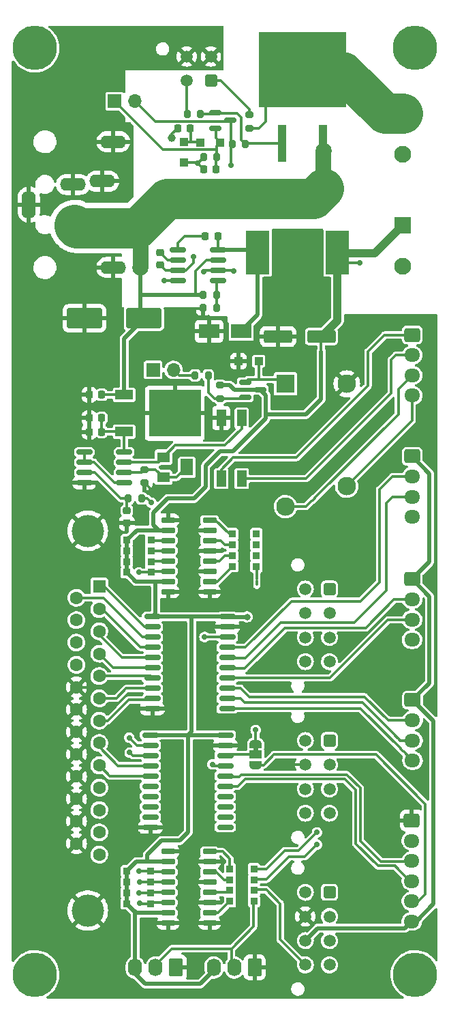
<source format=gbr>
%TF.GenerationSoftware,KiCad,Pcbnew,(6.0.4-0)*%
%TF.CreationDate,2022-05-12T09:35:13+12:00*%
%TF.ProjectId,controller,636f6e74-726f-46c6-9c65-722e6b696361,0.9*%
%TF.SameCoordinates,PX490d2c0PY2ebae40*%
%TF.FileFunction,Copper,L1,Top*%
%TF.FilePolarity,Positive*%
%FSLAX46Y46*%
G04 Gerber Fmt 4.6, Leading zero omitted, Abs format (unit mm)*
G04 Created by KiCad (PCBNEW (6.0.4-0)) date 2022-05-12 09:35:13*
%MOMM*%
%LPD*%
G01*
G04 APERTURE LIST*
G04 Aperture macros list*
%AMRoundRect*
0 Rectangle with rounded corners*
0 $1 Rounding radius*
0 $2 $3 $4 $5 $6 $7 $8 $9 X,Y pos of 4 corners*
0 Add a 4 corners polygon primitive as box body*
4,1,4,$2,$3,$4,$5,$6,$7,$8,$9,$2,$3,0*
0 Add four circle primitives for the rounded corners*
1,1,$1+$1,$2,$3*
1,1,$1+$1,$4,$5*
1,1,$1+$1,$6,$7*
1,1,$1+$1,$8,$9*
0 Add four rect primitives between the rounded corners*
20,1,$1+$1,$2,$3,$4,$5,0*
20,1,$1+$1,$4,$5,$6,$7,0*
20,1,$1+$1,$6,$7,$8,$9,0*
20,1,$1+$1,$8,$9,$2,$3,0*%
%AMFreePoly0*
4,1,22,0.550000,-0.750000,0.000000,-0.750000,0.000000,-0.745033,-0.079941,-0.743568,-0.215256,-0.701293,-0.333266,-0.622738,-0.424486,-0.514219,-0.481581,-0.384460,-0.499164,-0.250000,-0.500000,-0.250000,-0.500000,0.250000,-0.499164,0.250000,-0.499963,0.256109,-0.478152,0.396186,-0.417904,0.524511,-0.324060,0.630769,-0.204165,0.706417,-0.067858,0.745374,0.000000,0.744959,0.000000,0.750000,
0.550000,0.750000,0.550000,-0.750000,0.550000,-0.750000,$1*%
%AMFreePoly1*
4,1,20,0.000000,0.744959,0.073905,0.744508,0.209726,0.703889,0.328688,0.626782,0.421226,0.519385,0.479903,0.390333,0.500000,0.250000,0.500000,-0.250000,0.499851,-0.262216,0.476331,-0.402017,0.414519,-0.529596,0.319384,-0.634700,0.198574,-0.708877,0.061801,-0.746166,0.000000,-0.745033,0.000000,-0.750000,-0.550000,-0.750000,-0.550000,0.750000,0.000000,0.750000,0.000000,0.744959,
0.000000,0.744959,$1*%
G04 Aperture macros list end*
%TA.AperFunction,SMDPad,CuDef*%
%ADD10C,0.300000*%
%TD*%
%TA.AperFunction,SMDPad,CuDef*%
%ADD11RoundRect,0.250000X1.500000X0.550000X-1.500000X0.550000X-1.500000X-0.550000X1.500000X-0.550000X0*%
%TD*%
%TA.AperFunction,SMDPad,CuDef*%
%ADD12RoundRect,0.225000X-0.225000X-0.250000X0.225000X-0.250000X0.225000X0.250000X-0.225000X0.250000X0*%
%TD*%
%TA.AperFunction,ComponentPad*%
%ADD13RoundRect,0.250001X-0.499999X0.499999X-0.499999X-0.499999X0.499999X-0.499999X0.499999X0.499999X0*%
%TD*%
%TA.AperFunction,ComponentPad*%
%ADD14C,1.500000*%
%TD*%
%TA.AperFunction,SMDPad,CuDef*%
%ADD15R,0.900000X0.900000*%
%TD*%
%TA.AperFunction,ComponentPad*%
%ADD16R,1.700000X1.700000*%
%TD*%
%TA.AperFunction,ComponentPad*%
%ADD17O,1.700000X1.700000*%
%TD*%
%TA.AperFunction,ComponentPad*%
%ADD18R,2.100000X2.100000*%
%TD*%
%TA.AperFunction,ComponentPad*%
%ADD19C,2.100000*%
%TD*%
%TA.AperFunction,ComponentPad*%
%ADD20RoundRect,0.250001X0.499999X0.499999X-0.499999X0.499999X-0.499999X-0.499999X0.499999X-0.499999X0*%
%TD*%
%TA.AperFunction,SMDPad,CuDef*%
%ADD21R,1.600000X1.300000*%
%TD*%
%TA.AperFunction,SMDPad,CuDef*%
%ADD22R,1.600000X2.000000*%
%TD*%
%TA.AperFunction,SMDPad,CuDef*%
%ADD23RoundRect,0.200000X0.200000X0.275000X-0.200000X0.275000X-0.200000X-0.275000X0.200000X-0.275000X0*%
%TD*%
%TA.AperFunction,SMDPad,CuDef*%
%ADD24RoundRect,0.150000X-0.875000X-0.150000X0.875000X-0.150000X0.875000X0.150000X-0.875000X0.150000X0*%
%TD*%
%TA.AperFunction,ComponentPad*%
%ADD25RoundRect,0.250000X-0.725000X0.600000X-0.725000X-0.600000X0.725000X-0.600000X0.725000X0.600000X0*%
%TD*%
%TA.AperFunction,ComponentPad*%
%ADD26O,1.950000X1.700000*%
%TD*%
%TA.AperFunction,SMDPad,CuDef*%
%ADD27R,2.200000X1.200000*%
%TD*%
%TA.AperFunction,SMDPad,CuDef*%
%ADD28R,6.400000X5.800000*%
%TD*%
%TA.AperFunction,SMDPad,CuDef*%
%ADD29RoundRect,0.200000X0.275000X-0.200000X0.275000X0.200000X-0.275000X0.200000X-0.275000X-0.200000X0*%
%TD*%
%TA.AperFunction,SMDPad,CuDef*%
%ADD30RoundRect,0.225000X0.225000X0.250000X-0.225000X0.250000X-0.225000X-0.250000X0.225000X-0.250000X0*%
%TD*%
%TA.AperFunction,SMDPad,CuDef*%
%ADD31R,2.900000X5.400000*%
%TD*%
%TA.AperFunction,ComponentPad*%
%ADD32RoundRect,0.250000X0.620000X0.845000X-0.620000X0.845000X-0.620000X-0.845000X0.620000X-0.845000X0*%
%TD*%
%TA.AperFunction,ComponentPad*%
%ADD33O,1.740000X2.190000*%
%TD*%
%TA.AperFunction,SMDPad,CuDef*%
%ADD34R,1.100000X4.600000*%
%TD*%
%TA.AperFunction,SMDPad,CuDef*%
%ADD35R,10.800000X9.400000*%
%TD*%
%TA.AperFunction,SMDPad,CuDef*%
%ADD36R,1.000000X1.000000*%
%TD*%
%TA.AperFunction,SMDPad,CuDef*%
%ADD37RoundRect,0.200000X-0.275000X0.200000X-0.275000X-0.200000X0.275000X-0.200000X0.275000X0.200000X0*%
%TD*%
%TA.AperFunction,SMDPad,CuDef*%
%ADD38C,2.000000*%
%TD*%
%TA.AperFunction,ComponentPad*%
%ADD39C,5.500000*%
%TD*%
%TA.AperFunction,SMDPad,CuDef*%
%ADD40RoundRect,0.250000X1.950000X1.000000X-1.950000X1.000000X-1.950000X-1.000000X1.950000X-1.000000X0*%
%TD*%
%TA.AperFunction,SMDPad,CuDef*%
%ADD41R,1.200000X2.000000*%
%TD*%
%TA.AperFunction,SMDPad,CuDef*%
%ADD42R,2.500000X1.800000*%
%TD*%
%TA.AperFunction,SMDPad,CuDef*%
%ADD43RoundRect,0.225000X-0.250000X0.225000X-0.250000X-0.225000X0.250000X-0.225000X0.250000X0.225000X0*%
%TD*%
%TA.AperFunction,ComponentPad*%
%ADD44C,2.300000*%
%TD*%
%TA.AperFunction,ComponentPad*%
%ADD45R,2.300000X2.300000*%
%TD*%
%TA.AperFunction,ComponentPad*%
%ADD46O,3.200000X1.600000*%
%TD*%
%TA.AperFunction,ComponentPad*%
%ADD47O,1.750000X3.500000*%
%TD*%
%TA.AperFunction,SMDPad,CuDef*%
%ADD48RoundRect,0.150000X-0.587500X-0.150000X0.587500X-0.150000X0.587500X0.150000X-0.587500X0.150000X0*%
%TD*%
%TA.AperFunction,SMDPad,CuDef*%
%ADD49RoundRect,0.150000X0.725000X0.150000X-0.725000X0.150000X-0.725000X-0.150000X0.725000X-0.150000X0*%
%TD*%
%TA.AperFunction,ComponentPad*%
%ADD50C,4.000000*%
%TD*%
%TA.AperFunction,ComponentPad*%
%ADD51R,1.600000X1.600000*%
%TD*%
%TA.AperFunction,ComponentPad*%
%ADD52C,1.600000*%
%TD*%
%TA.AperFunction,SMDPad,CuDef*%
%ADD53RoundRect,0.200000X-0.200000X-0.275000X0.200000X-0.275000X0.200000X0.275000X-0.200000X0.275000X0*%
%TD*%
%TA.AperFunction,SMDPad,CuDef*%
%ADD54RoundRect,0.150000X-0.825000X-0.150000X0.825000X-0.150000X0.825000X0.150000X-0.825000X0.150000X0*%
%TD*%
%TA.AperFunction,SMDPad,CuDef*%
%ADD55FreePoly0,270.000000*%
%TD*%
%TA.AperFunction,SMDPad,CuDef*%
%ADD56R,1.500000X1.000000*%
%TD*%
%TA.AperFunction,SMDPad,CuDef*%
%ADD57FreePoly1,270.000000*%
%TD*%
%TA.AperFunction,ViaPad*%
%ADD58C,0.700000*%
%TD*%
%TA.AperFunction,ViaPad*%
%ADD59C,1.000000*%
%TD*%
%TA.AperFunction,ViaPad*%
%ADD60C,0.800000*%
%TD*%
%TA.AperFunction,Conductor*%
%ADD61C,0.300000*%
%TD*%
%TA.AperFunction,Conductor*%
%ADD62C,0.500000*%
%TD*%
%TA.AperFunction,Conductor*%
%ADD63C,5.000000*%
%TD*%
%TA.AperFunction,Conductor*%
%ADD64C,1.000000*%
%TD*%
G04 APERTURE END LIST*
%TO.C,NT22*%
G36*
X48889398Y-105284066D02*
G01*
X48677266Y-105496198D01*
X48253002Y-105071934D01*
X48465134Y-104859802D01*
X48889398Y-105284066D01*
G37*
%TO.C,NT14*%
G36*
X48414000Y-86600000D02*
G01*
X47814000Y-86600000D01*
X47814000Y-86300000D01*
X48414000Y-86300000D01*
X48414000Y-86600000D01*
G37*
%TO.C,NT4*%
G36*
X43080000Y-29890000D02*
G01*
X42480000Y-29890000D01*
X42480000Y-29590000D01*
X43080000Y-29590000D01*
X43080000Y-29890000D01*
G37*
%TO.C,NT23*%
G36*
X48414000Y-104126000D02*
G01*
X47814000Y-104126000D01*
X47814000Y-103826000D01*
X48414000Y-103826000D01*
X48414000Y-104126000D01*
G37*
%TO.C,NT16*%
G36*
X49092598Y-90247266D02*
G01*
X48880466Y-90459398D01*
X48456202Y-90035134D01*
X48668334Y-89823002D01*
X49092598Y-90247266D01*
G37*
%TO.C,NT9*%
G36*
X30890400Y-69714800D02*
G01*
X30590400Y-69714800D01*
X30590400Y-69114800D01*
X30890400Y-69114800D01*
X30890400Y-69714800D01*
G37*
%TO.C,NT7*%
G36*
X31904000Y-107614000D02*
G01*
X31304000Y-107614000D01*
X31304000Y-107314000D01*
X31904000Y-107314000D01*
X31904000Y-107614000D01*
G37*
%TO.C,NT11*%
G36*
X48460000Y-58914000D02*
G01*
X47860000Y-58914000D01*
X47860000Y-58614000D01*
X48460000Y-58614000D01*
X48460000Y-58914000D01*
G37*
%TO.C,NT19*%
G36*
X26778000Y-52496000D02*
G01*
X26178000Y-52496000D01*
X26178000Y-52196000D01*
X26778000Y-52196000D01*
X26778000Y-52496000D01*
G37*
%TO.C,NT2*%
G36*
X32008000Y-12052000D02*
G01*
X31708000Y-12052000D01*
X31708000Y-11452000D01*
X32008000Y-11452000D01*
X32008000Y-12052000D01*
G37*
%TO.C,NT17*%
G36*
X50194400Y-48277200D02*
G01*
X49894400Y-48277200D01*
X49894400Y-47677200D01*
X50194400Y-47677200D01*
X50194400Y-48277200D01*
G37*
%TO.C,NT25*%
G36*
X38866000Y-40708000D02*
G01*
X38566000Y-40708000D01*
X38566000Y-40108000D01*
X38866000Y-40108000D01*
X38866000Y-40708000D01*
G37*
%TO.C,NT12*%
G36*
X48414000Y-71614000D02*
G01*
X47814000Y-71614000D01*
X47814000Y-71314000D01*
X48414000Y-71314000D01*
X48414000Y-71614000D01*
G37*
%TO.C,NT8*%
G36*
X30484000Y-110304000D02*
G01*
X30184000Y-110304000D01*
X30184000Y-109704000D01*
X30484000Y-109704000D01*
X30484000Y-110304000D01*
G37*
%TO.C,NT10*%
G36*
X48414000Y-56374000D02*
G01*
X47814000Y-56374000D01*
X47814000Y-56074000D01*
X48414000Y-56074000D01*
X48414000Y-56374000D01*
G37*
%TO.C,NT15*%
G36*
X48418198Y-88606066D02*
G01*
X48206066Y-88818198D01*
X47781802Y-88393934D01*
X47993934Y-88181802D01*
X48418198Y-88606066D01*
G37*
%TO.C,NT21*%
G36*
X51820000Y-107306800D02*
G01*
X51520000Y-107306800D01*
X51520000Y-106706800D01*
X51820000Y-106706800D01*
X51820000Y-107306800D01*
G37*
%TO.C,NT18*%
G36*
X38068998Y-58945534D02*
G01*
X37644734Y-59369798D01*
X37432602Y-59157666D01*
X37856866Y-58733402D01*
X38068998Y-58945534D01*
G37*
%TO.C,NT13*%
G36*
X48414000Y-74154000D02*
G01*
X47814000Y-74154000D01*
X47814000Y-73854000D01*
X48414000Y-73854000D01*
X48414000Y-74154000D01*
G37*
%TO.C,NT5*%
G36*
X31904000Y-105074000D02*
G01*
X31304000Y-105074000D01*
X31304000Y-104774000D01*
X31904000Y-104774000D01*
X31904000Y-105074000D01*
G37*
%TO.C,NT6*%
G36*
X31904000Y-106344000D02*
G01*
X31304000Y-106344000D01*
X31304000Y-106044000D01*
X31904000Y-106044000D01*
X31904000Y-106344000D01*
G37*
%TO.C,NT1*%
G36*
X17300000Y-30300000D02*
G01*
X15300000Y-30300000D01*
X15300000Y-26300000D01*
X17300000Y-26300000D01*
X17300000Y-30300000D01*
G37*
%TO.C,NT3*%
G36*
X40000000Y-19800000D02*
G01*
X38000000Y-19800000D01*
X38000000Y-15800000D01*
X40000000Y-15800000D01*
X40000000Y-19800000D01*
G37*
%TO.C,JP3*%
G36*
X30888000Y-90300000D02*
G01*
X30288000Y-90300000D01*
X30288000Y-89800000D01*
X30888000Y-89800000D01*
X30888000Y-90300000D01*
G37*
%TD*%
D10*
%TO.P,NT22,1,1*%
%TO.N,/Connectors/RELAY3_IN*%
X48359068Y-104965868D03*
%TO.P,NT22,2,2*%
%TO.N,/Connectors/RELAY3*%
X48783332Y-105390132D03*
%TD*%
%TO.P,NT14,1,1*%
%TO.N,/Connectors/ZCLK_IN*%
X47814000Y-86450000D03*
%TO.P,NT14,2,2*%
%TO.N,/Connectors/ZCLK*%
X48414000Y-86450000D03*
%TD*%
%TO.P,NT4,1,1*%
%TO.N,Net-(C6-Pad1)*%
X42480000Y-29740000D03*
%TO.P,NT4,2,2*%
%TO.N,Net-(JP1-Pad2)*%
X43080000Y-29740000D03*
%TD*%
%TO.P,NT23,1,1*%
%TO.N,/Connectors/RELAY2_IN*%
X47814000Y-103976000D03*
%TO.P,NT23,2,2*%
%TO.N,/Connectors/RELAY2*%
X48414000Y-103976000D03*
%TD*%
%TO.P,NT16,1,1*%
%TO.N,/Connectors/EN_IN*%
X48562268Y-89929068D03*
%TO.P,NT16,2,2*%
%TO.N,/Connectors/EN*%
X48986532Y-90353332D03*
%TD*%
%TO.P,NT9,1,1*%
%TO.N,/Connectors/P5_OUT*%
X30740400Y-69114800D03*
%TO.P,NT9,2,2*%
%TO.N,/Connectors/EMRG_STOP*%
X30740400Y-69714800D03*
%TD*%
%TO.P,NT7,1,1*%
%TO.N,/Connectors/P3_OUT*%
X31304000Y-107464000D03*
%TO.P,NT7,2,2*%
%TO.N,/Connectors/ZMIN*%
X31904000Y-107464000D03*
%TD*%
%TO.P,NT11,1,1*%
%TO.N,/Connectors/XDIR_IN*%
X47860000Y-58764000D03*
%TO.P,NT11,2,2*%
%TO.N,/Connectors/XDIR*%
X48460000Y-58764000D03*
%TD*%
%TO.P,NT19,1,1*%
%TO.N,/Connectors/0-10V_IN*%
X26178000Y-52346000D03*
%TO.P,NT19,2,2*%
%TO.N,Net-(LF1-Pad3)*%
X26778000Y-52346000D03*
%TD*%
%TO.P,NT2,1,1*%
%TO.N,Net-(NT2-Pad1)*%
X31858000Y-12052000D03*
%TO.P,NT2,2,2*%
%TO.N,Net-(J4-Pad1)*%
X31858000Y-11452000D03*
%TD*%
%TO.P,NT17,1,1*%
%TO.N,/Connectors/SPNDL_RELAY_NO*%
X50044400Y-48277200D03*
%TO.P,NT17,2,2*%
%TO.N,/Connectors/FWD*%
X50044400Y-47677200D03*
%TD*%
%TO.P,NT25,1,1*%
%TO.N,Net-(C6-Pad1)*%
X38716000Y-40108000D03*
%TO.P,NT25,2,2*%
%TO.N,+5V*%
X38716000Y-40708000D03*
%TD*%
%TO.P,NT12,1,1*%
%TO.N,/Connectors/YCLK_IN*%
X47814000Y-71464000D03*
%TO.P,NT12,2,2*%
%TO.N,/Connectors/YCLK*%
X48414000Y-71464000D03*
%TD*%
%TO.P,NT8,1,1*%
%TO.N,/Connectors/P4_OUT*%
X30334000Y-109704000D03*
%TO.P,NT8,2,2*%
%TO.N,/Connectors/PROBE*%
X30334000Y-110304000D03*
%TD*%
%TO.P,NT10,1,1*%
%TO.N,/Connectors/XCLK_IN*%
X47814000Y-56224000D03*
%TO.P,NT10,2,2*%
%TO.N,/Connectors/XCLK*%
X48414000Y-56224000D03*
%TD*%
%TO.P,NT15,1,1*%
%TO.N,/Connectors/ZDIR_IN*%
X47887868Y-88287868D03*
%TO.P,NT15,2,2*%
%TO.N,/Connectors/ZDIR*%
X48312132Y-88712132D03*
%TD*%
%TO.P,NT21,1,1*%
%TO.N,/Connectors/RELAY4_IN*%
X51670000Y-106706800D03*
%TO.P,NT21,2,2*%
%TO.N,/Connectors/RELAY4*%
X51670000Y-107306800D03*
%TD*%
%TO.P,NT18,1,1*%
%TO.N,/Connectors/SPNDL_RELAY_COM*%
X37538668Y-59263732D03*
%TO.P,NT18,2,2*%
%TO.N,/Connectors/XGND*%
X37962932Y-58839468D03*
%TD*%
%TO.P,NT13,1,1*%
%TO.N,/Connectors/YDIR_IN*%
X47814000Y-74004000D03*
%TO.P,NT13,2,2*%
%TO.N,/Connectors/YDIR*%
X48414000Y-74004000D03*
%TD*%
%TO.P,NT5,1,1*%
%TO.N,/Connectors/P1_OUT*%
X31304000Y-104924000D03*
%TO.P,NT5,2,2*%
%TO.N,/Connectors/XMIN*%
X31904000Y-104924000D03*
%TD*%
%TO.P,NT6,1,1*%
%TO.N,/Connectors/P2_OUT*%
X31304000Y-106194000D03*
%TO.P,NT6,2,2*%
%TO.N,/Connectors/YMIN*%
X31904000Y-106194000D03*
%TD*%
D11*
%TO.P,C6,1*%
%TO.N,Net-(C6-Pad1)*%
X38768000Y-38862000D03*
%TO.P,C6,2*%
%TO.N,GND*%
X33368000Y-38862000D03*
%TD*%
D12*
%TO.P,C3,1*%
%TO.N,/Power/CHARGE_PUMP_IN*%
X20925000Y-13000000D03*
%TO.P,C3,2*%
%TO.N,Net-(C3-Pad2)*%
X22475000Y-13000000D03*
%TD*%
D13*
%TO.P,J10,1,Pin_1*%
%TO.N,unconnected-(J10-Pad1)*%
X39761000Y-107790000D03*
D14*
%TO.P,J10,2,Pin_2*%
%TO.N,unconnected-(J10-Pad2)*%
X39761000Y-110790000D03*
%TO.P,J10,3,Pin_3*%
%TO.N,unconnected-(J10-Pad3)*%
X39761000Y-113790000D03*
%TO.P,J10,4,Pin_4*%
%TO.N,unconnected-(J10-Pad4)*%
X39761000Y-116790000D03*
%TO.P,J10,5,Pin_5*%
%TO.N,unconnected-(J10-Pad5)*%
X36761000Y-107790000D03*
%TO.P,J10,6,Pin_6*%
%TO.N,GND*%
X36761000Y-110790000D03*
%TO.P,J10,7,Pin_7*%
%TO.N,+5V*%
X36761000Y-113790000D03*
%TO.P,J10,8,Pin_8*%
%TO.N,/Connectors/ZMIN*%
X36761000Y-116790000D03*
%TD*%
D15*
%TO.P,RN2,1,R1.1*%
%TO.N,+5V*%
X14581000Y-64110000D03*
%TO.P,RN2,2,R2.1*%
X14581000Y-65450000D03*
%TO.P,RN2,3,R3.1*%
X14581000Y-66770000D03*
%TO.P,RN2,4,R4.1*%
X14581000Y-68110000D03*
%TO.P,RN2,5,R4.2*%
%TO.N,/LPT Interface/P5_OUT*%
X17581000Y-68110000D03*
%TO.P,RN2,6,R3.2*%
%TO.N,/LPT Interface/P6_OUT*%
X17581000Y-66770000D03*
%TO.P,RN2,7,R2.2*%
%TO.N,/LPT Interface/P7_OUT*%
X17581000Y-65450000D03*
%TO.P,RN2,8,R1.2*%
%TO.N,/LPT Interface/P8_OUT*%
X17581000Y-64110000D03*
%TD*%
D16*
%TO.P,JP1,1,A*%
%TO.N,Net-(C4-Pad1)*%
X13057000Y-9674000D03*
D17*
%TO.P,JP1,2,B*%
%TO.N,Net-(JP1-Pad2)*%
X15597000Y-9674000D03*
%TD*%
D18*
%TO.P,J4,1,Pin_1*%
%TO.N,Net-(J4-Pad1)*%
X48876000Y-11198000D03*
D19*
%TO.P,J4,2,Pin_2*%
%TO.N,GND*%
X48876000Y-16278000D03*
%TD*%
D20*
%TO.P,J3,1,Pin_1*%
%TO.N,/Power/LED_A*%
X25025000Y-7134000D03*
D14*
%TO.P,J3,2,Pin_2*%
%TO.N,Net-(J3-Pad2)*%
X22025000Y-7134000D03*
%TO.P,J3,3,Pin_3*%
%TO.N,GND*%
X25025000Y-4134000D03*
%TO.P,J3,4,Pin_4*%
X22025000Y-4134000D03*
%TD*%
D21*
%TO.P,RV1,1,1*%
%TO.N,/Connectors/0-10V_IN*%
X19140000Y-53828000D03*
D22*
%TO.P,RV1,2,2*%
%TO.N,Net-(R10-Pad2)*%
X22040000Y-55078000D03*
D21*
%TO.P,RV1,3,3*%
X19140000Y-56328000D03*
%TD*%
D23*
%TO.P,R7,1*%
%TO.N,Net-(Q3-Pad2)*%
X24701000Y-43688000D03*
%TO.P,R7,2*%
%TO.N,/LPT Interface/SPNDL_RELAY_IN*%
X23051000Y-43688000D03*
%TD*%
D24*
%TO.P,U3,1,A->B*%
%TO.N,+5V*%
X17509560Y-88277440D03*
%TO.P,U3,2,A0*%
%TO.N,/LPT Interface/BCLK_IN*%
X17509560Y-89547440D03*
%TO.P,U3,3,A1*%
%TO.N,/LPT Interface/BDIR_IN*%
X17509560Y-90817440D03*
%TO.P,U3,4,A2*%
%TO.N,/LPT Interface/ACLK_IN*%
X17509560Y-92087440D03*
%TO.P,U3,5,A3*%
%TO.N,/LPT Interface/ADIR_IN*%
X17509560Y-93357440D03*
%TO.P,U3,6,A4*%
%TO.N,unconnected-(U3-Pad6)*%
X17509560Y-94627440D03*
%TO.P,U3,7,A5*%
%TO.N,unconnected-(U3-Pad7)*%
X17509560Y-95897440D03*
%TO.P,U3,8,A6*%
%TO.N,unconnected-(U3-Pad8)*%
X17509560Y-97167440D03*
%TO.P,U3,9,A7*%
%TO.N,unconnected-(U3-Pad9)*%
X17509560Y-98437440D03*
%TO.P,U3,10,GND*%
%TO.N,GND*%
X17509560Y-99707440D03*
%TO.P,U3,11,B7*%
%TO.N,unconnected-(U3-Pad11)*%
X26809560Y-99707440D03*
%TO.P,U3,12,B6*%
%TO.N,unconnected-(U3-Pad12)*%
X26809560Y-98437440D03*
%TO.P,U3,13,B5*%
%TO.N,unconnected-(U3-Pad13)*%
X26809560Y-97167440D03*
%TO.P,U3,14,B4*%
%TO.N,unconnected-(U3-Pad14)*%
X26809560Y-95897440D03*
%TO.P,U3,15,B3*%
%TO.N,/Connectors/RELAY3_IN*%
X26809560Y-94627440D03*
%TO.P,U3,16,B2*%
%TO.N,/Connectors/RELAY2_IN*%
X26809560Y-93357440D03*
%TO.P,U3,17,B1*%
%TO.N,/LPT Interface/P17_OUT*%
X26809560Y-92087440D03*
%TO.P,U3,18,B0*%
%TO.N,/LPT Interface/BCLK_OUT*%
X26809560Y-90817440D03*
%TO.P,U3,19,CE*%
%TO.N,GND*%
X26809560Y-89547440D03*
%TO.P,U3,20,VCC*%
%TO.N,+5V*%
X26809560Y-88277440D03*
%TD*%
D25*
%TO.P,J15,1,Pin_1*%
%TO.N,+5V*%
X50084000Y-83948000D03*
D26*
%TO.P,J15,2,Pin_2*%
%TO.N,/Connectors/ZCLK*%
X50084000Y-86448000D03*
%TO.P,J15,3,Pin_3*%
%TO.N,/Connectors/ZDIR*%
X50084000Y-88948000D03*
%TO.P,J15,4,Pin_4*%
%TO.N,/Connectors/EN*%
X50084000Y-91448000D03*
%TD*%
D27*
%TO.P,U6,1,IN*%
%TO.N,/Power/24V_IN*%
X14240000Y-46098000D03*
D28*
%TO.P,U6,2,GND*%
%TO.N,GND*%
X20540000Y-48378000D03*
D27*
%TO.P,U6,3,OUT*%
%TO.N,12V_PWM*%
X14240000Y-50658000D03*
%TD*%
D23*
%TO.P,R4,1*%
%TO.N,Net-(R3-Pad2)*%
X25725000Y-35300000D03*
%TO.P,R4,2*%
%TO.N,GND*%
X24075000Y-35300000D03*
%TD*%
D29*
%TO.P,R5,1*%
%TO.N,Net-(NT2-Pad1)*%
X29826000Y-13039000D03*
%TO.P,R5,2*%
%TO.N,/Power/LED_A*%
X29826000Y-11389000D03*
%TD*%
D30*
%TO.P,C10,1*%
%TO.N,12V_PWM*%
X11465000Y-50678000D03*
%TO.P,C10,2*%
%TO.N,GND*%
X9915000Y-50678000D03*
%TD*%
D23*
%TO.P,R9,1*%
%TO.N,/LPT Interface/PWM_SIG*%
X16427000Y-58950000D03*
%TO.P,R9,2*%
%TO.N,Net-(C9-Pad1)*%
X14777000Y-58950000D03*
%TD*%
D31*
%TO.P,L1,1,1*%
%TO.N,Net-(C5-Pad2)*%
X30850000Y-28450000D03*
%TO.P,L1,2,2*%
%TO.N,Net-(C6-Pad1)*%
X40750000Y-28450000D03*
%TD*%
D32*
%TO.P,J11,1,Pin_1*%
%TO.N,GND*%
X30480000Y-117116000D03*
D33*
%TO.P,J11,2,Pin_2*%
%TO.N,/Connectors/PROBE*%
X27940000Y-117116000D03*
%TO.P,J11,3,Pin_3*%
%TO.N,+5V*%
X25400000Y-117116000D03*
%TD*%
D25*
%TO.P,J14,1,Pin_1*%
%TO.N,+5V*%
X50038000Y-68962000D03*
D26*
%TO.P,J14,2,Pin_2*%
%TO.N,/Connectors/YCLK*%
X50038000Y-71462000D03*
%TO.P,J14,3,Pin_3*%
%TO.N,/Connectors/YDIR*%
X50038000Y-73962000D03*
%TO.P,J14,4,Pin_4*%
%TO.N,/Connectors/EN*%
X50038000Y-76462000D03*
%TD*%
D34*
%TO.P,Q2,1,G*%
%TO.N,Net-(Q1-Pad1)*%
X33885000Y-14925000D03*
D35*
%TO.P,Q2,2,D*%
%TO.N,Net-(J4-Pad1)*%
X36425000Y-5775000D03*
D34*
%TO.P,Q2,3,S*%
%TO.N,Net-(NT3-Pad1)*%
X38965000Y-14925000D03*
%TD*%
D36*
%TO.P,D2,1,K*%
%TO.N,Net-(C4-Pad1)*%
X26175000Y-14800000D03*
%TO.P,D2,2,A*%
%TO.N,Net-(C3-Pad2)*%
X23675000Y-14800000D03*
%TD*%
%TO.P,D1,1,K*%
%TO.N,Net-(C3-Pad2)*%
X21700000Y-14750000D03*
%TO.P,D1,2,A*%
%TO.N,GND*%
X21700000Y-17250000D03*
%TD*%
D23*
%TO.P,R2,1*%
%TO.N,Net-(C4-Pad1)*%
X25750000Y-16600000D03*
%TO.P,R2,2*%
%TO.N,GND*%
X24100000Y-16600000D03*
%TD*%
D37*
%TO.P,R8,1*%
%TO.N,+5V*%
X26162000Y-44895000D03*
%TO.P,R8,2*%
%TO.N,Net-(Q3-Pad2)*%
X26162000Y-46545000D03*
%TD*%
D38*
%TO.P,NT1,1,1*%
%TO.N,24VCD_IN*%
X16300000Y-26300000D03*
%TO.P,NT1,2,2*%
%TO.N,/Power/24V_IN*%
X16300000Y-30300000D03*
%TD*%
D39*
%TO.P,H4,1,1*%
%TO.N,unconnected-(H4-Pad1)*%
X50400000Y-118000000D03*
%TD*%
D40*
%TO.P,C1,1*%
%TO.N,/Power/24V_IN*%
X16700000Y-36598000D03*
%TO.P,C1,2*%
%TO.N,GND*%
X9300000Y-36598000D03*
%TD*%
D41*
%TO.P,LF1,1,1*%
%TO.N,/Connectors/DGND*%
X26310000Y-56478000D03*
%TO.P,LF1,2,2*%
%TO.N,/Connectors/0-10V*%
X28850000Y-56478000D03*
%TO.P,LF1,3,3*%
%TO.N,Net-(LF1-Pad3)*%
X28850000Y-48978000D03*
%TO.P,LF1,4,4*%
%TO.N,GND*%
X26310000Y-48978000D03*
%TD*%
D42*
%TO.P,D3,1,K*%
%TO.N,Net-(C5-Pad2)*%
X28800000Y-38200000D03*
%TO.P,D3,2,A*%
%TO.N,GND*%
X24800000Y-38200000D03*
%TD*%
D16*
%TO.P,JP2,1,A*%
%TO.N,/LPT Interface/P17_OUT*%
X17837200Y-42998800D03*
D17*
%TO.P,JP2,2,B*%
%TO.N,/LPT Interface/SPNDL_RELAY_IN*%
X20377200Y-42998800D03*
%TD*%
D43*
%TO.P,C2,1*%
%TO.N,Net-(C2-Pad1)*%
X18700000Y-28425000D03*
%TO.P,C2,2*%
%TO.N,GND*%
X18700000Y-29975000D03*
%TD*%
D25*
%TO.P,J13,1,Pin_1*%
%TO.N,+5V*%
X50038000Y-53722000D03*
D26*
%TO.P,J13,2,Pin_2*%
%TO.N,/Connectors/XCLK*%
X50038000Y-56222000D03*
%TO.P,J13,3,Pin_3*%
%TO.N,/Connectors/XDIR*%
X50038000Y-58722000D03*
%TO.P,J13,4,Pin_4*%
%TO.N,/Connectors/EN*%
X50038000Y-61222000D03*
%TD*%
D25*
%TO.P,J7,1,Pin_1*%
%TO.N,GND*%
X49992000Y-98896000D03*
D26*
%TO.P,J7,2,Pin_2*%
%TO.N,/Connectors/EN*%
X49992000Y-101396000D03*
%TO.P,J7,3,Pin_3*%
%TO.N,/Connectors/RELAY2*%
X49992000Y-103896000D03*
%TO.P,J7,4,Pin_4*%
%TO.N,/Connectors/RELAY3*%
X49992000Y-106396000D03*
%TO.P,J7,5,Pin_5*%
%TO.N,/Connectors/RELAY4*%
X49992000Y-108896000D03*
%TO.P,J7,6,Pin_6*%
%TO.N,+5V*%
X49992000Y-111396000D03*
%TD*%
D15*
%TO.P,RN3,1,R1.1*%
%TO.N,Net-(RN3-Pad1)*%
X27389000Y-104910000D03*
%TO.P,RN3,2,R2.1*%
%TO.N,Net-(RN3-Pad2)*%
X27389000Y-106250000D03*
%TO.P,RN3,3,R3.1*%
%TO.N,Net-(RN3-Pad3)*%
X27389000Y-107570000D03*
%TO.P,RN3,4,R4.1*%
%TO.N,Net-(RN3-Pad4)*%
X27389000Y-108910000D03*
%TO.P,RN3,5,R4.2*%
%TO.N,/Connectors/P4_OUT*%
X30389000Y-108910000D03*
%TO.P,RN3,6,R3.2*%
%TO.N,/Connectors/P3_OUT*%
X30389000Y-107570000D03*
%TO.P,RN3,7,R2.2*%
%TO.N,/Connectors/P2_OUT*%
X30389000Y-106250000D03*
%TO.P,RN3,8,R1.2*%
%TO.N,/Connectors/P1_OUT*%
X30389000Y-104910000D03*
%TD*%
D18*
%TO.P,J5,1,Pin_1*%
%TO.N,Net-(C6-Pad1)*%
X48876000Y-25067000D03*
D19*
%TO.P,J5,2,Pin_2*%
%TO.N,GND*%
X48876000Y-30147000D03*
%TD*%
D44*
%TO.P,K1,1*%
%TO.N,GND*%
X41920000Y-44719000D03*
%TO.P,K1,3*%
%TO.N,/Connectors/SPNDL_RELAY_NO*%
X41900000Y-57419000D03*
%TO.P,K1,5*%
%TO.N,/Connectors/SPNDL_RELAY_COM*%
X34300000Y-59959000D03*
D45*
%TO.P,K1,6*%
%TO.N,Net-(D4-Pad1)*%
X34300000Y-44719000D03*
%TD*%
D15*
%TO.P,RN1,1,R1.1*%
%TO.N,+5V*%
X14573000Y-105182000D03*
%TO.P,RN1,2,R2.1*%
X14573000Y-106522000D03*
%TO.P,RN1,3,R3.1*%
X14573000Y-107842000D03*
%TO.P,RN1,4,R4.1*%
X14573000Y-109182000D03*
%TO.P,RN1,5,R4.2*%
%TO.N,/LPT Interface/P4_OUT*%
X17573000Y-109182000D03*
%TO.P,RN1,6,R3.2*%
%TO.N,/LPT Interface/P3_OUT*%
X17573000Y-107842000D03*
%TO.P,RN1,7,R2.2*%
%TO.N,/LPT Interface/P2_OUT*%
X17573000Y-106522000D03*
%TO.P,RN1,8,R1.2*%
%TO.N,/LPT Interface/P1_OUT*%
X17573000Y-105182000D03*
%TD*%
D30*
%TO.P,C4,1*%
%TO.N,Net-(C4-Pad1)*%
X25700000Y-18100000D03*
%TO.P,C4,2*%
%TO.N,GND*%
X24150000Y-18100000D03*
%TD*%
D13*
%TO.P,J9,1,Pin_1*%
%TO.N,unconnected-(J9-Pad1)*%
X39761000Y-88972000D03*
D14*
%TO.P,J9,2,Pin_2*%
%TO.N,unconnected-(J9-Pad2)*%
X39761000Y-91972000D03*
%TO.P,J9,3,Pin_3*%
%TO.N,unconnected-(J9-Pad3)*%
X39761000Y-94972000D03*
%TO.P,J9,4,Pin_4*%
%TO.N,/Connectors/YMIN*%
X39761000Y-97972000D03*
%TO.P,J9,5,Pin_5*%
%TO.N,unconnected-(J9-Pad5)*%
X36761000Y-88972000D03*
%TO.P,J9,6,Pin_6*%
%TO.N,GND*%
X36761000Y-91972000D03*
%TO.P,J9,7,Pin_7*%
%TO.N,+5V*%
X36761000Y-94972000D03*
%TO.P,J9,8,Pin_8*%
%TO.N,unconnected-(J9-Pad8)*%
X36761000Y-97972000D03*
%TD*%
D30*
%TO.P,C7,1*%
%TO.N,/Power/24V_IN*%
X11465000Y-46078000D03*
%TO.P,C7,2*%
%TO.N,GND*%
X9915000Y-46078000D03*
%TD*%
D46*
%TO.P,J2,1*%
%TO.N,24VCD_IN*%
X11550000Y-25400000D03*
%TO.P,J2,2*%
X7900000Y-25000000D03*
%TO.P,J2,3*%
%TO.N,GND*%
X7900000Y-20000000D03*
%TO.P,J2,4*%
X11550000Y-19600000D03*
%TO.P,J2,SH*%
X12900000Y-14700000D03*
D47*
X2400000Y-22500000D03*
D46*
X12900000Y-30300000D03*
%TD*%
D48*
%TO.P,Q3,1,C*%
%TO.N,Net-(D4-Pad1)*%
X29288500Y-44516000D03*
%TO.P,Q3,2,B*%
%TO.N,Net-(Q3-Pad2)*%
X29288500Y-46416000D03*
%TO.P,Q3,3,E*%
%TO.N,+5V*%
X31163500Y-45466000D03*
%TD*%
D13*
%TO.P,J8,1,Pin_1*%
%TO.N,unconnected-(J8-Pad1)*%
X39761000Y-70176000D03*
D14*
%TO.P,J8,2,Pin_2*%
%TO.N,unconnected-(J8-Pad2)*%
X39761000Y-73176000D03*
%TO.P,J8,3,Pin_3*%
%TO.N,/Connectors/XMIN*%
X39761000Y-76176000D03*
%TO.P,J8,4,Pin_4*%
%TO.N,unconnected-(J8-Pad4)*%
X39761000Y-79176000D03*
%TO.P,J8,5,Pin_5*%
%TO.N,unconnected-(J8-Pad5)*%
X36761000Y-70176000D03*
%TO.P,J8,6,Pin_6*%
%TO.N,GND*%
X36761000Y-73176000D03*
%TO.P,J8,7,Pin_7*%
%TO.N,+5V*%
X36761000Y-76176000D03*
%TO.P,J8,8,Pin_8*%
%TO.N,unconnected-(J8-Pad8)*%
X36761000Y-79176000D03*
%TD*%
D15*
%TO.P,RN4,1,R1.1*%
%TO.N,/Connectors/P5_OUT*%
X30681000Y-67360000D03*
%TO.P,RN4,2,R2.1*%
%TO.N,/LPT Interface/P6_IN*%
X30681000Y-66020000D03*
%TO.P,RN4,3,R3.1*%
%TO.N,/LPT Interface/P7_IN*%
X30681000Y-64700000D03*
%TO.P,RN4,4,R4.1*%
%TO.N,/LPT Interface/P8_IN*%
X30681000Y-63360000D03*
%TO.P,RN4,5,R4.2*%
%TO.N,Net-(RN4-Pad5)*%
X27681000Y-63360000D03*
%TO.P,RN4,6,R3.2*%
%TO.N,Net-(RN4-Pad6)*%
X27681000Y-64700000D03*
%TO.P,RN4,7,R2.2*%
%TO.N,Net-(RN4-Pad7)*%
X27681000Y-66020000D03*
%TO.P,RN4,8,R1.2*%
%TO.N,Net-(RN4-Pad8)*%
X27681000Y-67360000D03*
%TD*%
D12*
%TO.P,C5,1*%
%TO.N,Net-(C5-Pad1)*%
X24325000Y-26400000D03*
%TO.P,C5,2*%
%TO.N,Net-(C5-Pad2)*%
X25875000Y-26400000D03*
%TD*%
D43*
%TO.P,C9,1*%
%TO.N,Net-(C9-Pad1)*%
X14586000Y-60461000D03*
%TO.P,C9,2*%
%TO.N,GND*%
X14586000Y-62011000D03*
%TD*%
D49*
%TO.P,U7,1,A1*%
%TO.N,GND*%
X24860000Y-70505000D03*
%TO.P,U7,2,C1*%
%TO.N,Net-(RN4-Pad8)*%
X24860000Y-69235000D03*
%TO.P,U7,3,A2*%
%TO.N,GND*%
X24860000Y-67965000D03*
%TO.P,U7,4,C2*%
%TO.N,Net-(RN4-Pad7)*%
X24860000Y-66695000D03*
%TO.P,U7,5,A3*%
%TO.N,GND*%
X24860000Y-65425000D03*
%TO.P,U7,6,C3*%
%TO.N,Net-(RN4-Pad6)*%
X24860000Y-64155000D03*
%TO.P,U7,7,A4*%
%TO.N,GND*%
X24860000Y-62885000D03*
%TO.P,U7,8,C4*%
%TO.N,Net-(RN4-Pad5)*%
X24860000Y-61615000D03*
%TO.P,U7,9,GND*%
%TO.N,GND*%
X19710000Y-61615000D03*
%TO.P,U7,10,Vdd*%
%TO.N,+5V*%
X19710000Y-62885000D03*
%TO.P,U7,11,O1*%
%TO.N,/LPT Interface/P8_OUT*%
X19710000Y-64155000D03*
%TO.P,U7,12,O1*%
%TO.N,/LPT Interface/P7_OUT*%
X19710000Y-65425000D03*
%TO.P,U7,13,O1*%
%TO.N,/LPT Interface/P6_OUT*%
X19710000Y-66695000D03*
%TO.P,U7,14,O1*%
%TO.N,/LPT Interface/P5_OUT*%
X19710000Y-67965000D03*
%TO.P,U7,15,Vdd*%
%TO.N,+5V*%
X19710000Y-69235000D03*
%TO.P,U7,16,GND*%
%TO.N,GND*%
X19710000Y-70505000D03*
%TD*%
D50*
%TO.P,J6,0,PAD*%
%TO.N,GND*%
X9734331Y-110055000D03*
X9734331Y-62955000D03*
D51*
%TO.P,J6,1,1*%
%TO.N,/LPT Interface/PWM_IN*%
X11154331Y-69885000D03*
D52*
%TO.P,J6,2,2*%
%TO.N,/LPT Interface/XCLK_IN*%
X11154331Y-72655000D03*
%TO.P,J6,3,3*%
%TO.N,/LPT Interface/XDIR_IN*%
X11154331Y-75425000D03*
%TO.P,J6,4,4*%
%TO.N,/LPT Interface/YCLK_IN*%
X11154331Y-78195000D03*
%TO.P,J6,5,5*%
%TO.N,/LPT Interface/YDIR_IN*%
X11154331Y-80965000D03*
%TO.P,J6,6,6*%
%TO.N,/LPT Interface/ZCLK_IN*%
X11154331Y-83735000D03*
%TO.P,J6,7,7*%
%TO.N,/LPT Interface/ZDIR_IN*%
X11154331Y-86505000D03*
%TO.P,J6,8,8*%
%TO.N,/LPT Interface/ACLK_IN*%
X11154331Y-89275000D03*
%TO.P,J6,9,9*%
%TO.N,/LPT Interface/ADIR_IN*%
X11154331Y-92045000D03*
%TO.P,J6,10,10*%
%TO.N,/LPT Interface/P1_OUT*%
X11154331Y-94815000D03*
%TO.P,J6,11,11*%
%TO.N,/LPT Interface/P2_OUT*%
X11154331Y-97585000D03*
%TO.P,J6,12,12*%
%TO.N,/LPT Interface/P3_OUT*%
X11154331Y-100355000D03*
%TO.P,J6,13,13*%
%TO.N,/LPT Interface/P4_OUT*%
X11154331Y-103125000D03*
%TO.P,J6,14,P14*%
%TO.N,/LPT Interface/EN_IN*%
X8314331Y-71270000D03*
%TO.P,J6,15,P15*%
%TO.N,/LPT Interface/P5_OUT*%
X8314331Y-74040000D03*
%TO.P,J6,16,P16*%
%TO.N,/LPT Interface/BCLK_IN*%
X8314331Y-76810000D03*
%TO.P,J6,17,P17*%
%TO.N,/LPT Interface/BDIR_IN*%
X8314331Y-79580000D03*
%TO.P,J6,18,P18*%
%TO.N,GND*%
X8314331Y-82350000D03*
%TO.P,J6,19,P19*%
X8314331Y-85120000D03*
%TO.P,J6,20,P20*%
X8314331Y-87890000D03*
%TO.P,J6,21,P21*%
X8314331Y-90660000D03*
%TO.P,J6,22,P22*%
X8314331Y-93430000D03*
%TO.P,J6,23,P23*%
X8314331Y-96200000D03*
%TO.P,J6,24,P24*%
X8314331Y-98970000D03*
%TO.P,J6,25,P25*%
X8314331Y-101740000D03*
%TD*%
D32*
%TO.P,J12,1,Pin_1*%
%TO.N,GND*%
X20682000Y-117116000D03*
D33*
%TO.P,J12,2,Pin_2*%
%TO.N,/Connectors/PROBE*%
X18142000Y-117116000D03*
%TO.P,J12,3,Pin_3*%
%TO.N,+5V*%
X15602000Y-117116000D03*
%TD*%
D53*
%TO.P,R1,1*%
%TO.N,Net-(J3-Pad2)*%
X22100000Y-11250000D03*
%TO.P,R1,2*%
%TO.N,Net-(Q1-Pad1)*%
X23750000Y-11250000D03*
%TD*%
D39*
%TO.P,H1,1,1*%
%TO.N,unconnected-(H1-Pad1)*%
X3156000Y-3070000D03*
%TD*%
D25*
%TO.P,J16,1,Pin_1*%
%TO.N,/Connectors/DGND*%
X50038000Y-38676000D03*
D26*
%TO.P,J16,2,Pin_2*%
%TO.N,/Connectors/0-10V*%
X50038000Y-41176000D03*
%TO.P,J16,3,Pin_3*%
%TO.N,/Connectors/XGND*%
X50038000Y-43676000D03*
%TO.P,J16,4,Pin_4*%
%TO.N,/Connectors/FWD*%
X50038000Y-46176000D03*
%TD*%
D39*
%TO.P,H3,1,1*%
%TO.N,unconnected-(H3-Pad1)*%
X3156000Y-118000000D03*
%TD*%
D29*
%TO.P,R10,1*%
%TO.N,GND*%
X16790000Y-57003000D03*
%TO.P,R10,2*%
%TO.N,Net-(R10-Pad2)*%
X16790000Y-55353000D03*
%TD*%
D36*
%TO.P,D4,1,K*%
%TO.N,Net-(D4-Pad1)*%
X30968000Y-41910000D03*
%TO.P,D4,2,A*%
%TO.N,GND*%
X28468000Y-41910000D03*
%TD*%
D54*
%TO.P,U4,1*%
%TO.N,Net-(U4-Pad1)*%
X9305000Y-53183000D03*
%TO.P,U4,2,-*%
X9305000Y-54453000D03*
%TO.P,U4,3,+*%
%TO.N,Net-(C9-Pad1)*%
X9305000Y-55723000D03*
%TO.P,U4,4,V-*%
%TO.N,GND*%
X9305000Y-56993000D03*
%TO.P,U4,5,+*%
%TO.N,Net-(U4-Pad1)*%
X14255000Y-56993000D03*
%TO.P,U4,6,-*%
%TO.N,Net-(R10-Pad2)*%
X14255000Y-55723000D03*
%TO.P,U4,7*%
%TO.N,/Connectors/0-10V_IN*%
X14255000Y-54453000D03*
%TO.P,U4,8,V+*%
%TO.N,12V_PWM*%
X14255000Y-53183000D03*
%TD*%
D38*
%TO.P,NT3,1,1*%
%TO.N,Net-(NT3-Pad1)*%
X39000000Y-15800000D03*
%TO.P,NT3,2,2*%
%TO.N,24VCD_IN*%
X39000000Y-19800000D03*
%TD*%
D54*
%TO.P,U1,1,BST*%
%TO.N,Net-(C5-Pad1)*%
X20925000Y-28095000D03*
%TO.P,U1,2,VD*%
%TO.N,Net-(C2-Pad1)*%
X20925000Y-29365000D03*
%TO.P,U1,3,SGND*%
%TO.N,GND*%
X20925000Y-30635000D03*
%TO.P,U1,4,FB*%
%TO.N,Net-(JP1-Pad2)*%
X20925000Y-31905000D03*
%TO.P,U1,5,ON/~{OFF}*%
%TO.N,Net-(R3-Pad2)*%
X25875000Y-31905000D03*
%TO.P,U1,6,GND*%
%TO.N,GND*%
X25875000Y-30635000D03*
%TO.P,U1,7,VIN*%
%TO.N,/Power/24V_IN*%
X25875000Y-29365000D03*
%TO.P,U1,8,LX*%
%TO.N,Net-(C5-Pad2)*%
X25875000Y-28095000D03*
%TD*%
D48*
%TO.P,Q1,1,C*%
%TO.N,Net-(Q1-Pad1)*%
X25587500Y-11100000D03*
%TO.P,Q1,2,B*%
%TO.N,Net-(C4-Pad1)*%
X25587500Y-13000000D03*
%TO.P,Q1,3,E*%
%TO.N,Net-(JP1-Pad2)*%
X27462500Y-12050000D03*
%TD*%
D49*
%TO.P,U5,1,A1*%
%TO.N,GND*%
X24860000Y-111627000D03*
%TO.P,U5,2,C1*%
%TO.N,Net-(RN3-Pad4)*%
X24860000Y-110357000D03*
%TO.P,U5,3,A2*%
%TO.N,GND*%
X24860000Y-109087000D03*
%TO.P,U5,4,C2*%
%TO.N,Net-(RN3-Pad3)*%
X24860000Y-107817000D03*
%TO.P,U5,5,A3*%
%TO.N,GND*%
X24860000Y-106547000D03*
%TO.P,U5,6,C3*%
%TO.N,Net-(RN3-Pad2)*%
X24860000Y-105277000D03*
%TO.P,U5,7,A4*%
%TO.N,GND*%
X24860000Y-104007000D03*
%TO.P,U5,8,C4*%
%TO.N,Net-(RN3-Pad1)*%
X24860000Y-102737000D03*
%TO.P,U5,9,GND*%
%TO.N,GND*%
X19710000Y-102737000D03*
%TO.P,U5,10,Vdd*%
%TO.N,+5V*%
X19710000Y-104007000D03*
%TO.P,U5,11,O1*%
%TO.N,/LPT Interface/P1_OUT*%
X19710000Y-105277000D03*
%TO.P,U5,12,O1*%
%TO.N,/LPT Interface/P2_OUT*%
X19710000Y-106547000D03*
%TO.P,U5,13,O1*%
%TO.N,/LPT Interface/P3_OUT*%
X19710000Y-107817000D03*
%TO.P,U5,14,O1*%
%TO.N,/LPT Interface/P4_OUT*%
X19710000Y-109087000D03*
%TO.P,U5,15,Vdd*%
%TO.N,+5V*%
X19710000Y-110357000D03*
%TO.P,U5,16,GND*%
%TO.N,GND*%
X19710000Y-111627000D03*
%TD*%
D39*
%TO.P,H2,1,1*%
%TO.N,unconnected-(H2-Pad1)*%
X50400000Y-3048000D03*
%TD*%
D53*
%TO.P,R3,1*%
%TO.N,/Power/24V_IN*%
X24075000Y-33700000D03*
%TO.P,R3,2*%
%TO.N,Net-(R3-Pad2)*%
X25725000Y-33700000D03*
%TD*%
D24*
%TO.P,U2,1,A->B*%
%TO.N,+5V*%
X17759560Y-73606440D03*
%TO.P,U2,2,A0*%
%TO.N,/LPT Interface/PWM_IN*%
X17759560Y-74876440D03*
%TO.P,U2,3,A1*%
%TO.N,/LPT Interface/EN_IN*%
X17759560Y-76146440D03*
%TO.P,U2,4,A2*%
%TO.N,/LPT Interface/XCLK_IN*%
X17759560Y-77416440D03*
%TO.P,U2,5,A3*%
%TO.N,/LPT Interface/XDIR_IN*%
X17759560Y-78686440D03*
%TO.P,U2,6,A4*%
%TO.N,/LPT Interface/YCLK_IN*%
X17759560Y-79956440D03*
%TO.P,U2,7,A5*%
%TO.N,/LPT Interface/YDIR_IN*%
X17759560Y-81226440D03*
%TO.P,U2,8,A6*%
%TO.N,/LPT Interface/ZCLK_IN*%
X17759560Y-82496440D03*
%TO.P,U2,9,A7*%
%TO.N,/LPT Interface/ZDIR_IN*%
X17759560Y-83766440D03*
%TO.P,U2,10,GND*%
%TO.N,GND*%
X17759560Y-85036440D03*
%TO.P,U2,11,B7*%
%TO.N,/Connectors/EN_IN*%
X27059560Y-85036440D03*
%TO.P,U2,12,B6*%
%TO.N,/Connectors/ZDIR_IN*%
X27059560Y-83766440D03*
%TO.P,U2,13,B5*%
%TO.N,/Connectors/ZCLK_IN*%
X27059560Y-82496440D03*
%TO.P,U2,14,B4*%
%TO.N,/Connectors/YDIR_IN*%
X27059560Y-81226440D03*
%TO.P,U2,15,B3*%
%TO.N,/Connectors/YCLK_IN*%
X27059560Y-79956440D03*
%TO.P,U2,16,B2*%
%TO.N,/Connectors/XDIR_IN*%
X27059560Y-78686440D03*
%TO.P,U2,17,B1*%
%TO.N,/Connectors/XCLK_IN*%
X27059560Y-77416440D03*
%TO.P,U2,18,B0*%
%TO.N,/LPT Interface/PWM_SIG*%
X27059560Y-76146440D03*
%TO.P,U2,19,CE*%
%TO.N,GND*%
X27059560Y-74876440D03*
%TO.P,U2,20,VCC*%
%TO.N,+5V*%
X27059560Y-73606440D03*
%TD*%
D53*
%TO.P,R6,1*%
%TO.N,Net-(JP1-Pad2)*%
X27675000Y-15008000D03*
%TO.P,R6,2*%
%TO.N,Net-(Q1-Pad1)*%
X29325000Y-15008000D03*
%TD*%
D30*
%TO.P,C8,1*%
%TO.N,12V_PWM*%
X11465000Y-48978000D03*
%TO.P,C8,2*%
%TO.N,GND*%
X9915000Y-48978000D03*
%TD*%
D55*
%TO.P,JP3,1,A*%
%TO.N,/Power/CHARGE_PUMP_IN*%
X30588000Y-89400000D03*
D56*
%TO.P,JP3,2,C*%
%TO.N,/LPT Interface/BCLK_OUT*%
X30588000Y-90700000D03*
D57*
%TO.P,JP3,3,B*%
%TO.N,/Connectors/RELAY4_IN*%
X30588000Y-92000000D03*
%TD*%
D58*
%TO.N,GND*%
X38400000Y-26000000D03*
X6610400Y-120062400D03*
X12554000Y-54886000D03*
X41510000Y-95729200D03*
X37649200Y-120062400D03*
X13620800Y-117166800D03*
X13620800Y-111020000D03*
X20428000Y-55089200D03*
X47656800Y-39950800D03*
X23730000Y-53565200D03*
X39100000Y-32100000D03*
X1244400Y-31100000D03*
X15703600Y-60728000D03*
X15602000Y-43202000D03*
X23400000Y-17400000D03*
X42221200Y-49196400D03*
X33382000Y-94967200D03*
X24085600Y-89582400D03*
X30181600Y-82318000D03*
X47656800Y-106092400D03*
X35800000Y-33250000D03*
X33382000Y-106803600D03*
X24085600Y-93494000D03*
X27540000Y-58442000D03*
X17126000Y-71142000D03*
X29419600Y-101266400D03*
X33300000Y-26000000D03*
X39935200Y-58797600D03*
X52432000Y-114644000D03*
X33483600Y-80082800D03*
X41306800Y-89633200D03*
X20072400Y-89582400D03*
X12554000Y-39798400D03*
X6712000Y-1200000D03*
X12909600Y-94459200D03*
X20050000Y-35750000D03*
X16821200Y-101926800D03*
X41560800Y-53514400D03*
X45116800Y-91970000D03*
X15805200Y-85112000D03*
X30080000Y-52600000D03*
X29368800Y-95475200D03*
X40595600Y-101876000D03*
X16110000Y-64131600D03*
X22900000Y-29000000D03*
X46894800Y-120028800D03*
X17075200Y-114677600D03*
X38817600Y-36598000D03*
X33400000Y-30400000D03*
X39376400Y-87093200D03*
X36277600Y-99590000D03*
X52381200Y-36598000D03*
X36988800Y-45589600D03*
X16872000Y-111782000D03*
X26016000Y-1200000D03*
X15551200Y-94459200D03*
X22968000Y-117878000D03*
X30842000Y-80082800D03*
X33940800Y-120062400D03*
X9150400Y-69414800D03*
X13316000Y-63014000D03*
X43491200Y-104111200D03*
X51365200Y-94764000D03*
X24695200Y-47316800D03*
X1276400Y-75714000D03*
X12401600Y-87855200D03*
X22815600Y-57324400D03*
X42373600Y-36598000D03*
X46488400Y-48586800D03*
X1244400Y-51076000D03*
X44608800Y-46758000D03*
X46894800Y-113458400D03*
X41459200Y-110969200D03*
X12808000Y-52092000D03*
X32200000Y-33250000D03*
X37954000Y-103908000D03*
X1327200Y-13900000D03*
X48317200Y-102638000D03*
X47148800Y-36598000D03*
X33382000Y-89531600D03*
X30588000Y-55140000D03*
X33432800Y-82318000D03*
X39732000Y-40458800D03*
X37954000Y-68602000D03*
X36785600Y-54632000D03*
X12503200Y-104111200D03*
X50654000Y-50382000D03*
X33432800Y-101571200D03*
X32112000Y-110004000D03*
X21494800Y-75460000D03*
X16110000Y-66824000D03*
X41459200Y-91970000D03*
X22968000Y-113306000D03*
X14840000Y-77593600D03*
X21698000Y-104416000D03*
X7270800Y-56968800D03*
X16364000Y-39900000D03*
X1327200Y-6700000D03*
X6458000Y-72564400D03*
X37100000Y-30200000D03*
X44812000Y-95780000D03*
X35718800Y-80336800D03*
X48114000Y-54954000D03*
X13925600Y-7388000D03*
X33636000Y-85924800D03*
X37242800Y-82318000D03*
X12503200Y-102282400D03*
X51517600Y-87652000D03*
X7270800Y-44726000D03*
X22968000Y-115947600D03*
X12808000Y-49298000D03*
X21240800Y-87093200D03*
X17634000Y-57934000D03*
X28860800Y-85924800D03*
X43186400Y-76171200D03*
X52432000Y-112104000D03*
X19412000Y-72158000D03*
X48317200Y-110207200D03*
X18446800Y-58442000D03*
X12503200Y-44675200D03*
X45929600Y-83842000D03*
X38563600Y-56460800D03*
X24695200Y-51228400D03*
X31502400Y-103450800D03*
X26524000Y-118995600D03*
D59*
X12401600Y-82318000D03*
D58*
X44608800Y-62760000D03*
X11030000Y-57426000D03*
X37242800Y-85975600D03*
X24100000Y-30800000D03*
X24238000Y-99590000D03*
X29114800Y-75866400D03*
X46082000Y-44268800D03*
X1276400Y-97304000D03*
X44558000Y-68551200D03*
X21698000Y-109750000D03*
X34906000Y-52600000D03*
X33128000Y-49806000D03*
X35800000Y-26000000D03*
X37852400Y-49856800D03*
X27900000Y-30700000D03*
X1174800Y-114372800D03*
X40341600Y-47469200D03*
X46082000Y-41728800D03*
X44812000Y-100860000D03*
X29216400Y-67332000D03*
X19412000Y-75460000D03*
X33382000Y-91970000D03*
X43084800Y-85975600D03*
X47758400Y-76526800D03*
X12706400Y-75460000D03*
X39681200Y-51736400D03*
X9404400Y-72666000D03*
X29165600Y-63471200D03*
X23831600Y-87093200D03*
X20174000Y-99590000D03*
X52432000Y-54192000D03*
X28860800Y-104924000D03*
X29165600Y-115033200D03*
X33128000Y-47113600D03*
X13620800Y-90700000D03*
X33483600Y-77441200D03*
X22104400Y-42490800D03*
X12554000Y-68094000D03*
X41459200Y-106092400D03*
X28048000Y-112290000D03*
X19412000Y-84350000D03*
X27590800Y-43557600D03*
X42729200Y-70380000D03*
X44100800Y-51025200D03*
X39376400Y-82318000D03*
X44608800Y-56918000D03*
X41459200Y-113458400D03*
X7270800Y-52041200D03*
X38208000Y-115287200D03*
%TO.N,Net-(JP1-Pad2)*%
X19200000Y-31900000D03*
X27500000Y-17600000D03*
X43542000Y-29740000D03*
%TO.N,Net-(J4-Pad1)*%
X34400000Y-1800000D03*
X36400000Y-1800000D03*
X34400000Y-7800000D03*
X32400000Y-1800000D03*
X34400000Y-5800000D03*
X42221200Y-7210400D03*
X38400000Y-3800000D03*
X40400000Y-3800000D03*
X42221200Y-8810400D03*
X32400000Y-5800000D03*
X32400000Y-9800000D03*
X36400000Y-3800000D03*
X40400000Y-5800000D03*
X36400000Y-5800000D03*
X34400000Y-9800000D03*
X45624800Y-8810400D03*
X38400000Y-1800000D03*
X42221200Y-5510400D03*
X36400000Y-7800000D03*
X38400000Y-7800000D03*
X40400000Y-7800000D03*
X32400000Y-7800000D03*
X43924800Y-10521200D03*
X45624800Y-10521200D03*
X43924800Y-8821200D03*
X38400000Y-9800000D03*
X40400000Y-1800000D03*
X45624800Y-12163200D03*
X36400000Y-9800000D03*
X38400000Y-5800000D03*
X40400000Y-9800000D03*
X34400000Y-3800000D03*
X32400000Y-3800000D03*
X43897600Y-7184800D03*
%TO.N,/LPT Interface/P1_OUT*%
X16123000Y-105160000D03*
%TO.N,/LPT Interface/P2_OUT*%
X16135000Y-106522000D03*
%TO.N,/LPT Interface/P3_OUT*%
X16123000Y-107860000D03*
%TO.N,/LPT Interface/P4_OUT*%
X16173000Y-109160000D03*
%TO.N,/LPT Interface/P5_OUT*%
X16081000Y-68110000D03*
%TO.N,/LPT Interface/BCLK_IN*%
X14881000Y-88610000D03*
%TO.N,/LPT Interface/BDIR_IN*%
X14931000Y-90460000D03*
D60*
%TO.N,+5V*%
X29521200Y-73631200D03*
D58*
%TO.N,/Connectors/XMIN*%
X38208000Y-100352000D03*
%TO.N,/Connectors/YMIN*%
X38208000Y-101876000D03*
%TO.N,/LPT Interface/PWM_SIG*%
X24238000Y-76120400D03*
X17634000Y-59458000D03*
D59*
%TO.N,/Power/CHARGE_PUMP_IN*%
X20174000Y-14246000D03*
D58*
X30588000Y-87652000D03*
%TO.N,/LPT Interface/P17_OUT*%
X25203200Y-91919200D03*
%TD*%
D61*
%TO.N,Net-(C2-Pad1)*%
X18700000Y-28425000D02*
X19640000Y-29365000D01*
X19640000Y-29365000D02*
X20925000Y-29365000D01*
D62*
%TO.N,/Power/24V_IN*%
X16300000Y-30300000D02*
X16300000Y-36300000D01*
D61*
X23100000Y-33700000D02*
X24075000Y-33700000D01*
D62*
X14240000Y-39160000D02*
X16700000Y-36700000D01*
D61*
X23100000Y-30700000D02*
X24435000Y-29365000D01*
D62*
X14240000Y-46098000D02*
X14240000Y-39160000D01*
D61*
X11465000Y-46078000D02*
X14220000Y-46078000D01*
D62*
X16300000Y-33700000D02*
X24075000Y-33700000D01*
D61*
X23100000Y-33700000D02*
X23100000Y-30700000D01*
X24435000Y-29365000D02*
X25875000Y-29365000D01*
%TO.N,Net-(C3-Pad2)*%
X21700000Y-14750000D02*
X23625000Y-14750000D01*
X22500000Y-14700000D02*
X22500000Y-13025000D01*
%TO.N,GND*%
X21396000Y-102737000D02*
X19710000Y-102737000D01*
X19360000Y-30635000D02*
X18700000Y-29975000D01*
X23250000Y-17250000D02*
X23400000Y-17400000D01*
X23325000Y-106547000D02*
X23269000Y-106603000D01*
X24860000Y-67965000D02*
X22995400Y-67965000D01*
X21700000Y-17250000D02*
X23250000Y-17250000D01*
X22968000Y-66204000D02*
X22968000Y-67992400D01*
X27900000Y-30700000D02*
X27835000Y-30635000D01*
X20925000Y-30635000D02*
X19360000Y-30635000D01*
X24860000Y-70505000D02*
X19710000Y-70505000D01*
X21336000Y-61615000D02*
X22735000Y-63014000D01*
X24265000Y-30635000D02*
X24100000Y-30800000D01*
X12369600Y-82350000D02*
X12401600Y-82318000D01*
X22995400Y-67965000D02*
X22968000Y-67992400D01*
X24860000Y-65425000D02*
X23747000Y-65425000D01*
X20983000Y-111627000D02*
X19710000Y-111627000D01*
X23269000Y-106603000D02*
X23269000Y-109341000D01*
X23269000Y-109341000D02*
X20983000Y-111627000D01*
X22666000Y-104007000D02*
X21396000Y-102737000D01*
X17634000Y-57934000D02*
X17634000Y-57847000D01*
X23523000Y-109087000D02*
X23269000Y-109341000D01*
X23747000Y-65425000D02*
X22968000Y-66204000D01*
X24100000Y-18100000D02*
X23400000Y-17400000D01*
X21965000Y-30635000D02*
X22900000Y-29700000D01*
X24860000Y-106547000D02*
X23325000Y-106547000D01*
X24100000Y-16700000D02*
X23400000Y-17400000D01*
X25875000Y-30635000D02*
X24265000Y-30635000D01*
X19856000Y-61615000D02*
X21336000Y-61615000D01*
X27835000Y-30635000D02*
X25875000Y-30635000D01*
X24860000Y-111627000D02*
X19710000Y-111627000D01*
X20925000Y-30635000D02*
X21965000Y-30635000D01*
X23269000Y-104007000D02*
X23269000Y-106603000D01*
X24860000Y-109087000D02*
X23523000Y-109087000D01*
X23269000Y-104007000D02*
X22666000Y-104007000D01*
X33382000Y-91970000D02*
X36759000Y-91970000D01*
X24860000Y-104007000D02*
X23269000Y-104007000D01*
X21084000Y-70505000D02*
X19856000Y-70505000D01*
X22968000Y-68621000D02*
X21084000Y-70505000D01*
X8314331Y-82350000D02*
X12369600Y-82350000D01*
X17634000Y-57847000D02*
X16790000Y-57003000D01*
X22735000Y-63014000D02*
X24227000Y-63014000D01*
X22968000Y-67992400D02*
X22968000Y-68621000D01*
X22900000Y-29700000D02*
X22900000Y-29000000D01*
D63*
%TO.N,24VCD_IN*%
X15900000Y-25400000D02*
X19549511Y-21750489D01*
X8300000Y-25400000D02*
X8079521Y-25179521D01*
X8079521Y-25179521D02*
X8079521Y-25000000D01*
X19549511Y-21750489D02*
X37774022Y-21750489D01*
X11550000Y-25400000D02*
X8300000Y-25400000D01*
X11550000Y-25400000D02*
X15900000Y-25400000D01*
X37774022Y-21750489D02*
X39000000Y-20524511D01*
D61*
%TO.N,/Power/LED_A*%
X26270000Y-7134000D02*
X25025000Y-7134000D01*
X29826000Y-10690000D02*
X26270000Y-7134000D01*
X29826000Y-11389000D02*
X29826000Y-10690000D01*
%TO.N,Net-(J3-Pad2)*%
X22025000Y-11175000D02*
X22025000Y-7134000D01*
%TO.N,Net-(C4-Pad1)*%
X25750000Y-15700000D02*
X19083000Y-15700000D01*
X19083000Y-15700000D02*
X13057000Y-9674000D01*
X25750000Y-15225000D02*
X26175000Y-14800000D01*
X25750000Y-15550000D02*
X25750000Y-15225000D01*
X26175000Y-14800000D02*
X25625000Y-14250000D01*
X25625000Y-14250000D02*
X25625000Y-13037500D01*
X25700000Y-17750000D02*
X25700000Y-16300000D01*
X25750000Y-16250000D02*
X25750000Y-15700000D01*
X25750000Y-15700000D02*
X25750000Y-15550000D01*
D62*
%TO.N,Net-(C5-Pad2)*%
X30850000Y-36150000D02*
X28800000Y-38200000D01*
X25880000Y-28100000D02*
X30500000Y-28100000D01*
D61*
X25875000Y-26400000D02*
X25875000Y-28095000D01*
D62*
X30850000Y-27800000D02*
X30850000Y-36150000D01*
D61*
%TO.N,Net-(C5-Pad1)*%
X20925000Y-27275000D02*
X20925000Y-28095000D01*
X24325000Y-26400000D02*
X21800000Y-26400000D01*
X21800000Y-26400000D02*
X20925000Y-27275000D01*
D64*
%TO.N,Net-(C6-Pad1)*%
X40750000Y-36880000D02*
X40750000Y-29700000D01*
D61*
X42480000Y-29740000D02*
X42040000Y-29740000D01*
D64*
X45393000Y-28550000D02*
X48876000Y-25067000D01*
X40850000Y-28550000D02*
X45393000Y-28550000D01*
X38768000Y-38862000D02*
X40750000Y-36880000D01*
D61*
X38716000Y-40108000D02*
X38716000Y-38914000D01*
%TO.N,Net-(JP1-Pad2)*%
X27500000Y-14750000D02*
X27500000Y-12187500D01*
X19200000Y-31900000D02*
X20920000Y-31900000D01*
X43080000Y-29740000D02*
X43542000Y-29740000D01*
X27257980Y-12175480D02*
X18098480Y-12175480D01*
X18098480Y-12175480D02*
X15597000Y-9674000D01*
X27500000Y-17600000D02*
X27500000Y-14750000D01*
%TO.N,Net-(Q1-Pad1)*%
X28810000Y-14493000D02*
X28810000Y-11706000D01*
X28810000Y-11706000D02*
X28254000Y-11150000D01*
X28254000Y-11150000D02*
X25637500Y-11150000D01*
X29325000Y-15008000D02*
X28810000Y-14493000D01*
X23750000Y-11250000D02*
X25537500Y-11250000D01*
X29408000Y-14925000D02*
X33885000Y-14925000D01*
%TO.N,Net-(R3-Pad2)*%
X25725000Y-35300000D02*
X25725000Y-33700000D01*
X25725000Y-33700000D02*
X25725000Y-32055000D01*
%TO.N,Net-(NT2-Pad1)*%
X31858000Y-12052000D02*
X31858000Y-12214000D01*
X31858000Y-12214000D02*
X31033000Y-13039000D01*
X31033000Y-13039000D02*
X29826000Y-13039000D01*
D63*
%TO.N,Net-(J4-Pad1)*%
X41442800Y-6000000D02*
X36600000Y-6000000D01*
X48876000Y-11198000D02*
X46640800Y-11198000D01*
D61*
X31858000Y-10342000D02*
X31858000Y-11452000D01*
D63*
X46640800Y-11198000D02*
X41442800Y-6000000D01*
D61*
X32400000Y-9800000D02*
X31858000Y-10342000D01*
%TO.N,12V_PWM*%
X11465000Y-50678000D02*
X11465000Y-48978000D01*
X14240000Y-50658000D02*
X11485000Y-50658000D01*
X14255000Y-53183000D02*
X14255000Y-50673000D01*
%TO.N,Net-(C9-Pad1)*%
X14777000Y-58950000D02*
X13824000Y-58950000D01*
X14586000Y-60461000D02*
X14586000Y-59141000D01*
X10597000Y-55723000D02*
X9305000Y-55723000D01*
X13824000Y-58950000D02*
X10597000Y-55723000D01*
%TO.N,Net-(D4-Pad1)*%
X30968000Y-41910000D02*
X30968000Y-44176000D01*
X29608500Y-44196000D02*
X30988000Y-44196000D01*
X29288500Y-44516000D02*
X29608500Y-44196000D01*
X30968000Y-44176000D02*
X30988000Y-44196000D01*
X30988000Y-44196000D02*
X33777000Y-44196000D01*
%TO.N,/LPT Interface/PWM_IN*%
X16796440Y-74876440D02*
X11805000Y-69885000D01*
X11805000Y-69885000D02*
X11154331Y-69885000D01*
X17759560Y-74876440D02*
X16796440Y-74876440D01*
%TO.N,/LPT Interface/XCLK_IN*%
X17759560Y-77416440D02*
X16288440Y-77416440D01*
X16288440Y-77416440D02*
X11527000Y-72655000D01*
%TO.N,/LPT Interface/XDIR_IN*%
X17759560Y-78686440D02*
X13951640Y-78686440D01*
X13951640Y-78686440D02*
X11154331Y-75889131D01*
%TO.N,/LPT Interface/YCLK_IN*%
X12915771Y-79956440D02*
X11154331Y-78195000D01*
X17759560Y-79956440D02*
X12915771Y-79956440D01*
%TO.N,/LPT Interface/YDIR_IN*%
X17498120Y-80965000D02*
X11154331Y-80965000D01*
X17759560Y-81226440D02*
X17498120Y-80965000D01*
%TO.N,/LPT Interface/ZCLK_IN*%
X13270600Y-83735000D02*
X11154331Y-83735000D01*
X17759560Y-82496440D02*
X14509160Y-82496440D01*
X14509160Y-82496440D02*
X13270600Y-83735000D01*
%TO.N,/LPT Interface/ZDIR_IN*%
X14789200Y-83943600D02*
X12227800Y-86505000D01*
X17582400Y-83943600D02*
X14789200Y-83943600D01*
X12227800Y-86505000D02*
X11154331Y-86505000D01*
X17759560Y-83766440D02*
X17582400Y-83943600D01*
%TO.N,/LPT Interface/ACLK_IN*%
X17509560Y-92087440D02*
X13484240Y-92087440D01*
X13484240Y-92087440D02*
X11154331Y-89757531D01*
%TO.N,/LPT Interface/ADIR_IN*%
X12466771Y-93357440D02*
X11154331Y-92045000D01*
X17509560Y-93357440D02*
X12466771Y-93357440D01*
%TO.N,/LPT Interface/P1_OUT*%
X17573000Y-105182000D02*
X16145000Y-105182000D01*
X19710000Y-105277000D02*
X17668000Y-105277000D01*
X16145000Y-105182000D02*
X16123000Y-105160000D01*
%TO.N,/LPT Interface/P2_OUT*%
X19710000Y-106547000D02*
X17598000Y-106547000D01*
X17573000Y-106522000D02*
X16135000Y-106522000D01*
%TO.N,/LPT Interface/P3_OUT*%
X17573000Y-107842000D02*
X16141000Y-107842000D01*
X19710000Y-107817000D02*
X17598000Y-107817000D01*
X16141000Y-107842000D02*
X16123000Y-107860000D01*
%TO.N,/LPT Interface/P4_OUT*%
X16195000Y-109182000D02*
X16173000Y-109160000D01*
X17573000Y-109182000D02*
X16195000Y-109182000D01*
X19710000Y-109087000D02*
X17668000Y-109087000D01*
%TO.N,/LPT Interface/EN_IN*%
X17759560Y-76146440D02*
X16531440Y-76146440D01*
X16531440Y-76146440D02*
X11655000Y-71270000D01*
X11655000Y-71270000D02*
X8314331Y-71270000D01*
%TO.N,/LPT Interface/P5_OUT*%
X19710000Y-67965000D02*
X17726000Y-67965000D01*
X17581000Y-68110000D02*
X16081000Y-68110000D01*
%TO.N,/LPT Interface/BCLK_IN*%
X17509560Y-89547440D02*
X15818440Y-89547440D01*
X15818440Y-89547440D02*
X14881000Y-88610000D01*
%TO.N,/LPT Interface/BDIR_IN*%
X17509560Y-90817440D02*
X15288440Y-90817440D01*
X15288440Y-90817440D02*
X14931000Y-90460000D01*
%TO.N,/Connectors/RELAY2*%
X48414000Y-103976000D02*
X49912000Y-103976000D01*
%TO.N,/Connectors/RELAY3*%
X48783332Y-105390132D02*
X49872000Y-106478800D01*
%TO.N,/Connectors/RELAY4*%
X50796800Y-108896000D02*
X49992000Y-108896000D01*
X51670000Y-108022800D02*
X50796800Y-108896000D01*
X51670000Y-107306800D02*
X51670000Y-108022800D01*
D62*
%TO.N,+5V*%
X38311800Y-112239200D02*
X49148800Y-112239200D01*
X17509560Y-88277440D02*
X22215440Y-88277440D01*
X19856000Y-69235000D02*
X17909000Y-69235000D01*
X19710000Y-110357000D02*
X15748000Y-110357000D01*
X14581000Y-65450000D02*
X14581000Y-64110000D01*
X17888000Y-60728000D02*
X19666000Y-58950000D01*
X52178000Y-66822000D02*
X52178000Y-55862000D01*
X27369000Y-44895000D02*
X26162000Y-44895000D01*
X50532000Y-111396000D02*
X52686000Y-109242000D01*
X18142000Y-69468000D02*
X17909000Y-69235000D01*
X38716000Y-46628000D02*
X38716000Y-40708000D01*
X15806000Y-62885000D02*
X14581000Y-64110000D01*
X19666000Y-58950000D02*
X22968000Y-58950000D01*
X18521000Y-62885000D02*
X17888000Y-62252000D01*
X17117000Y-104007000D02*
X17117000Y-103155000D01*
X22968000Y-58950000D02*
X24384000Y-57534000D01*
X31858000Y-46160500D02*
X31163500Y-45466000D01*
X23730000Y-119148000D02*
X16872000Y-119148000D01*
X17909000Y-69235000D02*
X15706000Y-69235000D01*
X52686000Y-109242000D02*
X52686000Y-86550000D01*
X49148800Y-112239200D02*
X49992000Y-111396000D01*
X36808000Y-48536000D02*
X38716000Y-46628000D01*
X18904000Y-101368000D02*
X21190000Y-101368000D01*
X27794000Y-53108000D02*
X31858000Y-49044000D01*
X22215440Y-100342560D02*
X22215440Y-88277440D01*
X15602000Y-117624000D02*
X15602000Y-110211000D01*
X50084000Y-83948000D02*
X52178000Y-81854000D01*
X29521200Y-73631200D02*
X27084320Y-73631200D01*
X15602000Y-110211000D02*
X14573000Y-109182000D01*
X31858000Y-48536000D02*
X31858000Y-46160500D01*
X50038000Y-68962000D02*
X52178000Y-66822000D01*
X18142000Y-73224000D02*
X18142000Y-69468000D01*
X21190000Y-101368000D02*
X22215440Y-100342560D01*
X22612400Y-87880480D02*
X22612400Y-73631200D01*
X31858000Y-48536000D02*
X36808000Y-48536000D01*
X19856000Y-62885000D02*
X15806000Y-62885000D01*
X49992000Y-111396000D02*
X50532000Y-111396000D01*
X14581000Y-68110000D02*
X14581000Y-66770000D01*
X52178000Y-55862000D02*
X50038000Y-53722000D01*
X16872000Y-119148000D02*
X15602000Y-117878000D01*
X17117000Y-104007000D02*
X15748000Y-104007000D01*
X17759560Y-73606440D02*
X27059560Y-73606440D01*
X14573000Y-107842000D02*
X14573000Y-106522000D01*
X17759560Y-73606440D02*
X18142000Y-73224000D01*
X31163500Y-45466000D02*
X27940000Y-45466000D01*
X17117000Y-103155000D02*
X18904000Y-101368000D01*
X52178000Y-71102000D02*
X50038000Y-68962000D01*
X52686000Y-86550000D02*
X50084000Y-83948000D01*
X27940000Y-45466000D02*
X27369000Y-44895000D01*
X52178000Y-81854000D02*
X52178000Y-71102000D01*
X24384000Y-54864000D02*
X26140000Y-53108000D01*
X17888000Y-62252000D02*
X17888000Y-60728000D01*
X15748000Y-110357000D02*
X14573000Y-109182000D01*
X36761000Y-113790000D02*
X38311800Y-112239200D01*
X19710000Y-62885000D02*
X18521000Y-62885000D01*
X14581000Y-66770000D02*
X14581000Y-65450000D01*
X22215440Y-88277440D02*
X22612400Y-87880480D01*
X15706000Y-69235000D02*
X14581000Y-68110000D01*
X15748000Y-104007000D02*
X14573000Y-105182000D01*
X25400000Y-117478000D02*
X23730000Y-119148000D01*
X31858000Y-49044000D02*
X31858000Y-48536000D01*
X19710000Y-104007000D02*
X17117000Y-104007000D01*
X26140000Y-53108000D02*
X27794000Y-53108000D01*
X14573000Y-106522000D02*
X14573000Y-105182000D01*
X14573000Y-109182000D02*
X14573000Y-107842000D01*
X24384000Y-57534000D02*
X24384000Y-54864000D01*
X22215440Y-88277440D02*
X26809560Y-88277440D01*
D61*
%TO.N,/Connectors/XMIN*%
X38208000Y-100352000D02*
X35922000Y-102638000D01*
X35922000Y-102638000D02*
X34190000Y-102638000D01*
X34190000Y-102638000D02*
X31904000Y-104924000D01*
%TO.N,/Connectors/YMIN*%
X38208000Y-101876000D02*
X36692480Y-103391520D01*
X36692480Y-103391520D02*
X34706480Y-103391520D01*
X34706480Y-103391520D02*
X31904000Y-106194000D01*
%TO.N,/Connectors/ZMIN*%
X31904000Y-107464000D02*
X33636000Y-109196000D01*
X33636000Y-113665000D02*
X36761000Y-116790000D01*
X33636000Y-109196000D02*
X33636000Y-113665000D01*
%TO.N,/Connectors/PROBE*%
X30334000Y-112036000D02*
X30334000Y-110304000D01*
X27590800Y-116766800D02*
X27590800Y-114779200D01*
X27590800Y-114779200D02*
X30334000Y-112036000D01*
X20174000Y-114779200D02*
X18142000Y-116811200D01*
X27590800Y-114779200D02*
X20174000Y-114779200D01*
%TO.N,/Connectors/XCLK*%
X48414000Y-56224000D02*
X50036000Y-56224000D01*
%TO.N,/Connectors/XDIR*%
X48460000Y-58764000D02*
X49996000Y-58764000D01*
%TO.N,/Connectors/EN*%
X48989332Y-90353332D02*
X50084000Y-91448000D01*
X48986532Y-90353332D02*
X48989332Y-90353332D01*
%TO.N,/Connectors/YCLK*%
X48414000Y-71464000D02*
X50036000Y-71464000D01*
%TO.N,/Connectors/YDIR*%
X48414000Y-74004000D02*
X49996000Y-74004000D01*
%TO.N,/Connectors/ZCLK*%
X48414000Y-86450000D02*
X50082000Y-86450000D01*
%TO.N,/Connectors/ZDIR*%
X48548000Y-88948000D02*
X50084000Y-88948000D01*
X48312132Y-88712132D02*
X48548000Y-88948000D01*
%TO.N,/Connectors/0-10V*%
X36870000Y-56478000D02*
X47453600Y-45894400D01*
X48006400Y-41176000D02*
X50038000Y-41176000D01*
X47453600Y-41728800D02*
X48006400Y-41176000D01*
X28850000Y-56478000D02*
X36870000Y-56478000D01*
X47453600Y-45894400D02*
X47453600Y-41728800D01*
%TO.N,/Connectors/XGND*%
X48317200Y-48485200D02*
X48317200Y-45396800D01*
X48317200Y-45396800D02*
X50038000Y-43676000D01*
X37962932Y-58839468D02*
X48317200Y-48485200D01*
%TO.N,/Connectors/FWD*%
X50038000Y-47696000D02*
X50038000Y-46176000D01*
%TO.N,/Connectors/SPNDL_RELAY_NO*%
X50044400Y-49247200D02*
X50044400Y-48277200D01*
X41900000Y-57391600D02*
X50044400Y-49247200D01*
%TO.N,/Connectors/SPNDL_RELAY_COM*%
X37538668Y-59263732D02*
X36843400Y-59959000D01*
X36843400Y-59959000D02*
X34300000Y-59959000D01*
%TO.N,Net-(RN3-Pad4)*%
X25942000Y-110357000D02*
X27389000Y-108910000D01*
X24860000Y-110357000D02*
X25942000Y-110357000D01*
%TO.N,/Connectors/P1_OUT*%
X31304000Y-104924000D02*
X30403000Y-104924000D01*
%TO.N,/Connectors/P2_OUT*%
X31304000Y-106194000D02*
X30445000Y-106194000D01*
%TO.N,/Connectors/P3_OUT*%
X31304000Y-107464000D02*
X30495000Y-107464000D01*
%TO.N,/Connectors/P4_OUT*%
X30334000Y-109704000D02*
X30334000Y-108965000D01*
%TO.N,/Connectors/P5_OUT*%
X30740400Y-68914800D02*
X30740400Y-67419400D01*
%TO.N,/Connectors/XCLK_IN*%
X45980400Y-57849600D02*
X47606000Y-56224000D01*
X45980400Y-69313200D02*
X45980400Y-57849600D01*
X47606000Y-56224000D02*
X47860000Y-56224000D01*
X27059560Y-77416440D02*
X29342760Y-77416440D01*
X29342760Y-77416440D02*
X35058400Y-71700800D01*
X35058400Y-71700800D02*
X43592800Y-71700800D01*
X43592800Y-71700800D02*
X45980400Y-69313200D01*
%TO.N,/Connectors/XDIR_IN*%
X27135120Y-78762000D02*
X29267200Y-78762000D01*
X42830800Y-74342400D02*
X46844000Y-70329200D01*
X33686800Y-74342400D02*
X42830800Y-74342400D01*
X29267200Y-78762000D02*
X33686800Y-74342400D01*
X46844000Y-59526000D02*
X47606000Y-58764000D01*
X46844000Y-70329200D02*
X46844000Y-59526000D01*
X47606000Y-58764000D02*
X47860000Y-58764000D01*
%TO.N,/Connectors/YCLK_IN*%
X27135120Y-80032000D02*
X29216400Y-80032000D01*
X44253200Y-75002800D02*
X47792000Y-71464000D01*
X47792000Y-71464000D02*
X47814000Y-71464000D01*
X34245600Y-75002800D02*
X44253200Y-75002800D01*
X29216400Y-80032000D02*
X34245600Y-75002800D01*
%TO.N,/Connectors/YDIR_IN*%
X39837521Y-81196479D02*
X47030000Y-74004000D01*
X27089521Y-81196479D02*
X39837521Y-81196479D01*
X47030000Y-74004000D02*
X47814000Y-74004000D01*
%TO.N,/Connectors/ZCLK_IN*%
X29775200Y-83537200D02*
X44151600Y-83537200D01*
X47064400Y-86450000D02*
X47814000Y-86450000D01*
X28734440Y-82496440D02*
X29775200Y-83537200D01*
X44151600Y-83537200D02*
X47064400Y-86450000D01*
X27059560Y-82496440D02*
X28734440Y-82496440D01*
%TO.N,/Connectors/ZDIR_IN*%
X28734440Y-83766440D02*
X29216400Y-84248400D01*
X43848400Y-84248400D02*
X47887868Y-88287868D01*
X27059560Y-83766440D02*
X28734440Y-83766440D01*
X29216400Y-84248400D02*
X43848400Y-84248400D01*
%TO.N,/Connectors/0-10V_IN*%
X18515000Y-54453000D02*
X19140000Y-53828000D01*
X20622000Y-52346000D02*
X26178000Y-52346000D01*
X14255000Y-54453000D02*
X18515000Y-54453000D01*
X19140000Y-53828000D02*
X20622000Y-52346000D01*
%TO.N,Net-(Q3-Pad2)*%
X25463000Y-46545000D02*
X24701000Y-45783000D01*
X24701000Y-45783000D02*
X24701000Y-43688000D01*
X26162000Y-46545000D02*
X29159500Y-46545000D01*
X26162000Y-46545000D02*
X25463000Y-46545000D01*
%TO.N,/LPT Interface/PWM_SIG*%
X24238000Y-76120400D02*
X27033520Y-76120400D01*
X27033520Y-76120400D02*
X27059560Y-76146440D01*
X17126000Y-58950000D02*
X16427000Y-58950000D01*
X17634000Y-59458000D02*
X17126000Y-58950000D01*
%TO.N,Net-(R10-Pad2)*%
X14255000Y-55723000D02*
X16420000Y-55723000D01*
X18165000Y-55353000D02*
X19140000Y-56328000D01*
X16420000Y-55723000D02*
X16790000Y-55353000D01*
X16790000Y-55353000D02*
X18165000Y-55353000D01*
X20790000Y-56328000D02*
X22040000Y-55078000D01*
X19140000Y-56328000D02*
X20790000Y-56328000D01*
%TO.N,/LPT Interface/P8_OUT*%
X19710000Y-64155000D02*
X17626000Y-64155000D01*
%TO.N,/LPT Interface/P7_OUT*%
X19710000Y-65425000D02*
X17606000Y-65425000D01*
%TO.N,/LPT Interface/P6_OUT*%
X19710000Y-66695000D02*
X17656000Y-66695000D01*
%TO.N,Net-(RN3-Pad1)*%
X24860000Y-102737000D02*
X26476000Y-102737000D01*
X27389000Y-103650000D02*
X27389000Y-104910000D01*
X26476000Y-102737000D02*
X27389000Y-103650000D01*
%TO.N,Net-(RN3-Pad2)*%
X26639000Y-106250000D02*
X27389000Y-106250000D01*
X25666000Y-105277000D02*
X26639000Y-106250000D01*
X24860000Y-105277000D02*
X25666000Y-105277000D01*
%TO.N,Net-(RN3-Pad3)*%
X24860000Y-107817000D02*
X27142000Y-107817000D01*
%TO.N,Net-(U4-Pad1)*%
X9305000Y-54453000D02*
X9305000Y-53183000D01*
X13055000Y-56993000D02*
X14255000Y-56993000D01*
X10515000Y-54453000D02*
X13055000Y-56993000D01*
X9305000Y-54453000D02*
X10515000Y-54453000D01*
%TO.N,Net-(RN4-Pad5)*%
X25586000Y-61615000D02*
X27331000Y-63360000D01*
X24860000Y-61615000D02*
X25586000Y-61615000D01*
X27331000Y-63360000D02*
X27681000Y-63360000D01*
%TO.N,Net-(RN4-Pad6)*%
X24860000Y-64155000D02*
X26226000Y-64155000D01*
X26781000Y-64710000D02*
X26791000Y-64700000D01*
X26226000Y-64155000D02*
X26781000Y-64710000D01*
X26791000Y-64700000D02*
X27681000Y-64700000D01*
%TO.N,Net-(RN4-Pad7)*%
X24860000Y-66695000D02*
X26096000Y-66695000D01*
X26771000Y-66020000D02*
X27681000Y-66020000D01*
X26096000Y-66695000D02*
X26771000Y-66020000D01*
%TO.N,Net-(RN4-Pad8)*%
X24860000Y-69235000D02*
X25806000Y-69235000D01*
X25806000Y-69235000D02*
X27681000Y-67360000D01*
%TO.N,Net-(LF1-Pad3)*%
X28850000Y-50274000D02*
X28850000Y-48978000D01*
X26778000Y-52346000D02*
X28850000Y-50274000D01*
%TO.N,/Connectors/DGND*%
X46594800Y-38676000D02*
X50038000Y-38676000D01*
X44558000Y-40712800D02*
X46594800Y-38676000D01*
X44558000Y-44980000D02*
X44558000Y-40712800D01*
X26310000Y-56478000D02*
X26310000Y-55354000D01*
X35668000Y-53870000D02*
X44558000Y-44980000D01*
X26310000Y-55354000D02*
X27794000Y-53870000D01*
X27794000Y-53870000D02*
X35668000Y-53870000D01*
%TO.N,/Power/CHARGE_PUMP_IN*%
X20174000Y-13751000D02*
X20925000Y-13000000D01*
X30588000Y-89400000D02*
X30588000Y-87652000D01*
X20174000Y-14246000D02*
X20174000Y-13751000D01*
%TO.N,/LPT Interface/SPNDL_RELAY_IN*%
X21066400Y-43688000D02*
X20377200Y-42998800D01*
X23051000Y-43688000D02*
X21066400Y-43688000D01*
%TO.N,/LPT Interface/P17_OUT*%
X25371440Y-92087440D02*
X25203200Y-91919200D01*
X26809560Y-92087440D02*
X25371440Y-92087440D01*
%TO.N,/LPT Interface/BCLK_OUT*%
X26927000Y-90700000D02*
X30588000Y-90700000D01*
%TO.N,/Connectors/RELAY4_IN*%
X30588000Y-92000000D02*
X31574000Y-92000000D01*
X31574000Y-92000000D02*
X32874000Y-90700000D01*
X51670000Y-96820000D02*
X51670000Y-106706800D01*
X32874000Y-90700000D02*
X45550000Y-90700000D01*
X45550000Y-90700000D02*
X51670000Y-96820000D01*
%TO.N,/Connectors/RELAY3_IN*%
X43034000Y-95119600D02*
X43034000Y-101736000D01*
X28387760Y-94627440D02*
X29267200Y-93748000D01*
X26809560Y-94627440D02*
X28387760Y-94627440D01*
X43034000Y-101736000D02*
X45815600Y-104517600D01*
X45815600Y-104517600D02*
X47910800Y-104517600D01*
X29267200Y-93748000D02*
X41662400Y-93748000D01*
X47910800Y-104517600D02*
X48359068Y-104965868D01*
X41662400Y-93748000D02*
X43034000Y-95119600D01*
%TO.N,/Connectors/RELAY2_IN*%
X28810000Y-93189200D02*
X41916400Y-93189200D01*
X43592800Y-101418800D02*
X46150000Y-103976000D01*
X46150000Y-103976000D02*
X47814000Y-103976000D01*
X41916400Y-93189200D02*
X43592800Y-94865600D01*
X28505200Y-93494000D02*
X28810000Y-93189200D01*
X43592800Y-94865600D02*
X43592800Y-101418800D01*
X26946120Y-93494000D02*
X28505200Y-93494000D01*
%TO.N,/Connectors/EN_IN*%
X27103521Y-84992479D02*
X27059560Y-85036440D01*
X48562268Y-89929068D02*
X43625679Y-84992479D01*
X43625679Y-84992479D02*
X27103521Y-84992479D01*
%TD*%
%TA.AperFunction,Conductor*%
%TO.N,GND*%
G36*
X26525500Y-320462D02*
G01*
X26580038Y-375000D01*
X26600000Y-449500D01*
X26600000Y-5675000D01*
X26580038Y-5749500D01*
X26525500Y-5804038D01*
X26451000Y-5824000D01*
X14400000Y-5824000D01*
X14400000Y-8532213D01*
X14380038Y-8606713D01*
X14325500Y-8661251D01*
X14251000Y-8681213D01*
X14176500Y-8661251D01*
X14145733Y-8637664D01*
X14089448Y-8581477D01*
X14079713Y-8571759D01*
X14067133Y-8566197D01*
X14067131Y-8566196D01*
X13987574Y-8531024D01*
X13987573Y-8531024D01*
X13977327Y-8526494D01*
X13962682Y-8524787D01*
X13955930Y-8523999D01*
X13955922Y-8523999D01*
X13951646Y-8523500D01*
X12162354Y-8523500D01*
X12136154Y-8526618D01*
X12033847Y-8572061D01*
X11954759Y-8651287D01*
X11949197Y-8663867D01*
X11949196Y-8663869D01*
X11914024Y-8743426D01*
X11909494Y-8753673D01*
X11906500Y-8779354D01*
X11906500Y-10568646D01*
X11909618Y-10594846D01*
X11955061Y-10697153D01*
X12034287Y-10776241D01*
X12046867Y-10781803D01*
X12046869Y-10781804D01*
X12126426Y-10816976D01*
X12136673Y-10821506D01*
X12151318Y-10823213D01*
X12158070Y-10824001D01*
X12158078Y-10824001D01*
X12162354Y-10824500D01*
X13508679Y-10824500D01*
X13583179Y-10844462D01*
X13614038Y-10868141D01*
X14356359Y-11610462D01*
X14394923Y-11677257D01*
X14400000Y-11715821D01*
X14400000Y-12300000D01*
X14984179Y-12300000D01*
X15058679Y-12319962D01*
X15089538Y-12343641D01*
X15356359Y-12610462D01*
X15394923Y-12677257D01*
X15400000Y-12715821D01*
X15400000Y-21453513D01*
X15380038Y-21528013D01*
X15356359Y-21558872D01*
X14659372Y-22255859D01*
X14592577Y-22294423D01*
X14554013Y-22299500D01*
X9641831Y-22299500D01*
X9571306Y-22281753D01*
X9523115Y-22255859D01*
X9391989Y-22185402D01*
X9064931Y-22054919D01*
X8725204Y-21962299D01*
X8377176Y-21908732D01*
X8372963Y-21908566D01*
X8372958Y-21908566D01*
X8134055Y-21899180D01*
X8025321Y-21894908D01*
X8021110Y-21895221D01*
X8021106Y-21895221D01*
X7693894Y-21919538D01*
X7674163Y-21921004D01*
X7670024Y-21921790D01*
X7670015Y-21921791D01*
X7332377Y-21985894D01*
X7332374Y-21985895D01*
X7328217Y-21986684D01*
X6991929Y-22091104D01*
X6669624Y-22232921D01*
X6365445Y-22410313D01*
X6083302Y-22620999D01*
X5826824Y-22862270D01*
X5599307Y-23131024D01*
X5403676Y-23423807D01*
X5242446Y-23736853D01*
X5202688Y-23841792D01*
X5184483Y-23889844D01*
X5139421Y-23952439D01*
X5069098Y-23984116D01*
X4992358Y-23976389D01*
X4975782Y-23968922D01*
X4853693Y-23904688D01*
X4805888Y-23889844D01*
X4653011Y-23842374D01*
X4653006Y-23842373D01*
X4646491Y-23840350D01*
X4639714Y-23839548D01*
X4639710Y-23839547D01*
X4474683Y-23820015D01*
X4474679Y-23820015D01*
X4470330Y-23819500D01*
X4344964Y-23819500D01*
X4292650Y-23824307D01*
X4190748Y-23833670D01*
X4190745Y-23833671D01*
X4183949Y-23834295D01*
X4177380Y-23836148D01*
X4177378Y-23836148D01*
X3981710Y-23891332D01*
X3981706Y-23891333D01*
X3975134Y-23893187D01*
X3969004Y-23896210D01*
X3950240Y-23905463D01*
X3874594Y-23920509D01*
X3801560Y-23895716D01*
X3750706Y-23837727D01*
X3735660Y-23762081D01*
X3740487Y-23733007D01*
X3741200Y-23730366D01*
X3780967Y-23510450D01*
X3782071Y-23500725D01*
X3782918Y-23482771D01*
X3783000Y-23479266D01*
X3783000Y-22773616D01*
X3778855Y-22758145D01*
X3763384Y-22754000D01*
X2673616Y-22754000D01*
X2658145Y-22758145D01*
X2654000Y-22773616D01*
X2654000Y-24715236D01*
X2658145Y-24730707D01*
X2665001Y-24732544D01*
X2792686Y-24705753D01*
X2804719Y-24702143D01*
X3011284Y-24620566D01*
X3028197Y-24612170D01*
X3029363Y-24614518D01*
X3091711Y-24596311D01*
X3166638Y-24614605D01*
X3222380Y-24667912D01*
X3244000Y-24741948D01*
X3241174Y-24774342D01*
X3220938Y-24876076D01*
X3218098Y-25093018D01*
X3254840Y-25306845D01*
X3329934Y-25510395D01*
X3333428Y-25516268D01*
X3435886Y-25688485D01*
X3440864Y-25696853D01*
X3583916Y-25859973D01*
X3754299Y-25994292D01*
X3760347Y-25997474D01*
X3760350Y-25997476D01*
X3940260Y-26092131D01*
X3940264Y-26092133D01*
X3946307Y-26095312D01*
X3952829Y-26097337D01*
X4146989Y-26157626D01*
X4146994Y-26157627D01*
X4153509Y-26159650D01*
X4160286Y-26160452D01*
X4160290Y-26160453D01*
X4325317Y-26179985D01*
X4325321Y-26179985D01*
X4329670Y-26180500D01*
X4455036Y-26180500D01*
X4507350Y-26175693D01*
X4609252Y-26166330D01*
X4609255Y-26166329D01*
X4616051Y-26165705D01*
X4622620Y-26163852D01*
X4622622Y-26163852D01*
X4818290Y-26108668D01*
X4818294Y-26108667D01*
X4824866Y-26106813D01*
X4923836Y-26058007D01*
X4999480Y-26042960D01*
X5072515Y-26067752D01*
X5123369Y-26125740D01*
X5132779Y-26149935D01*
X5152087Y-26216180D01*
X5153720Y-26220074D01*
X5153723Y-26220083D01*
X5165307Y-26247708D01*
X5169798Y-26259881D01*
X5180226Y-26292456D01*
X5181958Y-26296300D01*
X5181963Y-26296314D01*
X5235082Y-26414232D01*
X5236638Y-26417811D01*
X5288258Y-26540911D01*
X5290317Y-26544587D01*
X5290324Y-26544602D01*
X5304956Y-26570728D01*
X5310808Y-26582337D01*
X5324851Y-26613512D01*
X5327009Y-26617139D01*
X5327012Y-26617145D01*
X5393132Y-26728283D01*
X5395083Y-26731662D01*
X5460314Y-26848140D01*
X5462777Y-26851561D01*
X5462787Y-26851577D01*
X5480289Y-26875889D01*
X5487416Y-26886759D01*
X5502727Y-26912495D01*
X5502734Y-26912506D01*
X5504891Y-26916131D01*
X5507450Y-26919496D01*
X5585723Y-27022431D01*
X5588043Y-27025567D01*
X5663567Y-27130477D01*
X5663578Y-27130491D01*
X5666044Y-27133916D01*
X5689033Y-27159225D01*
X5697332Y-27169205D01*
X5715863Y-27193576D01*
X5715877Y-27193593D01*
X5718030Y-27196424D01*
X5795977Y-27280746D01*
X5830952Y-27315721D01*
X5835886Y-27320898D01*
X5902802Y-27394567D01*
X5905980Y-27397354D01*
X5956004Y-27441224D01*
X5963120Y-27447889D01*
X6070904Y-27555673D01*
X6074072Y-27558940D01*
X6159371Y-27649616D01*
X6159377Y-27649622D01*
X6162270Y-27652697D01*
X6165488Y-27655422D01*
X6165492Y-27655425D01*
X6264195Y-27738983D01*
X6267137Y-27741541D01*
X6366740Y-27830440D01*
X6370178Y-27832870D01*
X6370182Y-27832873D01*
X6381208Y-27840665D01*
X6394663Y-27850175D01*
X6404929Y-27858124D01*
X6431024Y-27880214D01*
X6434540Y-27882563D01*
X6542045Y-27954396D01*
X6545247Y-27956597D01*
X6654301Y-28033668D01*
X6658007Y-28035701D01*
X6658010Y-28035703D01*
X6684276Y-28050113D01*
X6695387Y-28056855D01*
X6723807Y-28075845D01*
X6727559Y-28077777D01*
X6727577Y-28077788D01*
X6842521Y-28136988D01*
X6845965Y-28138819D01*
X6959305Y-28200999D01*
X6963020Y-28203037D01*
X6994666Y-28215983D01*
X7006462Y-28221423D01*
X7036853Y-28237075D01*
X7040810Y-28238574D01*
X7161702Y-28284376D01*
X7165330Y-28285805D01*
X7285019Y-28334771D01*
X7285031Y-28334775D01*
X7288927Y-28336369D01*
X7292988Y-28337514D01*
X7292987Y-28337514D01*
X7321831Y-28345649D01*
X7334175Y-28349720D01*
X7366139Y-28361830D01*
X7495595Y-28394707D01*
X7499287Y-28395697D01*
X7627833Y-28431951D01*
X7648677Y-28435346D01*
X7661571Y-28437446D01*
X7674296Y-28440092D01*
X7707430Y-28448507D01*
X7816018Y-28463286D01*
X7839731Y-28466513D01*
X7843588Y-28467089D01*
X7971221Y-28487875D01*
X7971226Y-28487876D01*
X7975380Y-28488552D01*
X7979588Y-28488754D01*
X7979596Y-28488755D01*
X8009515Y-28490192D01*
X8022457Y-28491381D01*
X8052796Y-28495510D01*
X8052802Y-28495511D01*
X8056340Y-28495992D01*
X8131470Y-28498944D01*
X8169624Y-28500443D01*
X8169636Y-28500443D01*
X8171081Y-28500500D01*
X8220546Y-28500500D01*
X8227694Y-28500672D01*
X8327101Y-28505447D01*
X8331312Y-28505171D01*
X8331314Y-28505171D01*
X8397711Y-28500819D01*
X8407456Y-28500500D01*
X13786887Y-28500500D01*
X13861387Y-28520462D01*
X13915925Y-28575000D01*
X13935879Y-28647992D01*
X13937860Y-28843702D01*
X13918653Y-28918400D01*
X13864670Y-28973487D01*
X13790376Y-28994202D01*
X13775880Y-28993643D01*
X13760336Y-28992283D01*
X13753857Y-28992000D01*
X13173616Y-28992000D01*
X13158145Y-28996145D01*
X13154000Y-29011616D01*
X13154000Y-31588384D01*
X13158145Y-31603855D01*
X13173616Y-31608000D01*
X13753857Y-31608000D01*
X13760343Y-31607717D01*
X13805298Y-31603784D01*
X13881254Y-31617177D01*
X13940337Y-31666755D01*
X13966716Y-31739232D01*
X13967275Y-31750709D01*
X13985718Y-33573274D01*
X14002066Y-35188873D01*
X14100642Y-35188888D01*
X14175137Y-35208862D01*
X14229666Y-35263408D01*
X14249617Y-35337911D01*
X14239155Y-35392736D01*
X14210364Y-35465453D01*
X14199500Y-35555228D01*
X14199500Y-37640772D01*
X14210364Y-37730547D01*
X14265887Y-37870783D01*
X14357078Y-37990922D01*
X14365167Y-37997062D01*
X14365168Y-37997063D01*
X14376499Y-38005664D01*
X14423770Y-38066608D01*
X14434237Y-38143023D01*
X14405094Y-38214433D01*
X14391771Y-38229705D01*
X13861692Y-38759784D01*
X13857189Y-38764102D01*
X13811844Y-38805799D01*
X13806494Y-38814428D01*
X13789485Y-38841861D01*
X13781535Y-38853428D01*
X13755888Y-38887217D01*
X13752148Y-38896663D01*
X13752147Y-38896665D01*
X13751110Y-38899285D01*
X13739208Y-38922949D01*
X13732365Y-38933986D01*
X13729531Y-38943741D01*
X13720528Y-38974730D01*
X13715980Y-38988011D01*
X13704104Y-39018006D01*
X13700364Y-39027453D01*
X13699302Y-39037552D01*
X13699302Y-39037554D01*
X13699007Y-39040362D01*
X13693908Y-39066354D01*
X13690285Y-39078825D01*
X13689500Y-39089515D01*
X13689500Y-39123012D01*
X13688684Y-39138586D01*
X13687265Y-39152091D01*
X13684599Y-39177454D01*
X13687415Y-39194103D01*
X13689500Y-39218940D01*
X13689500Y-45048500D01*
X13669538Y-45123000D01*
X13615000Y-45177538D01*
X13540500Y-45197500D01*
X13095354Y-45197500D01*
X13069154Y-45200618D01*
X12966847Y-45246061D01*
X12887759Y-45325287D01*
X12882197Y-45337867D01*
X12882196Y-45337869D01*
X12847241Y-45416936D01*
X12842494Y-45427673D01*
X12841197Y-45438800D01*
X12840292Y-45446564D01*
X12839500Y-45453354D01*
X12839500Y-45478500D01*
X12819538Y-45553000D01*
X12765000Y-45607538D01*
X12690500Y-45627500D01*
X12271364Y-45627500D01*
X12196864Y-45607538D01*
X12155104Y-45565346D01*
X12152128Y-45567605D01*
X12071218Y-45461011D01*
X12065078Y-45452922D01*
X11950395Y-45365872D01*
X11816528Y-45312871D01*
X11730829Y-45302500D01*
X11465060Y-45302500D01*
X11199172Y-45302501D01*
X11194718Y-45303040D01*
X11194717Y-45303040D01*
X11166867Y-45306410D01*
X11113472Y-45312871D01*
X11104572Y-45316395D01*
X11104571Y-45316395D01*
X11101795Y-45317494D01*
X10979605Y-45365872D01*
X10971515Y-45372013D01*
X10971511Y-45372015D01*
X10930069Y-45403471D01*
X10858658Y-45432613D01*
X10782244Y-45422146D01*
X10723214Y-45377339D01*
X10712234Y-45363486D01*
X10603518Y-45254959D01*
X10590022Y-45244300D01*
X10459255Y-45163695D01*
X10443673Y-45156429D01*
X10297383Y-45107906D01*
X10281556Y-45104513D01*
X10192493Y-45095388D01*
X10188020Y-45095160D01*
X10173145Y-45099145D01*
X10169000Y-45114616D01*
X10169000Y-47041384D01*
X10173145Y-47056855D01*
X10188006Y-47060836D01*
X10192544Y-47060602D01*
X10282807Y-47051235D01*
X10298646Y-47047815D01*
X10444847Y-46999039D01*
X10460416Y-46991746D01*
X10591038Y-46910914D01*
X10604517Y-46900232D01*
X10713043Y-46791516D01*
X10723042Y-46778855D01*
X10784882Y-46732762D01*
X10861484Y-46723764D01*
X10930059Y-46752521D01*
X10971510Y-46783984D01*
X10971513Y-46783985D01*
X10979605Y-46790128D01*
X11113472Y-46843129D01*
X11199171Y-46853500D01*
X11464940Y-46853500D01*
X11730828Y-46853499D01*
X11735282Y-46852960D01*
X11735283Y-46852960D01*
X11807024Y-46844279D01*
X11816528Y-46843129D01*
X11828488Y-46838394D01*
X11846416Y-46831296D01*
X11950395Y-46790128D01*
X12065078Y-46703078D01*
X12111193Y-46642325D01*
X12152128Y-46588395D01*
X12155025Y-46590594D01*
X12195540Y-46549236D01*
X12271364Y-46528500D01*
X12690500Y-46528500D01*
X12765000Y-46548462D01*
X12819538Y-46603000D01*
X12839500Y-46677500D01*
X12839500Y-46742646D01*
X12842618Y-46768846D01*
X12888061Y-46871153D01*
X12967287Y-46950241D01*
X12979867Y-46955803D01*
X12979869Y-46955804D01*
X13059426Y-46990976D01*
X13069673Y-46995506D01*
X13084318Y-46997213D01*
X13091070Y-46998001D01*
X13091078Y-46998001D01*
X13095354Y-46998500D01*
X15384646Y-46998500D01*
X15410846Y-46995382D01*
X15513153Y-46949939D01*
X15592241Y-46870713D01*
X15599125Y-46855144D01*
X15632976Y-46778574D01*
X15632976Y-46778573D01*
X15637506Y-46768327D01*
X15640500Y-46742646D01*
X15640500Y-45453354D01*
X15637382Y-45427154D01*
X15591939Y-45324847D01*
X15522768Y-45255796D01*
X15522448Y-45255477D01*
X15512713Y-45245759D01*
X15500133Y-45240197D01*
X15500131Y-45240196D01*
X15420574Y-45205024D01*
X15420573Y-45205024D01*
X15410327Y-45200494D01*
X15395682Y-45198787D01*
X15388930Y-45197999D01*
X15388922Y-45197999D01*
X15384646Y-45197500D01*
X14939500Y-45197500D01*
X14865000Y-45177538D01*
X14810462Y-45123000D01*
X14790500Y-45048500D01*
X14790500Y-41636384D01*
X27460000Y-41636384D01*
X27464145Y-41651855D01*
X27479616Y-41656000D01*
X28194384Y-41656000D01*
X28209855Y-41651855D01*
X28214000Y-41636384D01*
X28722000Y-41636384D01*
X28726145Y-41651855D01*
X28741616Y-41656000D01*
X29456383Y-41656000D01*
X29471854Y-41651855D01*
X29475999Y-41636384D01*
X29475999Y-41365940D01*
X29475564Y-41357909D01*
X29470260Y-41309077D01*
X29465973Y-41291047D01*
X29421899Y-41173480D01*
X29411804Y-41155041D01*
X29337272Y-41055593D01*
X29322407Y-41040728D01*
X29222959Y-40966196D01*
X29204520Y-40956101D01*
X29086956Y-40912028D01*
X29068921Y-40907739D01*
X29020088Y-40902434D01*
X29012062Y-40902000D01*
X28741616Y-40902000D01*
X28726145Y-40906145D01*
X28722000Y-40921616D01*
X28722000Y-41636384D01*
X28214000Y-41636384D01*
X28214000Y-40921617D01*
X28209855Y-40906146D01*
X28194384Y-40902001D01*
X27923940Y-40902001D01*
X27915909Y-40902436D01*
X27867077Y-40907740D01*
X27849047Y-40912027D01*
X27731480Y-40956101D01*
X27713041Y-40966196D01*
X27613593Y-41040728D01*
X27598728Y-41055593D01*
X27524196Y-41155041D01*
X27514101Y-41173480D01*
X27470028Y-41291044D01*
X27465739Y-41309079D01*
X27460434Y-41357912D01*
X27460000Y-41365938D01*
X27460000Y-41636384D01*
X14790500Y-41636384D01*
X14790500Y-39449743D01*
X14810462Y-39375243D01*
X14834141Y-39344384D01*
X15034465Y-39144060D01*
X23042001Y-39144060D01*
X23042436Y-39152091D01*
X23047740Y-39200923D01*
X23052027Y-39218953D01*
X23096101Y-39336520D01*
X23106196Y-39354959D01*
X23180728Y-39454407D01*
X23195593Y-39469272D01*
X23295041Y-39543804D01*
X23313480Y-39553899D01*
X23431044Y-39597972D01*
X23449079Y-39602261D01*
X23497912Y-39607566D01*
X23505938Y-39608000D01*
X24526384Y-39608000D01*
X24541855Y-39603855D01*
X24546000Y-39588384D01*
X24546000Y-39588383D01*
X25054000Y-39588383D01*
X25058145Y-39603854D01*
X25073616Y-39607999D01*
X26094060Y-39607999D01*
X26102091Y-39607564D01*
X26150923Y-39602260D01*
X26168953Y-39597973D01*
X26286520Y-39553899D01*
X26304959Y-39543804D01*
X26404407Y-39469272D01*
X26415176Y-39458503D01*
X31110001Y-39458503D01*
X31110400Y-39466204D01*
X31120127Y-39559953D01*
X31123547Y-39575793D01*
X31174168Y-39727524D01*
X31181461Y-39743093D01*
X31265359Y-39878669D01*
X31276048Y-39892156D01*
X31388883Y-40004795D01*
X31402377Y-40015452D01*
X31538105Y-40099115D01*
X31553693Y-40106384D01*
X31705518Y-40156743D01*
X31721333Y-40160133D01*
X31813849Y-40169612D01*
X31821444Y-40170000D01*
X33094384Y-40170000D01*
X33109855Y-40165855D01*
X33114000Y-40150384D01*
X33114000Y-40150383D01*
X33622000Y-40150383D01*
X33626145Y-40165854D01*
X33641616Y-40169999D01*
X34914503Y-40169999D01*
X34922204Y-40169600D01*
X35015953Y-40159873D01*
X35031793Y-40156453D01*
X35183524Y-40105832D01*
X35199093Y-40098539D01*
X35334669Y-40014641D01*
X35348156Y-40003952D01*
X35460795Y-39891117D01*
X35471452Y-39877623D01*
X35555115Y-39741895D01*
X35562384Y-39726307D01*
X35612743Y-39574482D01*
X35616133Y-39558667D01*
X35625612Y-39466151D01*
X35626000Y-39458556D01*
X35626000Y-39135616D01*
X35621855Y-39120145D01*
X35606384Y-39116000D01*
X33641616Y-39116000D01*
X33626145Y-39120145D01*
X33622000Y-39135616D01*
X33622000Y-40150383D01*
X33114000Y-40150383D01*
X33114000Y-39135616D01*
X33109855Y-39120145D01*
X33094384Y-39116000D01*
X31129617Y-39116000D01*
X31114146Y-39120145D01*
X31110001Y-39135616D01*
X31110001Y-39458503D01*
X26415176Y-39458503D01*
X26419272Y-39454407D01*
X26493804Y-39354959D01*
X26503899Y-39336520D01*
X26547972Y-39218956D01*
X26552261Y-39200921D01*
X26557566Y-39152088D01*
X26558000Y-39144062D01*
X26558000Y-38473616D01*
X26553855Y-38458145D01*
X26538384Y-38454000D01*
X25073616Y-38454000D01*
X25058145Y-38458145D01*
X25054000Y-38473616D01*
X25054000Y-39588383D01*
X24546000Y-39588383D01*
X24546000Y-38473616D01*
X24541855Y-38458145D01*
X24526384Y-38454000D01*
X23061617Y-38454000D01*
X23046146Y-38458145D01*
X23042001Y-38473616D01*
X23042001Y-39144060D01*
X15034465Y-39144060D01*
X15986384Y-38192141D01*
X16053179Y-38153577D01*
X16091743Y-38148500D01*
X18692772Y-38148500D01*
X18782547Y-38137636D01*
X18922783Y-38082113D01*
X19042922Y-37990922D01*
X19091909Y-37926384D01*
X23042000Y-37926384D01*
X23046145Y-37941855D01*
X23061616Y-37946000D01*
X24526384Y-37946000D01*
X24541855Y-37941855D01*
X24546000Y-37926384D01*
X25054000Y-37926384D01*
X25058145Y-37941855D01*
X25073616Y-37946000D01*
X26538383Y-37946000D01*
X26553854Y-37941855D01*
X26557999Y-37926384D01*
X26557999Y-37255940D01*
X26557564Y-37247909D01*
X26552260Y-37199077D01*
X26547973Y-37181047D01*
X26503899Y-37063480D01*
X26493804Y-37045041D01*
X26419272Y-36945593D01*
X26404407Y-36930728D01*
X26304959Y-36856196D01*
X26286520Y-36846101D01*
X26168956Y-36802028D01*
X26150921Y-36797739D01*
X26102088Y-36792434D01*
X26094062Y-36792000D01*
X25073616Y-36792000D01*
X25058145Y-36796145D01*
X25054000Y-36811616D01*
X25054000Y-37926384D01*
X24546000Y-37926384D01*
X24546000Y-36811617D01*
X24541855Y-36796146D01*
X24526384Y-36792001D01*
X23505940Y-36792001D01*
X23497909Y-36792436D01*
X23449077Y-36797740D01*
X23431047Y-36802027D01*
X23313480Y-36846101D01*
X23295041Y-36856196D01*
X23195593Y-36930728D01*
X23180728Y-36945593D01*
X23106196Y-37045041D01*
X23096101Y-37063480D01*
X23052028Y-37181044D01*
X23047739Y-37199079D01*
X23042434Y-37247912D01*
X23042000Y-37255938D01*
X23042000Y-37926384D01*
X19091909Y-37926384D01*
X19134113Y-37870783D01*
X19189636Y-37730547D01*
X19200500Y-37640772D01*
X19200500Y-35628167D01*
X23167001Y-35628167D01*
X23167314Y-35634996D01*
X23173020Y-35697098D01*
X23176107Y-35712513D01*
X23222302Y-35859924D01*
X23229639Y-35876173D01*
X23309105Y-36007388D01*
X23320108Y-36021420D01*
X23428580Y-36129892D01*
X23442612Y-36140895D01*
X23573827Y-36220361D01*
X23590076Y-36227698D01*
X23737486Y-36273893D01*
X23752903Y-36276980D01*
X23805732Y-36281835D01*
X23816855Y-36278855D01*
X23821000Y-36263384D01*
X23821000Y-35573616D01*
X23816855Y-35558145D01*
X23801384Y-35554000D01*
X23186617Y-35554000D01*
X23171146Y-35558145D01*
X23167001Y-35573616D01*
X23167001Y-35628167D01*
X19200500Y-35628167D01*
X19200500Y-35555228D01*
X19189636Y-35465453D01*
X19161167Y-35393547D01*
X19152302Y-35316933D01*
X19182933Y-35246148D01*
X19244853Y-35200162D01*
X19299726Y-35189699D01*
X21340722Y-35190018D01*
X24180023Y-35190461D01*
X24254520Y-35210435D01*
X24309049Y-35264981D01*
X24329000Y-35339461D01*
X24329000Y-36263383D01*
X24333145Y-36278854D01*
X24344268Y-36281834D01*
X24397098Y-36276980D01*
X24412513Y-36273893D01*
X24559924Y-36227698D01*
X24576174Y-36220361D01*
X24673814Y-36161228D01*
X24747880Y-36139710D01*
X24822782Y-36158107D01*
X24878449Y-36211491D01*
X24892570Y-36262067D01*
X24894923Y-36261437D01*
X24900000Y-36280382D01*
X24900000Y-36300000D01*
X26951000Y-36300000D01*
X27025500Y-36319962D01*
X27080038Y-36374500D01*
X27100000Y-36449000D01*
X27100000Y-37100000D01*
X27119615Y-37100000D01*
X27138564Y-37105077D01*
X27137308Y-37109764D01*
X27175369Y-37119962D01*
X27229907Y-37174500D01*
X27249869Y-37249000D01*
X27249746Y-37253248D01*
X27249500Y-37255354D01*
X27249500Y-39144646D01*
X27252618Y-39170846D01*
X27298061Y-39273153D01*
X27377287Y-39352241D01*
X27389867Y-39357803D01*
X27389869Y-39357804D01*
X27469426Y-39392976D01*
X27479673Y-39397506D01*
X27494318Y-39399213D01*
X27501070Y-39400001D01*
X27501078Y-39400001D01*
X27505354Y-39400500D01*
X30094646Y-39400500D01*
X30120846Y-39397382D01*
X30223153Y-39351939D01*
X30302241Y-39272713D01*
X30326009Y-39218953D01*
X30342976Y-39180574D01*
X30342976Y-39180573D01*
X30347506Y-39170327D01*
X30349632Y-39152091D01*
X30350001Y-39148930D01*
X30350001Y-39148922D01*
X30350500Y-39144646D01*
X30350500Y-38588384D01*
X31110000Y-38588384D01*
X31114145Y-38603855D01*
X31129616Y-38608000D01*
X33094384Y-38608000D01*
X33109855Y-38603855D01*
X33114000Y-38588384D01*
X33622000Y-38588384D01*
X33626145Y-38603855D01*
X33641616Y-38608000D01*
X35606383Y-38608000D01*
X35621854Y-38603855D01*
X35625999Y-38588384D01*
X35625999Y-38265497D01*
X35625600Y-38257796D01*
X35615873Y-38164047D01*
X35612453Y-38148207D01*
X35561832Y-37996476D01*
X35554539Y-37980907D01*
X35470641Y-37845331D01*
X35459952Y-37831844D01*
X35347117Y-37719205D01*
X35333623Y-37708548D01*
X35197895Y-37624885D01*
X35182307Y-37617616D01*
X35030482Y-37567257D01*
X35014667Y-37563867D01*
X34922151Y-37554388D01*
X34914555Y-37554000D01*
X33641616Y-37554000D01*
X33626145Y-37558145D01*
X33622000Y-37573616D01*
X33622000Y-38588384D01*
X33114000Y-38588384D01*
X33114000Y-37573617D01*
X33109855Y-37558146D01*
X33094384Y-37554001D01*
X31821497Y-37554001D01*
X31813796Y-37554400D01*
X31720047Y-37564127D01*
X31704207Y-37567547D01*
X31552476Y-37618168D01*
X31536907Y-37625461D01*
X31401331Y-37709359D01*
X31387844Y-37720048D01*
X31275205Y-37832883D01*
X31264548Y-37846377D01*
X31180885Y-37982105D01*
X31173616Y-37997693D01*
X31123257Y-38149518D01*
X31119867Y-38165333D01*
X31110388Y-38257849D01*
X31110000Y-38265444D01*
X31110000Y-38588384D01*
X30350500Y-38588384D01*
X30350500Y-37489742D01*
X30370462Y-37415242D01*
X30394141Y-37384383D01*
X31228308Y-36550216D01*
X31232812Y-36545897D01*
X31270681Y-36511075D01*
X31270682Y-36511073D01*
X31278156Y-36504201D01*
X31300517Y-36468136D01*
X31308465Y-36456572D01*
X31327969Y-36430876D01*
X31334112Y-36422783D01*
X31338890Y-36410715D01*
X31350792Y-36387051D01*
X31352280Y-36384651D01*
X31352281Y-36384649D01*
X31357635Y-36376014D01*
X31369473Y-36335268D01*
X31374020Y-36321989D01*
X31385896Y-36291994D01*
X31385897Y-36291991D01*
X31389636Y-36282547D01*
X31390993Y-36269638D01*
X31396092Y-36243646D01*
X31399715Y-36231175D01*
X31400500Y-36220485D01*
X31400500Y-36186988D01*
X31401316Y-36171414D01*
X31404340Y-36142645D01*
X31404340Y-36142642D01*
X31405401Y-36132546D01*
X31402585Y-36115897D01*
X31400500Y-36091060D01*
X31400500Y-31599500D01*
X31420462Y-31525000D01*
X31475000Y-31470462D01*
X31549500Y-31450500D01*
X32344646Y-31450500D01*
X32370846Y-31447382D01*
X32473153Y-31401939D01*
X32552241Y-31322713D01*
X32561746Y-31301215D01*
X32592976Y-31230574D01*
X32592976Y-31230573D01*
X32597506Y-31220327D01*
X32600500Y-31194646D01*
X32600500Y-25705354D01*
X32597382Y-25679154D01*
X32598157Y-25679062D01*
X32597723Y-25611359D01*
X32635858Y-25544318D01*
X32702405Y-25505327D01*
X32741890Y-25500000D01*
X38858155Y-25500000D01*
X38932655Y-25519962D01*
X38987193Y-25574500D01*
X39007155Y-25649000D01*
X39003289Y-25677875D01*
X39002494Y-25679673D01*
X39001197Y-25690800D01*
X39001196Y-25690803D01*
X39001176Y-25690982D01*
X38999500Y-25705354D01*
X38999500Y-31194646D01*
X39002618Y-31220846D01*
X39048061Y-31323153D01*
X39127287Y-31402241D01*
X39139867Y-31407803D01*
X39139869Y-31407804D01*
X39219426Y-31442976D01*
X39229673Y-31447506D01*
X39244318Y-31449213D01*
X39251070Y-31450001D01*
X39251078Y-31450001D01*
X39255354Y-31450500D01*
X39800500Y-31450500D01*
X39875000Y-31470462D01*
X39929538Y-31525000D01*
X39949500Y-31599500D01*
X39949500Y-36486704D01*
X39929538Y-36561204D01*
X39905859Y-36592063D01*
X38780063Y-37717859D01*
X38713268Y-37756423D01*
X38674704Y-37761500D01*
X37225228Y-37761500D01*
X37135453Y-37772364D01*
X36995217Y-37827887D01*
X36875078Y-37919078D01*
X36783887Y-38039217D01*
X36728364Y-38179453D01*
X36717500Y-38269228D01*
X36717500Y-39454772D01*
X36728364Y-39544547D01*
X36783887Y-39684783D01*
X36875078Y-39804922D01*
X36995217Y-39896113D01*
X37135453Y-39951636D01*
X37225228Y-39962500D01*
X38113284Y-39962500D01*
X38187784Y-39982462D01*
X38242322Y-40037000D01*
X38259479Y-40102626D01*
X38260901Y-40102440D01*
X38264242Y-40127990D01*
X38265500Y-40147309D01*
X38265500Y-40347393D01*
X38243134Y-40425909D01*
X38208365Y-40481986D01*
X38166285Y-40626825D01*
X38165500Y-40637515D01*
X38165500Y-46338258D01*
X38145538Y-46412758D01*
X38121859Y-46443617D01*
X36623617Y-47941859D01*
X36556822Y-47980423D01*
X36518258Y-47985500D01*
X32557500Y-47985500D01*
X32483000Y-47965538D01*
X32428462Y-47911000D01*
X32408500Y-47836500D01*
X32408500Y-46175978D01*
X32408631Y-46169739D01*
X32408716Y-46167703D01*
X32411210Y-46108206D01*
X32408890Y-46098317D01*
X32408890Y-46098312D01*
X32401521Y-46066896D01*
X32398963Y-46053094D01*
X32394585Y-46021132D01*
X32394584Y-46021129D01*
X32393206Y-46011068D01*
X32388049Y-45999151D01*
X32379732Y-45974001D01*
X32379088Y-45971253D01*
X32379086Y-45971249D01*
X32376768Y-45961364D01*
X32356330Y-45924188D01*
X32350156Y-45911584D01*
X32337341Y-45881970D01*
X32337338Y-45881965D01*
X32333305Y-45872645D01*
X32325136Y-45862557D01*
X32310360Y-45840568D01*
X32307870Y-45836038D01*
X32307868Y-45836036D01*
X32304106Y-45829192D01*
X32297102Y-45821078D01*
X32273420Y-45797396D01*
X32262984Y-45785806D01*
X32238386Y-45755430D01*
X32240419Y-45753784D01*
X32207857Y-45701263D01*
X32201500Y-45658204D01*
X32201500Y-45262166D01*
X32198519Y-45230631D01*
X32153634Y-45102816D01*
X32073150Y-44993850D01*
X31966873Y-44915352D01*
X31918807Y-44855032D01*
X31907340Y-44778761D01*
X31935545Y-44706976D01*
X31995865Y-44658910D01*
X32055397Y-44646500D01*
X32700500Y-44646500D01*
X32775000Y-44666462D01*
X32829538Y-44721000D01*
X32849500Y-44795500D01*
X32849500Y-45913646D01*
X32852618Y-45939846D01*
X32898061Y-46042153D01*
X32977287Y-46121241D01*
X32989867Y-46126803D01*
X32989869Y-46126804D01*
X33069426Y-46161976D01*
X33079673Y-46166506D01*
X33094318Y-46168213D01*
X33101070Y-46169001D01*
X33101078Y-46169001D01*
X33105354Y-46169500D01*
X35494646Y-46169500D01*
X35520846Y-46166382D01*
X35623153Y-46120939D01*
X35702241Y-46041713D01*
X35712445Y-46018634D01*
X35742976Y-45949574D01*
X35742976Y-45949573D01*
X35747506Y-45939327D01*
X35750500Y-45913646D01*
X35750500Y-43524354D01*
X35747382Y-43498154D01*
X35701939Y-43395847D01*
X35622713Y-43316759D01*
X35610133Y-43311197D01*
X35610131Y-43311196D01*
X35530574Y-43276024D01*
X35530573Y-43276024D01*
X35520327Y-43271494D01*
X35505682Y-43269787D01*
X35498930Y-43268999D01*
X35498922Y-43268999D01*
X35494646Y-43268500D01*
X33105354Y-43268500D01*
X33079154Y-43271618D01*
X32976847Y-43317061D01*
X32897759Y-43396287D01*
X32852494Y-43498673D01*
X32849500Y-43524354D01*
X32849500Y-43596500D01*
X32829538Y-43671000D01*
X32775000Y-43725538D01*
X32700500Y-43745500D01*
X31567500Y-43745500D01*
X31493000Y-43725538D01*
X31438462Y-43671000D01*
X31418500Y-43596500D01*
X31418500Y-42852302D01*
X31438462Y-42777802D01*
X31493000Y-42723264D01*
X31527872Y-42708688D01*
X31538846Y-42707382D01*
X31549060Y-42702845D01*
X31549064Y-42702844D01*
X31605775Y-42677653D01*
X31641153Y-42661939D01*
X31680697Y-42622326D01*
X31710523Y-42592448D01*
X31720241Y-42582713D01*
X31726696Y-42568114D01*
X31760976Y-42490574D01*
X31760976Y-42490573D01*
X31765506Y-42480327D01*
X31767632Y-42462091D01*
X31768001Y-42458930D01*
X31768001Y-42458922D01*
X31768500Y-42454646D01*
X31768500Y-41365354D01*
X31765382Y-41339154D01*
X31719939Y-41236847D01*
X31640713Y-41157759D01*
X31628133Y-41152197D01*
X31628131Y-41152196D01*
X31548574Y-41117024D01*
X31548573Y-41117024D01*
X31538327Y-41112494D01*
X31523682Y-41110787D01*
X31516930Y-41109999D01*
X31516922Y-41109999D01*
X31512646Y-41109500D01*
X30423354Y-41109500D01*
X30397154Y-41112618D01*
X30294847Y-41158061D01*
X30215759Y-41237287D01*
X30210197Y-41249867D01*
X30210196Y-41249869D01*
X30175241Y-41328936D01*
X30170494Y-41339673D01*
X30169197Y-41350800D01*
X30168368Y-41357912D01*
X30167500Y-41365354D01*
X30167500Y-42454646D01*
X30170618Y-42480846D01*
X30216061Y-42583153D01*
X30295287Y-42662241D01*
X30307867Y-42667803D01*
X30307869Y-42667804D01*
X30387426Y-42702976D01*
X30397673Y-42707506D01*
X30408063Y-42708717D01*
X30474318Y-42747356D01*
X30512590Y-42814318D01*
X30517500Y-42852254D01*
X30517500Y-43596500D01*
X30497538Y-43671000D01*
X30443000Y-43725538D01*
X30368500Y-43745500D01*
X29644071Y-43745500D01*
X29626558Y-43744467D01*
X29605249Y-43741945D01*
X29594189Y-43740636D01*
X29583233Y-43742637D01*
X29536847Y-43751109D01*
X29532226Y-43751878D01*
X29474538Y-43760551D01*
X29468025Y-43763679D01*
X29460927Y-43764975D01*
X29409181Y-43791854D01*
X29405029Y-43793929D01*
X29352421Y-43819191D01*
X29347118Y-43824093D01*
X29340711Y-43827421D01*
X29335672Y-43831725D01*
X29298740Y-43868657D01*
X29294521Y-43872713D01*
X29291057Y-43875915D01*
X29222799Y-43911826D01*
X29189917Y-43915500D01*
X28647166Y-43915500D01*
X28627395Y-43917369D01*
X28624675Y-43917626D01*
X28624674Y-43917626D01*
X28615631Y-43918481D01*
X28487816Y-43963366D01*
X28378850Y-44043850D01*
X28298366Y-44152816D01*
X28253481Y-44280631D01*
X28250500Y-44312166D01*
X28250500Y-44638257D01*
X28230538Y-44712757D01*
X28176000Y-44767295D01*
X28101500Y-44787257D01*
X28027000Y-44767295D01*
X27996141Y-44743616D01*
X27769215Y-44516691D01*
X27764896Y-44512186D01*
X27730079Y-44474323D01*
X27730076Y-44474321D01*
X27723201Y-44466844D01*
X27687136Y-44444483D01*
X27675572Y-44436535D01*
X27649876Y-44417031D01*
X27641783Y-44410888D01*
X27632337Y-44407148D01*
X27632335Y-44407147D01*
X27629715Y-44406110D01*
X27606051Y-44394208D01*
X27603651Y-44392720D01*
X27603649Y-44392719D01*
X27595014Y-44387365D01*
X27554268Y-44375527D01*
X27540989Y-44370980D01*
X27510994Y-44359104D01*
X27510991Y-44359103D01*
X27501547Y-44355364D01*
X27491448Y-44354302D01*
X27491446Y-44354302D01*
X27488638Y-44354007D01*
X27462646Y-44348908D01*
X27450175Y-44345285D01*
X27442390Y-44344713D01*
X27442388Y-44344713D01*
X27442300Y-44344707D01*
X27439485Y-44344500D01*
X27405988Y-44344500D01*
X27390414Y-44343684D01*
X27361645Y-44340660D01*
X27361642Y-44340660D01*
X27351546Y-44339599D01*
X27334897Y-44342415D01*
X27310060Y-44344500D01*
X26853586Y-44344500D01*
X26779086Y-44324538D01*
X26764227Y-44314731D01*
X26688318Y-44257840D01*
X26679824Y-44251474D01*
X26665708Y-44246182D01*
X26554324Y-44204427D01*
X26554325Y-44204427D01*
X26545580Y-44201149D01*
X26536295Y-44200140D01*
X26536294Y-44200140D01*
X26517075Y-44198052D01*
X26484377Y-44194500D01*
X26480338Y-44194500D01*
X26161521Y-44194501D01*
X25839624Y-44194501D01*
X25809822Y-44197738D01*
X25787706Y-44200140D01*
X25787703Y-44200141D01*
X25778420Y-44201149D01*
X25680596Y-44237821D01*
X25658293Y-44246182D01*
X25644176Y-44251474D01*
X25635682Y-44257840D01*
X25611382Y-44276052D01*
X25539795Y-44304758D01*
X25463446Y-44293825D01*
X25402792Y-44246182D01*
X25374086Y-44174595D01*
X25382503Y-44104521D01*
X25391572Y-44080327D01*
X25394851Y-44071580D01*
X25401500Y-44010377D01*
X25401499Y-43365624D01*
X25398262Y-43335822D01*
X25395860Y-43313706D01*
X25395859Y-43313703D01*
X25394851Y-43304420D01*
X25344526Y-43170176D01*
X25258546Y-43055454D01*
X25143824Y-42969474D01*
X25009580Y-42919149D01*
X25000295Y-42918140D01*
X25000294Y-42918140D01*
X24981075Y-42916052D01*
X24948377Y-42912500D01*
X24944338Y-42912500D01*
X24700632Y-42912501D01*
X24453624Y-42912501D01*
X24423822Y-42915738D01*
X24401706Y-42918140D01*
X24401703Y-42918141D01*
X24392420Y-42919149D01*
X24258176Y-42969474D01*
X24143454Y-43055454D01*
X24057474Y-43170176D01*
X24019979Y-43270197D01*
X24015519Y-43282093D01*
X23970676Y-43344845D01*
X23900464Y-43376769D01*
X23823698Y-43369310D01*
X23760946Y-43324467D01*
X23736481Y-43282093D01*
X23732022Y-43270197D01*
X23694526Y-43170176D01*
X23608546Y-43055454D01*
X23493824Y-42969474D01*
X23359580Y-42919149D01*
X23350295Y-42918140D01*
X23350294Y-42918140D01*
X23331075Y-42916052D01*
X23298377Y-42912500D01*
X23294338Y-42912500D01*
X23050632Y-42912501D01*
X22803624Y-42912501D01*
X22773822Y-42915738D01*
X22751706Y-42918140D01*
X22751703Y-42918141D01*
X22742420Y-42919149D01*
X22608176Y-42969474D01*
X22493454Y-43055454D01*
X22407474Y-43170176D01*
X22406066Y-43169120D01*
X22361449Y-43215812D01*
X22284037Y-43237500D01*
X21677366Y-43237500D01*
X21602866Y-43217538D01*
X21548328Y-43163000D01*
X21528366Y-43088500D01*
X21529908Y-43067121D01*
X21530416Y-43063620D01*
X21530417Y-43063608D01*
X21531046Y-43059270D01*
X21532629Y-42998800D01*
X21529763Y-42967603D01*
X21513906Y-42795042D01*
X21513281Y-42788240D01*
X21455886Y-42584731D01*
X21391446Y-42454060D01*
X27460001Y-42454060D01*
X27460436Y-42462091D01*
X27465740Y-42510923D01*
X27470027Y-42528953D01*
X27514101Y-42646520D01*
X27524196Y-42664959D01*
X27598728Y-42764407D01*
X27613593Y-42779272D01*
X27713041Y-42853804D01*
X27731480Y-42863899D01*
X27849044Y-42907972D01*
X27867079Y-42912261D01*
X27915912Y-42917566D01*
X27923938Y-42918000D01*
X28194384Y-42918000D01*
X28209855Y-42913855D01*
X28214000Y-42898384D01*
X28214000Y-42898383D01*
X28722000Y-42898383D01*
X28726145Y-42913854D01*
X28741616Y-42917999D01*
X29012060Y-42917999D01*
X29020091Y-42917564D01*
X29068923Y-42912260D01*
X29086953Y-42907973D01*
X29204520Y-42863899D01*
X29222959Y-42853804D01*
X29322407Y-42779272D01*
X29337272Y-42764407D01*
X29411804Y-42664959D01*
X29421899Y-42646520D01*
X29465972Y-42528956D01*
X29470261Y-42510921D01*
X29475566Y-42462088D01*
X29476000Y-42454062D01*
X29476000Y-42183616D01*
X29471855Y-42168145D01*
X29456384Y-42164000D01*
X28741616Y-42164000D01*
X28726145Y-42168145D01*
X28722000Y-42183616D01*
X28722000Y-42898383D01*
X28214000Y-42898383D01*
X28214000Y-42183616D01*
X28209855Y-42168145D01*
X28194384Y-42164000D01*
X27479617Y-42164000D01*
X27464146Y-42168145D01*
X27460001Y-42183616D01*
X27460001Y-42454060D01*
X21391446Y-42454060D01*
X21362365Y-42395090D01*
X21358284Y-42389625D01*
X21358281Y-42389620D01*
X21239939Y-42231141D01*
X21239937Y-42231139D01*
X21235851Y-42225667D01*
X21080581Y-42082137D01*
X20901754Y-41969305D01*
X20895415Y-41966776D01*
X20895409Y-41966773D01*
X20711704Y-41893483D01*
X20705360Y-41890952D01*
X20618145Y-41873604D01*
X20504678Y-41851034D01*
X20504675Y-41851034D01*
X20497975Y-41849701D01*
X20390962Y-41848300D01*
X20293380Y-41847022D01*
X20293375Y-41847022D01*
X20286546Y-41846933D01*
X20279813Y-41848090D01*
X20279812Y-41848090D01*
X20084884Y-41881584D01*
X20084880Y-41881585D01*
X20078153Y-41882741D01*
X19879775Y-41955927D01*
X19873902Y-41959421D01*
X19781963Y-42014119D01*
X19698056Y-42064038D01*
X19669530Y-42089055D01*
X19544222Y-42198946D01*
X19544219Y-42198949D01*
X19539081Y-42203455D01*
X19501078Y-42251662D01*
X19412407Y-42364140D01*
X19412403Y-42364146D01*
X19408176Y-42369508D01*
X19404997Y-42375551D01*
X19404994Y-42375555D01*
X19365653Y-42450330D01*
X19309723Y-42556636D01*
X19297092Y-42597314D01*
X19278998Y-42655587D01*
X19237841Y-42720816D01*
X19169584Y-42756728D01*
X19092515Y-42753700D01*
X19027286Y-42712543D01*
X18991374Y-42644286D01*
X18987700Y-42611402D01*
X18987700Y-42104154D01*
X18984582Y-42077954D01*
X18939139Y-41975647D01*
X18859913Y-41896559D01*
X18847333Y-41890997D01*
X18847331Y-41890996D01*
X18767774Y-41855824D01*
X18767773Y-41855824D01*
X18757527Y-41851294D01*
X18742882Y-41849587D01*
X18736130Y-41848799D01*
X18736122Y-41848799D01*
X18731846Y-41848300D01*
X16942554Y-41848300D01*
X16916354Y-41851418D01*
X16814047Y-41896861D01*
X16734959Y-41976087D01*
X16729397Y-41988667D01*
X16729396Y-41988669D01*
X16707260Y-42038739D01*
X16689694Y-42078473D01*
X16686700Y-42104154D01*
X16686700Y-43893446D01*
X16689818Y-43919646D01*
X16735261Y-44021953D01*
X16814487Y-44101041D01*
X16827067Y-44106603D01*
X16827069Y-44106604D01*
X16906626Y-44141776D01*
X16916873Y-44146306D01*
X16931518Y-44148013D01*
X16938270Y-44148801D01*
X16938278Y-44148801D01*
X16942554Y-44149300D01*
X18731846Y-44149300D01*
X18758046Y-44146182D01*
X18860353Y-44100739D01*
X18939441Y-44021513D01*
X18945995Y-44006690D01*
X18980176Y-43929374D01*
X18980176Y-43929373D01*
X18984706Y-43919127D01*
X18987700Y-43893446D01*
X18987700Y-43393880D01*
X19007662Y-43319380D01*
X19062200Y-43264842D01*
X19136700Y-43244880D01*
X19211200Y-43264842D01*
X19265738Y-43319380D01*
X19281115Y-43357202D01*
X19288045Y-43384490D01*
X19290903Y-43390690D01*
X19290905Y-43390695D01*
X19348806Y-43516292D01*
X19376569Y-43576514D01*
X19380505Y-43582084D01*
X19380506Y-43582085D01*
X19390694Y-43596500D01*
X19498605Y-43749191D01*
X19650065Y-43896737D01*
X19825877Y-44014211D01*
X19832145Y-44016904D01*
X19832147Y-44016905D01*
X19879460Y-44037232D01*
X20020153Y-44097678D01*
X20226386Y-44144344D01*
X20277744Y-44146362D01*
X20430841Y-44152378D01*
X20430845Y-44152378D01*
X20437670Y-44152646D01*
X20646930Y-44122304D01*
X20653400Y-44120108D01*
X20653407Y-44120106D01*
X20750395Y-44087183D01*
X20827358Y-44082138D01*
X20852991Y-44091253D01*
X20853209Y-44090631D01*
X20853217Y-44090634D01*
X20856419Y-44091758D01*
X20860927Y-44093646D01*
X20865969Y-44097131D01*
X20921591Y-44114722D01*
X20926002Y-44116194D01*
X20937142Y-44120106D01*
X20970523Y-44131829D01*
X20970524Y-44131829D01*
X20981031Y-44135519D01*
X20988245Y-44135802D01*
X20995130Y-44137980D01*
X21001737Y-44138500D01*
X21053971Y-44138500D01*
X21059821Y-44138615D01*
X21105267Y-44140401D01*
X21105269Y-44140401D01*
X21116394Y-44140838D01*
X21123779Y-44138880D01*
X21130682Y-44138500D01*
X22284037Y-44138500D01*
X22358537Y-44158462D01*
X22405951Y-44206966D01*
X22407474Y-44205824D01*
X22493454Y-44320546D01*
X22501948Y-44326912D01*
X22525682Y-44344700D01*
X22608176Y-44406526D01*
X22618114Y-44410252D01*
X22618115Y-44410252D01*
X22683273Y-44434678D01*
X22742420Y-44456851D01*
X22751705Y-44457860D01*
X22751706Y-44457860D01*
X22770925Y-44459948D01*
X22803623Y-44463500D01*
X22807662Y-44463500D01*
X23051368Y-44463499D01*
X23298376Y-44463499D01*
X23328178Y-44460262D01*
X23350294Y-44457860D01*
X23350297Y-44457859D01*
X23359580Y-44456851D01*
X23457404Y-44420179D01*
X23483885Y-44410252D01*
X23483886Y-44410252D01*
X23493824Y-44406526D01*
X23576318Y-44344700D01*
X23600052Y-44326912D01*
X23608546Y-44320546D01*
X23694526Y-44205824D01*
X23736481Y-44093907D01*
X23781324Y-44031155D01*
X23851536Y-43999231D01*
X23928302Y-44006690D01*
X23991054Y-44051533D01*
X24015519Y-44093906D01*
X24057474Y-44205824D01*
X24143454Y-44320546D01*
X24189912Y-44355364D01*
X24190859Y-44356074D01*
X24238502Y-44416727D01*
X24250500Y-44475305D01*
X24250500Y-44927843D01*
X24230538Y-45002343D01*
X24176000Y-45056881D01*
X24101500Y-45076843D01*
X24027000Y-45056881D01*
X24012142Y-45047074D01*
X23994959Y-45034196D01*
X23976520Y-45024101D01*
X23858956Y-44980028D01*
X23840921Y-44975739D01*
X23792088Y-44970434D01*
X23784062Y-44970000D01*
X20813616Y-44970000D01*
X20798145Y-44974145D01*
X20794000Y-44989616D01*
X20794000Y-48104384D01*
X20798145Y-48119855D01*
X20813616Y-48124000D01*
X24228383Y-48124000D01*
X24243854Y-48119855D01*
X24247999Y-48104384D01*
X24247999Y-46326820D01*
X24267961Y-46252320D01*
X24322499Y-46197782D01*
X24396999Y-46177820D01*
X24471499Y-46197782D01*
X24502358Y-46221461D01*
X25119291Y-46838394D01*
X25130944Y-46851507D01*
X25141621Y-46865050D01*
X25151128Y-46877110D01*
X25160291Y-46883443D01*
X25199082Y-46910253D01*
X25202885Y-46912971D01*
X25249817Y-46947635D01*
X25256634Y-46950029D01*
X25262569Y-46954131D01*
X25273187Y-46957489D01*
X25273189Y-46957490D01*
X25318139Y-46971706D01*
X25322536Y-46973172D01*
X25377631Y-46992520D01*
X25384848Y-46992804D01*
X25391730Y-46994980D01*
X25398337Y-46995500D01*
X25399443Y-46995500D01*
X25401414Y-46995884D01*
X25470722Y-47029724D01*
X25492152Y-47052776D01*
X25523084Y-47094048D01*
X25523088Y-47094052D01*
X25529454Y-47102546D01*
X25537948Y-47108912D01*
X25607669Y-47161165D01*
X25644176Y-47188526D01*
X25654112Y-47192251D01*
X25662951Y-47197090D01*
X25718711Y-47250377D01*
X25740358Y-47324405D01*
X25722090Y-47399339D01*
X25668803Y-47455099D01*
X25617887Y-47472380D01*
X25618172Y-47473577D01*
X25591047Y-47480027D01*
X25473480Y-47524101D01*
X25455041Y-47534196D01*
X25355593Y-47608728D01*
X25340728Y-47623593D01*
X25266196Y-47723041D01*
X25256101Y-47741480D01*
X25212028Y-47859044D01*
X25207739Y-47877079D01*
X25202434Y-47925912D01*
X25202000Y-47933938D01*
X25202000Y-48704384D01*
X25206145Y-48719855D01*
X25221616Y-48724000D01*
X27398383Y-48724000D01*
X27413854Y-48719855D01*
X27417999Y-48704384D01*
X27417999Y-47933940D01*
X27417564Y-47925909D01*
X27412260Y-47877077D01*
X27407973Y-47859047D01*
X27363899Y-47741480D01*
X27353804Y-47723041D01*
X27279272Y-47623593D01*
X27264407Y-47608728D01*
X27164959Y-47534196D01*
X27146520Y-47524101D01*
X27028956Y-47480028D01*
X27010921Y-47475739D01*
X26962088Y-47470434D01*
X26954062Y-47470000D01*
X26744994Y-47470000D01*
X26670494Y-47450038D01*
X26615956Y-47395500D01*
X26595994Y-47321000D01*
X26615956Y-47246500D01*
X26672422Y-47191301D01*
X26679824Y-47188526D01*
X26794546Y-47102546D01*
X26830075Y-47055140D01*
X26890727Y-47007498D01*
X26949305Y-46995500D01*
X28538919Y-46995500D01*
X28588283Y-47003915D01*
X28615631Y-47013519D01*
X28624674Y-47014374D01*
X28624675Y-47014374D01*
X28627395Y-47014631D01*
X28647166Y-47016500D01*
X29929834Y-47016500D01*
X29949605Y-47014631D01*
X29952325Y-47014374D01*
X29952326Y-47014374D01*
X29961369Y-47013519D01*
X30089184Y-46968634D01*
X30198150Y-46888150D01*
X30278634Y-46779184D01*
X30323519Y-46651369D01*
X30326500Y-46619834D01*
X30326500Y-46212166D01*
X30328033Y-46212166D01*
X30343103Y-46143207D01*
X30395038Y-46086185D01*
X30468526Y-46062771D01*
X30490525Y-46064638D01*
X30490631Y-46063519D01*
X30522166Y-46066500D01*
X30923757Y-46066500D01*
X30998257Y-46086462D01*
X31029116Y-46110141D01*
X31263859Y-46344883D01*
X31302423Y-46411678D01*
X31307500Y-46450242D01*
X31307500Y-48509869D01*
X31307100Y-48520781D01*
X31303420Y-48570891D01*
X31305428Y-48580850D01*
X31306066Y-48590986D01*
X31306002Y-48590990D01*
X31307500Y-48605997D01*
X31307500Y-48754257D01*
X31287538Y-48828757D01*
X31263859Y-48859616D01*
X30004859Y-50118616D01*
X29938064Y-50157180D01*
X29860936Y-50157180D01*
X29794141Y-50118616D01*
X29755577Y-50051821D01*
X29750500Y-50013257D01*
X29750500Y-47933354D01*
X29747382Y-47907154D01*
X29701939Y-47804847D01*
X29622713Y-47725759D01*
X29610133Y-47720197D01*
X29610131Y-47720196D01*
X29530574Y-47685024D01*
X29530573Y-47685024D01*
X29520327Y-47680494D01*
X29505682Y-47678787D01*
X29498930Y-47677999D01*
X29498922Y-47677999D01*
X29494646Y-47677500D01*
X28205354Y-47677500D01*
X28179154Y-47680618D01*
X28076847Y-47726061D01*
X27997759Y-47805287D01*
X27992197Y-47817867D01*
X27992196Y-47817869D01*
X27957241Y-47896936D01*
X27952494Y-47907673D01*
X27951197Y-47918800D01*
X27950368Y-47925912D01*
X27949500Y-47933354D01*
X27949500Y-50022646D01*
X27952618Y-50048846D01*
X27998061Y-50151153D01*
X28007794Y-50160869D01*
X28007798Y-50160875D01*
X28061506Y-50214489D01*
X28100128Y-50281250D01*
X28100195Y-50358378D01*
X28061598Y-50425298D01*
X26635038Y-51851859D01*
X26568243Y-51890423D01*
X26529679Y-51895500D01*
X26227511Y-51895500D01*
X26219398Y-51895103D01*
X26207832Y-51891754D01*
X26194127Y-51892941D01*
X26194126Y-51892941D01*
X26182732Y-51893928D01*
X26172814Y-51894787D01*
X26159051Y-51895340D01*
X26116231Y-51895078D01*
X26114964Y-51895440D01*
X26114082Y-51895500D01*
X24205897Y-51895500D01*
X24131397Y-51875538D01*
X24076859Y-51821000D01*
X24056897Y-51746500D01*
X24076859Y-51672000D01*
X24100538Y-51641141D01*
X24109272Y-51632407D01*
X24183804Y-51532959D01*
X24193899Y-51514520D01*
X24237972Y-51396956D01*
X24242261Y-51378921D01*
X24247566Y-51330088D01*
X24248000Y-51322062D01*
X24248000Y-50022060D01*
X25202001Y-50022060D01*
X25202436Y-50030091D01*
X25207740Y-50078923D01*
X25212027Y-50096953D01*
X25256101Y-50214520D01*
X25266196Y-50232959D01*
X25340728Y-50332407D01*
X25355593Y-50347272D01*
X25455041Y-50421804D01*
X25473480Y-50431899D01*
X25591044Y-50475972D01*
X25609079Y-50480261D01*
X25657912Y-50485566D01*
X25665938Y-50486000D01*
X26036384Y-50486000D01*
X26051855Y-50481855D01*
X26056000Y-50466384D01*
X26056000Y-50466383D01*
X26564000Y-50466383D01*
X26568145Y-50481854D01*
X26583616Y-50485999D01*
X26954060Y-50485999D01*
X26962091Y-50485564D01*
X27010923Y-50480260D01*
X27028953Y-50475973D01*
X27146520Y-50431899D01*
X27164959Y-50421804D01*
X27264407Y-50347272D01*
X27279272Y-50332407D01*
X27353804Y-50232959D01*
X27363899Y-50214520D01*
X27407972Y-50096956D01*
X27412261Y-50078921D01*
X27417566Y-50030088D01*
X27418000Y-50022062D01*
X27418000Y-49251616D01*
X27413855Y-49236145D01*
X27398384Y-49232000D01*
X26583616Y-49232000D01*
X26568145Y-49236145D01*
X26564000Y-49251616D01*
X26564000Y-50466383D01*
X26056000Y-50466383D01*
X26056000Y-49251616D01*
X26051855Y-49236145D01*
X26036384Y-49232000D01*
X25221617Y-49232000D01*
X25206146Y-49236145D01*
X25202001Y-49251616D01*
X25202001Y-50022060D01*
X24248000Y-50022060D01*
X24248000Y-48651616D01*
X24243855Y-48636145D01*
X24228384Y-48632000D01*
X16851617Y-48632000D01*
X16836146Y-48636145D01*
X16832001Y-48651616D01*
X16832001Y-51322060D01*
X16832436Y-51330091D01*
X16837740Y-51378923D01*
X16842027Y-51396953D01*
X16886101Y-51514520D01*
X16896196Y-51532959D01*
X16970728Y-51632407D01*
X16985593Y-51647272D01*
X17085041Y-51721804D01*
X17103480Y-51731899D01*
X17221044Y-51775972D01*
X17239079Y-51780261D01*
X17287912Y-51785566D01*
X17295938Y-51786000D01*
X20183404Y-51786000D01*
X20257904Y-51805962D01*
X20312442Y-51860500D01*
X20332404Y-51935000D01*
X20312442Y-52009500D01*
X20284545Y-52044414D01*
X20266444Y-52061146D01*
X20262606Y-52067754D01*
X20257995Y-52072902D01*
X19497038Y-52833859D01*
X19430243Y-52872423D01*
X19391679Y-52877500D01*
X18295354Y-52877500D01*
X18269154Y-52880618D01*
X18166847Y-52926061D01*
X18157129Y-52935796D01*
X18113835Y-52979166D01*
X18087759Y-53005287D01*
X18082197Y-53017867D01*
X18082196Y-53017869D01*
X18053086Y-53083714D01*
X18042494Y-53107673D01*
X18039500Y-53133354D01*
X18039500Y-53853500D01*
X18019538Y-53928000D01*
X17965000Y-53982538D01*
X17890500Y-54002500D01*
X15480523Y-54002500D01*
X15406023Y-53982538D01*
X15391999Y-53973352D01*
X15343936Y-53937852D01*
X15295870Y-53877533D01*
X15284403Y-53801262D01*
X15312608Y-53729476D01*
X15343933Y-53698150D01*
X15402150Y-53655150D01*
X15482634Y-53546184D01*
X15527519Y-53418369D01*
X15530500Y-53386834D01*
X15530500Y-52979166D01*
X15527519Y-52947631D01*
X15482634Y-52819816D01*
X15402150Y-52710850D01*
X15293184Y-52630366D01*
X15165369Y-52585481D01*
X15156326Y-52584626D01*
X15156325Y-52584626D01*
X15153605Y-52584369D01*
X15133834Y-52582500D01*
X14854500Y-52582500D01*
X14780000Y-52562538D01*
X14725462Y-52508000D01*
X14705500Y-52433500D01*
X14705500Y-51707500D01*
X14725462Y-51633000D01*
X14780000Y-51578462D01*
X14854500Y-51558500D01*
X15384646Y-51558500D01*
X15410846Y-51555382D01*
X15513153Y-51509939D01*
X15592241Y-51430713D01*
X15607167Y-51396953D01*
X15632976Y-51338574D01*
X15632976Y-51338573D01*
X15637506Y-51328327D01*
X15640500Y-51302646D01*
X15640500Y-50013354D01*
X15637382Y-49987154D01*
X15591939Y-49884847D01*
X15512713Y-49805759D01*
X15500133Y-49800197D01*
X15500131Y-49800196D01*
X15420574Y-49765024D01*
X15420573Y-49765024D01*
X15410327Y-49760494D01*
X15395682Y-49758787D01*
X15388930Y-49757999D01*
X15388922Y-49757999D01*
X15384646Y-49757500D01*
X13095354Y-49757500D01*
X13069154Y-49760618D01*
X12966847Y-49806061D01*
X12887759Y-49885287D01*
X12882197Y-49897867D01*
X12882196Y-49897869D01*
X12847024Y-49977426D01*
X12842494Y-49987673D01*
X12839500Y-50013354D01*
X12839500Y-50058500D01*
X12819538Y-50133000D01*
X12765000Y-50187538D01*
X12690500Y-50207500D01*
X12256375Y-50207500D01*
X12181875Y-50187538D01*
X12137693Y-50148586D01*
X12071222Y-50061015D01*
X12071218Y-50061011D01*
X12065078Y-50052922D01*
X12056989Y-50046782D01*
X12056986Y-50046779D01*
X11974415Y-49984104D01*
X11927142Y-49923161D01*
X11915500Y-49865421D01*
X11915500Y-49790579D01*
X11935462Y-49716079D01*
X11974415Y-49671896D01*
X12056986Y-49609221D01*
X12056989Y-49609218D01*
X12065078Y-49603078D01*
X12152128Y-49488395D01*
X12205129Y-49354528D01*
X12215500Y-49268829D01*
X12215499Y-48687172D01*
X12214088Y-48675507D01*
X12206279Y-48610976D01*
X12205129Y-48601472D01*
X12152128Y-48467605D01*
X12065078Y-48352922D01*
X12051003Y-48342238D01*
X12030544Y-48326709D01*
X11950395Y-48265872D01*
X11816528Y-48212871D01*
X11730829Y-48202500D01*
X11465060Y-48202500D01*
X11199172Y-48202501D01*
X11194718Y-48203040D01*
X11194717Y-48203040D01*
X11137076Y-48210015D01*
X11113472Y-48212871D01*
X10979605Y-48265872D01*
X10971515Y-48272013D01*
X10971511Y-48272015D01*
X10930069Y-48303471D01*
X10858658Y-48332613D01*
X10782244Y-48322146D01*
X10723214Y-48277339D01*
X10712234Y-48263486D01*
X10603518Y-48154959D01*
X10590022Y-48144300D01*
X10525266Y-48104384D01*
X16832000Y-48104384D01*
X16836145Y-48119855D01*
X16851616Y-48124000D01*
X20266384Y-48124000D01*
X20281855Y-48119855D01*
X20286000Y-48104384D01*
X20286000Y-44989617D01*
X20281855Y-44974146D01*
X20266384Y-44970001D01*
X17295940Y-44970001D01*
X17287909Y-44970436D01*
X17239077Y-44975740D01*
X17221047Y-44980027D01*
X17103480Y-45024101D01*
X17085041Y-45034196D01*
X16985593Y-45108728D01*
X16970728Y-45123593D01*
X16896196Y-45223041D01*
X16886101Y-45241480D01*
X16842028Y-45359044D01*
X16837739Y-45377079D01*
X16832434Y-45425912D01*
X16832000Y-45433938D01*
X16832000Y-48104384D01*
X10525266Y-48104384D01*
X10459255Y-48063695D01*
X10443673Y-48056429D01*
X10297383Y-48007906D01*
X10281556Y-48004513D01*
X10192493Y-47995388D01*
X10188020Y-47995160D01*
X10173145Y-47999145D01*
X10169000Y-48014616D01*
X10169000Y-51641384D01*
X10173145Y-51656855D01*
X10188006Y-51660836D01*
X10192544Y-51660602D01*
X10282807Y-51651235D01*
X10298646Y-51647815D01*
X10444847Y-51599039D01*
X10460416Y-51591746D01*
X10591038Y-51510914D01*
X10604517Y-51500232D01*
X10713043Y-51391516D01*
X10723042Y-51378855D01*
X10784882Y-51332762D01*
X10861484Y-51323764D01*
X10930059Y-51352521D01*
X10971510Y-51383984D01*
X10971513Y-51383985D01*
X10979605Y-51390128D01*
X11113472Y-51443129D01*
X11199171Y-51453500D01*
X11464940Y-51453500D01*
X11730828Y-51453499D01*
X11735282Y-51452960D01*
X11735283Y-51452960D01*
X11807024Y-51444279D01*
X11816528Y-51443129D01*
X11950395Y-51390128D01*
X12065078Y-51303078D01*
X12152128Y-51188395D01*
X12154341Y-51182804D01*
X12206785Y-51129250D01*
X12282633Y-51108500D01*
X12690500Y-51108500D01*
X12765000Y-51128462D01*
X12819538Y-51183000D01*
X12839500Y-51257500D01*
X12839500Y-51302646D01*
X12842618Y-51328846D01*
X12888061Y-51431153D01*
X12897796Y-51440871D01*
X12957261Y-51500232D01*
X12967287Y-51510241D01*
X12979867Y-51515803D01*
X12979869Y-51515804D01*
X13059426Y-51550976D01*
X13069673Y-51555506D01*
X13084318Y-51557213D01*
X13091070Y-51558001D01*
X13091078Y-51558001D01*
X13095354Y-51558500D01*
X13655500Y-51558500D01*
X13730000Y-51578462D01*
X13784538Y-51633000D01*
X13804500Y-51707500D01*
X13804500Y-52433500D01*
X13784538Y-52508000D01*
X13730000Y-52562538D01*
X13655500Y-52582500D01*
X13376166Y-52582500D01*
X13356395Y-52584369D01*
X13353675Y-52584626D01*
X13353674Y-52584626D01*
X13344631Y-52585481D01*
X13216816Y-52630366D01*
X13107850Y-52710850D01*
X13027366Y-52819816D01*
X12982481Y-52947631D01*
X12979500Y-52979166D01*
X12979500Y-53386834D01*
X12982481Y-53418369D01*
X13027366Y-53546184D01*
X13107850Y-53655150D01*
X13166066Y-53698149D01*
X13214130Y-53758468D01*
X13225597Y-53834739D01*
X13197392Y-53906525D01*
X13166067Y-53937850D01*
X13107850Y-53980850D01*
X13027366Y-54089816D01*
X12982481Y-54217631D01*
X12979500Y-54249166D01*
X12979500Y-54656834D01*
X12982481Y-54688369D01*
X13027366Y-54816184D01*
X13107850Y-54925150D01*
X13166066Y-54968149D01*
X13214130Y-55028468D01*
X13225597Y-55104739D01*
X13197392Y-55176525D01*
X13166067Y-55207850D01*
X13107850Y-55250850D01*
X13027366Y-55359816D01*
X12982481Y-55487631D01*
X12979500Y-55519166D01*
X12979500Y-55920679D01*
X12959538Y-55995179D01*
X12905000Y-56049717D01*
X12830500Y-56069679D01*
X12756000Y-56049717D01*
X12725141Y-56026038D01*
X10858709Y-54159606D01*
X10847056Y-54146493D01*
X10833767Y-54129636D01*
X10833766Y-54129636D01*
X10826872Y-54120890D01*
X10817710Y-54114558D01*
X10817708Y-54114556D01*
X10778910Y-54087741D01*
X10775102Y-54085020D01*
X10737143Y-54056983D01*
X10737142Y-54056982D01*
X10728184Y-54050366D01*
X10721368Y-54047973D01*
X10715431Y-54043869D01*
X10659832Y-54026285D01*
X10655420Y-54024813D01*
X10600369Y-54005481D01*
X10593155Y-54005198D01*
X10586270Y-54003020D01*
X10579663Y-54002500D01*
X10530523Y-54002500D01*
X10456023Y-53982538D01*
X10441999Y-53973352D01*
X10393936Y-53937852D01*
X10345870Y-53877533D01*
X10334403Y-53801262D01*
X10362608Y-53729476D01*
X10393933Y-53698150D01*
X10452150Y-53655150D01*
X10532634Y-53546184D01*
X10577519Y-53418369D01*
X10580500Y-53386834D01*
X10580500Y-52979166D01*
X10577519Y-52947631D01*
X10532634Y-52819816D01*
X10452150Y-52710850D01*
X10343184Y-52630366D01*
X10215369Y-52585481D01*
X10206326Y-52584626D01*
X10206325Y-52584626D01*
X10203605Y-52584369D01*
X10183834Y-52582500D01*
X8426166Y-52582500D01*
X8406395Y-52584369D01*
X8403675Y-52584626D01*
X8403674Y-52584626D01*
X8394631Y-52585481D01*
X8266816Y-52630366D01*
X8157850Y-52710850D01*
X8077366Y-52819816D01*
X8032481Y-52947631D01*
X8029500Y-52979166D01*
X8029500Y-53386834D01*
X8032481Y-53418369D01*
X8077366Y-53546184D01*
X8157850Y-53655150D01*
X8216066Y-53698149D01*
X8264130Y-53758468D01*
X8275597Y-53834739D01*
X8247392Y-53906525D01*
X8216067Y-53937850D01*
X8157850Y-53980850D01*
X8077366Y-54089816D01*
X8032481Y-54217631D01*
X8029500Y-54249166D01*
X8029500Y-54656834D01*
X8032481Y-54688369D01*
X8077366Y-54816184D01*
X8157850Y-54925150D01*
X8216066Y-54968149D01*
X8264130Y-55028468D01*
X8275597Y-55104739D01*
X8247392Y-55176525D01*
X8216067Y-55207850D01*
X8157850Y-55250850D01*
X8077366Y-55359816D01*
X8032481Y-55487631D01*
X8029500Y-55519166D01*
X8029500Y-55926834D01*
X8032481Y-55958369D01*
X8077366Y-56086184D01*
X8083984Y-56095144D01*
X8099494Y-56116143D01*
X8127699Y-56187929D01*
X8116232Y-56264200D01*
X8070962Y-56322403D01*
X8066870Y-56325577D01*
X7962575Y-56429872D01*
X7951172Y-56444572D01*
X7876090Y-56571531D01*
X7868703Y-56588600D01*
X7830479Y-56720165D01*
X7830144Y-56736177D01*
X7834574Y-56738860D01*
X7835558Y-56739000D01*
X10765377Y-56739000D01*
X10797212Y-56730470D01*
X10838291Y-56706753D01*
X10915419Y-56706753D01*
X10982214Y-56745317D01*
X13480291Y-59243394D01*
X13491944Y-59256507D01*
X13512128Y-59282110D01*
X13521290Y-59288442D01*
X13521292Y-59288444D01*
X13560090Y-59315259D01*
X13563898Y-59317980D01*
X13591164Y-59338119D01*
X13610816Y-59352634D01*
X13617632Y-59355027D01*
X13623569Y-59359131D01*
X13634190Y-59362490D01*
X13679165Y-59376714D01*
X13683580Y-59378187D01*
X13738631Y-59397519D01*
X13745845Y-59397802D01*
X13752730Y-59399980D01*
X13759337Y-59400500D01*
X13811571Y-59400500D01*
X13817421Y-59400615D01*
X13862866Y-59402401D01*
X13862868Y-59402401D01*
X13873994Y-59402838D01*
X13881378Y-59400880D01*
X13888280Y-59400500D01*
X13986500Y-59400500D01*
X14061000Y-59420462D01*
X14115538Y-59475000D01*
X14135500Y-59549500D01*
X14135500Y-59654636D01*
X14115538Y-59729136D01*
X14073346Y-59770896D01*
X14075605Y-59773872D01*
X13960922Y-59860922D01*
X13873872Y-59975605D01*
X13820871Y-60109472D01*
X13810500Y-60195171D01*
X13810501Y-60726828D01*
X13820871Y-60812528D01*
X13873872Y-60946395D01*
X13880013Y-60954485D01*
X13880015Y-60954489D01*
X13911471Y-60995931D01*
X13940613Y-61067342D01*
X13930146Y-61143756D01*
X13885339Y-61202786D01*
X13871486Y-61213766D01*
X13762959Y-61322482D01*
X13752300Y-61335978D01*
X13671695Y-61466745D01*
X13664429Y-61482327D01*
X13615906Y-61628617D01*
X13612513Y-61644444D01*
X13603388Y-61733507D01*
X13603160Y-61737980D01*
X13607145Y-61752855D01*
X13622616Y-61757000D01*
X15549384Y-61757000D01*
X15564855Y-61752855D01*
X15568836Y-61737994D01*
X15568602Y-61733456D01*
X15559235Y-61643193D01*
X15555815Y-61627354D01*
X15507039Y-61481153D01*
X15499746Y-61465584D01*
X15418914Y-61334962D01*
X15408232Y-61321483D01*
X15299516Y-61212957D01*
X15286855Y-61202958D01*
X15240762Y-61141118D01*
X15231764Y-61064516D01*
X15260521Y-60995941D01*
X15291984Y-60954490D01*
X15291985Y-60954487D01*
X15298128Y-60946395D01*
X15351129Y-60812528D01*
X15361500Y-60726829D01*
X15361499Y-60195172D01*
X15351129Y-60109472D01*
X15298128Y-59975605D01*
X15211803Y-59861877D01*
X15182661Y-59790466D01*
X15193128Y-59714052D01*
X15241127Y-59652560D01*
X15326052Y-59588912D01*
X15334546Y-59582546D01*
X15348183Y-59564351D01*
X15395938Y-59500631D01*
X15420526Y-59467824D01*
X15462481Y-59355907D01*
X15507324Y-59293155D01*
X15577536Y-59261231D01*
X15654302Y-59268690D01*
X15717054Y-59313533D01*
X15741519Y-59355906D01*
X15783474Y-59467824D01*
X15808062Y-59500631D01*
X15855818Y-59564351D01*
X15869454Y-59582546D01*
X15984176Y-59668526D01*
X16118420Y-59718851D01*
X16127705Y-59719860D01*
X16127706Y-59719860D01*
X16146925Y-59721948D01*
X16179623Y-59725500D01*
X16183662Y-59725500D01*
X16427368Y-59725499D01*
X16674376Y-59725499D01*
X16704178Y-59722262D01*
X16726294Y-59719860D01*
X16726297Y-59719859D01*
X16735580Y-59718851D01*
X16859885Y-59672252D01*
X16860403Y-59672058D01*
X16937169Y-59664599D01*
X17007381Y-59696523D01*
X17045465Y-59743932D01*
X17047056Y-59747055D01*
X17050143Y-59755490D01*
X17055152Y-59762945D01*
X17055153Y-59762946D01*
X17128771Y-59872500D01*
X17137958Y-59886172D01*
X17254410Y-59992135D01*
X17392776Y-60067262D01*
X17427170Y-60076285D01*
X17440526Y-60079789D01*
X17507522Y-60118003D01*
X17546435Y-60184595D01*
X17546839Y-60261722D01*
X17503570Y-60333591D01*
X17459844Y-60373799D01*
X17446826Y-60394796D01*
X17437485Y-60409861D01*
X17429535Y-60421428D01*
X17403888Y-60455217D01*
X17400148Y-60464663D01*
X17400147Y-60464665D01*
X17399110Y-60467285D01*
X17387208Y-60490949D01*
X17380365Y-60501986D01*
X17377531Y-60511741D01*
X17368528Y-60542730D01*
X17363980Y-60556011D01*
X17359726Y-60566756D01*
X17348364Y-60595453D01*
X17347302Y-60605552D01*
X17347302Y-60605554D01*
X17347007Y-60608362D01*
X17341908Y-60634354D01*
X17338285Y-60646825D01*
X17337500Y-60657515D01*
X17337500Y-60691012D01*
X17336684Y-60706586D01*
X17334089Y-60731280D01*
X17332599Y-60745454D01*
X17335415Y-60762103D01*
X17337500Y-60786940D01*
X17337500Y-62185500D01*
X17317538Y-62260000D01*
X17263000Y-62314538D01*
X17188500Y-62334500D01*
X15821478Y-62334500D01*
X15815239Y-62334369D01*
X15753706Y-62331790D01*
X15743812Y-62334111D01*
X15743809Y-62334111D01*
X15732390Y-62336789D01*
X15655300Y-62334366D01*
X15592876Y-62295662D01*
X15592679Y-62295859D01*
X15591837Y-62295017D01*
X15589750Y-62293723D01*
X15588754Y-62291934D01*
X15566372Y-62269552D01*
X15549384Y-62265000D01*
X14859616Y-62265000D01*
X14844145Y-62269145D01*
X14840000Y-62284616D01*
X14840000Y-62949384D01*
X14843748Y-62963373D01*
X14843746Y-63040501D01*
X14805183Y-63107293D01*
X14596617Y-63315859D01*
X14529822Y-63354423D01*
X14491258Y-63359500D01*
X14086354Y-63359500D01*
X14060154Y-63362618D01*
X13957847Y-63408061D01*
X13878759Y-63487287D01*
X13873197Y-63499867D01*
X13873196Y-63499869D01*
X13851735Y-63548413D01*
X13833494Y-63589673D01*
X13832197Y-63600800D01*
X13831000Y-63611066D01*
X13830500Y-63615354D01*
X13830500Y-64604646D01*
X13833618Y-64630846D01*
X13861782Y-64694252D01*
X13872964Y-64719427D01*
X13884962Y-64795616D01*
X13873068Y-64840159D01*
X13838024Y-64919425D01*
X13838023Y-64919429D01*
X13833494Y-64929673D01*
X13830500Y-64955354D01*
X13830500Y-65944646D01*
X13833618Y-65970846D01*
X13846775Y-66000467D01*
X13868532Y-66049449D01*
X13880531Y-66125638D01*
X13868637Y-66170182D01*
X13833494Y-66249673D01*
X13830500Y-66275354D01*
X13830500Y-67264646D01*
X13833618Y-67290846D01*
X13845388Y-67317343D01*
X13872964Y-67379427D01*
X13884962Y-67455616D01*
X13873068Y-67500159D01*
X13838024Y-67579425D01*
X13838023Y-67579429D01*
X13833494Y-67589673D01*
X13830500Y-67615354D01*
X13830500Y-68604646D01*
X13833618Y-68630846D01*
X13879061Y-68733153D01*
X13888796Y-68742871D01*
X13931021Y-68785022D01*
X13958287Y-68812241D01*
X13970867Y-68817803D01*
X13970869Y-68817804D01*
X14050426Y-68852976D01*
X14060673Y-68857506D01*
X14075318Y-68859213D01*
X14082070Y-68860001D01*
X14082078Y-68860001D01*
X14086354Y-68860500D01*
X14491257Y-68860500D01*
X14565757Y-68880462D01*
X14596616Y-68904141D01*
X15305785Y-69613310D01*
X15310103Y-69617813D01*
X15351799Y-69663156D01*
X15360436Y-69668511D01*
X15387859Y-69685514D01*
X15399429Y-69693466D01*
X15425121Y-69712968D01*
X15425124Y-69712970D01*
X15433216Y-69719112D01*
X15445291Y-69723893D01*
X15468949Y-69735792D01*
X15479986Y-69742635D01*
X15520735Y-69754474D01*
X15534005Y-69759017D01*
X15573453Y-69774635D01*
X15583552Y-69775696D01*
X15583555Y-69775697D01*
X15586356Y-69775991D01*
X15612358Y-69781093D01*
X15616927Y-69782420D01*
X15624825Y-69784715D01*
X15635515Y-69785500D01*
X15669014Y-69785500D01*
X15684589Y-69786316D01*
X15713355Y-69789340D01*
X15713358Y-69789340D01*
X15723454Y-69790401D01*
X15740103Y-69787585D01*
X15764940Y-69785500D01*
X17442500Y-69785500D01*
X17517000Y-69805462D01*
X17571538Y-69860000D01*
X17591500Y-69934500D01*
X17591500Y-72856940D01*
X17571538Y-72931440D01*
X17517000Y-72985978D01*
X17442500Y-73005940D01*
X16830726Y-73005940D01*
X16810955Y-73007809D01*
X16808235Y-73008066D01*
X16808234Y-73008066D01*
X16799191Y-73008921D01*
X16671376Y-73053806D01*
X16562410Y-73134290D01*
X16481926Y-73243256D01*
X16437041Y-73371071D01*
X16434060Y-73402606D01*
X16434060Y-73517239D01*
X16414098Y-73591739D01*
X16359560Y-73646277D01*
X16285060Y-73666239D01*
X16210560Y-73646277D01*
X16179701Y-73622598D01*
X12298472Y-69741369D01*
X12259908Y-69674574D01*
X12254831Y-69636010D01*
X12254831Y-69040354D01*
X12251713Y-69014154D01*
X12206270Y-68911847D01*
X12127044Y-68832759D01*
X12114464Y-68827197D01*
X12114462Y-68827196D01*
X12034905Y-68792024D01*
X12034904Y-68792024D01*
X12024658Y-68787494D01*
X12010013Y-68785787D01*
X12003261Y-68784999D01*
X12003253Y-68784999D01*
X11998977Y-68784500D01*
X10309685Y-68784500D01*
X10283485Y-68787618D01*
X10181178Y-68833061D01*
X10102090Y-68912287D01*
X10096528Y-68924867D01*
X10096527Y-68924869D01*
X10067233Y-68991131D01*
X10056825Y-69014673D01*
X10055528Y-69025800D01*
X10055066Y-69029765D01*
X10053831Y-69040354D01*
X10053831Y-70670500D01*
X10033869Y-70745000D01*
X9979331Y-70799538D01*
X9904831Y-70819500D01*
X9411952Y-70819500D01*
X9337452Y-70799538D01*
X9282914Y-70745000D01*
X9278318Y-70736400D01*
X9259704Y-70698653D01*
X9259699Y-70698645D01*
X9256682Y-70692527D01*
X9252601Y-70687062D01*
X9252598Y-70687057D01*
X9139754Y-70535941D01*
X9139752Y-70535939D01*
X9135666Y-70530467D01*
X8987143Y-70393174D01*
X8816088Y-70285246D01*
X8809748Y-70282717D01*
X8809743Y-70282714D01*
X8634566Y-70212826D01*
X8634564Y-70212825D01*
X8628229Y-70210298D01*
X8429857Y-70170839D01*
X8330141Y-70169534D01*
X8234451Y-70168281D01*
X8234446Y-70168281D01*
X8227617Y-70168192D01*
X8220884Y-70169349D01*
X8220883Y-70169349D01*
X8035011Y-70201287D01*
X8035007Y-70201288D01*
X8028280Y-70202444D01*
X7838524Y-70272449D01*
X7664702Y-70375862D01*
X7512636Y-70509220D01*
X7508409Y-70514582D01*
X7508408Y-70514583D01*
X7403261Y-70647963D01*
X7387420Y-70668057D01*
X7293245Y-70847053D01*
X7233268Y-71040213D01*
X7232465Y-71046996D01*
X7232465Y-71046997D01*
X7217620Y-71172425D01*
X7209495Y-71241069D01*
X7211278Y-71268270D01*
X7221474Y-71423833D01*
X7222723Y-71442894D01*
X7272509Y-71638928D01*
X7275367Y-71645128D01*
X7275369Y-71645133D01*
X7354326Y-71816402D01*
X7357187Y-71822607D01*
X7422130Y-71914500D01*
X7442979Y-71944000D01*
X7473919Y-71987780D01*
X7478815Y-71992549D01*
X7478818Y-71992553D01*
X7594205Y-72104957D01*
X7618797Y-72128913D01*
X7624478Y-72132709D01*
X7664729Y-72159604D01*
X7786968Y-72241282D01*
X7972801Y-72321122D01*
X8170071Y-72365760D01*
X8176893Y-72366028D01*
X8365344Y-72373432D01*
X8365347Y-72373432D01*
X8372173Y-72373700D01*
X8572338Y-72344678D01*
X8763862Y-72279664D01*
X8910971Y-72197280D01*
X8934372Y-72184175D01*
X8934374Y-72184174D01*
X8940332Y-72180837D01*
X9095836Y-72051505D01*
X9225168Y-71896001D01*
X9280781Y-71796696D01*
X9334600Y-71741449D01*
X9410783Y-71720500D01*
X10182391Y-71720500D01*
X10256891Y-71740462D01*
X10311429Y-71795000D01*
X10331391Y-71869500D01*
X10311429Y-71944000D01*
X10299404Y-71961745D01*
X10232784Y-72046253D01*
X10227420Y-72053057D01*
X10133245Y-72232053D01*
X10073268Y-72425213D01*
X10072465Y-72431996D01*
X10072465Y-72431997D01*
X10052808Y-72598081D01*
X10049495Y-72626069D01*
X10049942Y-72632887D01*
X10061649Y-72811500D01*
X10062723Y-72827894D01*
X10112509Y-73023928D01*
X10115367Y-73030128D01*
X10115369Y-73030133D01*
X10194284Y-73201310D01*
X10197187Y-73207607D01*
X10237321Y-73264396D01*
X10306652Y-73362497D01*
X10313919Y-73372780D01*
X10318815Y-73377549D01*
X10318818Y-73377553D01*
X10415564Y-73471798D01*
X10458797Y-73513913D01*
X10626968Y-73626282D01*
X10633236Y-73628975D01*
X10633238Y-73628976D01*
X10672812Y-73645978D01*
X10812801Y-73706122D01*
X11010071Y-73750760D01*
X11016893Y-73751028D01*
X11205344Y-73758432D01*
X11205347Y-73758432D01*
X11212173Y-73758700D01*
X11412338Y-73729678D01*
X11508100Y-73697171D01*
X11597396Y-73666859D01*
X11597397Y-73666859D01*
X11603862Y-73664664D01*
X11695002Y-73613624D01*
X11769756Y-73594639D01*
X11843988Y-73615575D01*
X11873164Y-73638267D01*
X15944731Y-77709834D01*
X15956384Y-77722947D01*
X15976568Y-77748550D01*
X15985730Y-77754882D01*
X15985732Y-77754884D01*
X16024530Y-77781699D01*
X16028338Y-77784420D01*
X16047978Y-77798926D01*
X16075256Y-77819074D01*
X16082072Y-77821467D01*
X16088009Y-77825571D01*
X16098630Y-77828930D01*
X16143605Y-77843154D01*
X16148020Y-77844627D01*
X16203071Y-77863959D01*
X16210285Y-77864242D01*
X16217170Y-77866420D01*
X16223777Y-77866940D01*
X16276011Y-77866940D01*
X16281861Y-77867055D01*
X16327307Y-77868841D01*
X16327309Y-77868841D01*
X16338434Y-77869278D01*
X16345819Y-77867320D01*
X16352722Y-77866940D01*
X16484037Y-77866940D01*
X16558537Y-77886902D01*
X16572561Y-77896088D01*
X16620624Y-77931588D01*
X16668690Y-77991907D01*
X16680157Y-78068178D01*
X16651952Y-78139964D01*
X16620624Y-78171292D01*
X16572561Y-78206792D01*
X16500775Y-78234997D01*
X16484037Y-78235940D01*
X14199961Y-78235940D01*
X14125461Y-78215978D01*
X14094602Y-78192299D01*
X12104765Y-76202462D01*
X12066201Y-76135667D01*
X12066201Y-76058539D01*
X12080122Y-76024299D01*
X12160656Y-75880493D01*
X12163995Y-75874531D01*
X12229009Y-75683007D01*
X12248450Y-75548921D01*
X12257401Y-75487190D01*
X12257402Y-75487183D01*
X12258031Y-75482842D01*
X12259546Y-75425000D01*
X12255994Y-75386338D01*
X12241664Y-75230393D01*
X12241039Y-75223591D01*
X12218508Y-75143700D01*
X12187994Y-75035507D01*
X12186138Y-75028926D01*
X12178766Y-75013976D01*
X12099701Y-74853649D01*
X12096682Y-74847527D01*
X12092601Y-74842062D01*
X12092598Y-74842057D01*
X11979754Y-74690941D01*
X11979752Y-74690939D01*
X11975666Y-74685467D01*
X11827143Y-74548174D01*
X11656088Y-74440246D01*
X11649748Y-74437717D01*
X11649743Y-74437714D01*
X11474566Y-74367826D01*
X11474564Y-74367825D01*
X11468229Y-74365298D01*
X11269857Y-74325839D01*
X11170141Y-74324534D01*
X11074451Y-74323281D01*
X11074446Y-74323281D01*
X11067617Y-74323192D01*
X11060884Y-74324349D01*
X11060883Y-74324349D01*
X10875011Y-74356287D01*
X10875007Y-74356288D01*
X10868280Y-74357444D01*
X10678524Y-74427449D01*
X10504702Y-74530862D01*
X10421754Y-74603605D01*
X10357900Y-74659604D01*
X10352636Y-74664220D01*
X10348409Y-74669582D01*
X10348408Y-74669583D01*
X10232784Y-74816253D01*
X10227420Y-74823057D01*
X10133245Y-75002053D01*
X10073268Y-75195213D01*
X10072465Y-75201996D01*
X10072465Y-75201997D01*
X10050873Y-75384430D01*
X10049495Y-75396069D01*
X10051691Y-75429579D01*
X10061427Y-75578115D01*
X10062723Y-75597894D01*
X10112509Y-75793928D01*
X10115367Y-75800128D01*
X10115369Y-75800133D01*
X10194326Y-75971402D01*
X10197187Y-75977607D01*
X10313919Y-76142780D01*
X10318815Y-76147549D01*
X10318818Y-76147553D01*
X10453206Y-76278467D01*
X10458797Y-76283913D01*
X10626968Y-76396282D01*
X10633236Y-76398975D01*
X10633238Y-76398976D01*
X10674683Y-76416782D01*
X10812801Y-76476122D01*
X11010071Y-76520760D01*
X11016893Y-76521028D01*
X11096259Y-76524146D01*
X11169918Y-76547017D01*
X11195769Y-76567672D01*
X11489363Y-76861266D01*
X11527927Y-76928061D01*
X11527927Y-77005189D01*
X11489363Y-77071984D01*
X11422568Y-77110548D01*
X11354936Y-77112762D01*
X11276560Y-77097172D01*
X11276557Y-77097172D01*
X11269857Y-77095839D01*
X11170141Y-77094534D01*
X11074451Y-77093281D01*
X11074446Y-77093281D01*
X11067617Y-77093192D01*
X11060884Y-77094349D01*
X11060883Y-77094349D01*
X10875011Y-77126287D01*
X10875007Y-77126288D01*
X10868280Y-77127444D01*
X10678524Y-77197449D01*
X10504702Y-77300862D01*
X10352636Y-77434220D01*
X10348409Y-77439582D01*
X10348408Y-77439583D01*
X10232784Y-77586253D01*
X10227420Y-77593057D01*
X10133245Y-77772053D01*
X10131217Y-77778583D01*
X10131217Y-77778584D01*
X10124901Y-77798926D01*
X10073268Y-77965213D01*
X10072465Y-77971996D01*
X10072465Y-77971997D01*
X10052585Y-78139965D01*
X10049495Y-78166069D01*
X10052766Y-78215978D01*
X10056167Y-78267859D01*
X10062723Y-78367894D01*
X10112509Y-78563928D01*
X10115367Y-78570128D01*
X10115369Y-78570133D01*
X10194326Y-78741402D01*
X10197187Y-78747607D01*
X10220592Y-78780724D01*
X10295529Y-78886758D01*
X10313919Y-78912780D01*
X10318815Y-78917549D01*
X10318818Y-78917553D01*
X10443604Y-79039113D01*
X10458797Y-79053913D01*
X10626968Y-79166282D01*
X10633236Y-79168975D01*
X10633238Y-79168976D01*
X10680411Y-79189243D01*
X10812801Y-79246122D01*
X11010071Y-79290760D01*
X11016893Y-79291028D01*
X11205344Y-79298432D01*
X11205347Y-79298432D01*
X11212173Y-79298700D01*
X11412338Y-79269678D01*
X11458662Y-79253953D01*
X11535621Y-79248908D01*
X11604796Y-79283019D01*
X11611914Y-79289686D01*
X12572062Y-80249834D01*
X12583717Y-80262951D01*
X12591842Y-80273258D01*
X12622287Y-80344123D01*
X12613219Y-80420716D01*
X12567070Y-80482514D01*
X12496205Y-80512959D01*
X12474828Y-80514500D01*
X12251952Y-80514500D01*
X12177452Y-80494538D01*
X12122914Y-80440000D01*
X12118318Y-80431400D01*
X12099704Y-80393653D01*
X12099699Y-80393645D01*
X12096682Y-80387527D01*
X12092601Y-80382062D01*
X12092598Y-80382057D01*
X11979754Y-80230941D01*
X11979752Y-80230939D01*
X11975666Y-80225467D01*
X11827143Y-80088174D01*
X11656088Y-79980246D01*
X11649748Y-79977717D01*
X11649743Y-79977714D01*
X11474566Y-79907826D01*
X11474564Y-79907825D01*
X11468229Y-79905298D01*
X11269857Y-79865839D01*
X11170141Y-79864534D01*
X11074451Y-79863281D01*
X11074446Y-79863281D01*
X11067617Y-79863192D01*
X11060884Y-79864349D01*
X11060883Y-79864349D01*
X10875011Y-79896287D01*
X10875007Y-79896288D01*
X10868280Y-79897444D01*
X10678524Y-79967449D01*
X10504702Y-80070862D01*
X10352636Y-80204220D01*
X10348409Y-80209582D01*
X10348408Y-80209583D01*
X10232784Y-80356253D01*
X10227420Y-80363057D01*
X10133245Y-80542053D01*
X10131217Y-80548583D01*
X10131217Y-80548584D01*
X10127681Y-80559973D01*
X10073268Y-80735213D01*
X10072465Y-80741996D01*
X10072465Y-80741997D01*
X10059174Y-80854296D01*
X10049495Y-80936069D01*
X10062723Y-81137894D01*
X10112509Y-81333928D01*
X10115367Y-81340128D01*
X10115369Y-81340133D01*
X10194326Y-81511402D01*
X10197187Y-81517607D01*
X10254387Y-81598544D01*
X10304616Y-81669616D01*
X10313919Y-81682780D01*
X10318815Y-81687549D01*
X10318818Y-81687553D01*
X10436208Y-81801908D01*
X10458797Y-81823913D01*
X10626968Y-81936282D01*
X10633236Y-81938975D01*
X10633238Y-81938976D01*
X10653409Y-81947642D01*
X10812801Y-82016122D01*
X11010071Y-82060760D01*
X11016893Y-82061028D01*
X11205344Y-82068432D01*
X11205347Y-82068432D01*
X11212173Y-82068700D01*
X11412338Y-82039678D01*
X11568856Y-81986547D01*
X11597396Y-81976859D01*
X11597397Y-81976859D01*
X11603862Y-81974664D01*
X11739112Y-81898921D01*
X11774372Y-81879175D01*
X11774374Y-81879174D01*
X11780332Y-81875837D01*
X11935836Y-81746505D01*
X12065168Y-81591001D01*
X12073789Y-81575608D01*
X12120781Y-81491696D01*
X12174600Y-81436449D01*
X12250783Y-81415500D01*
X16315183Y-81415500D01*
X16389683Y-81435462D01*
X16444221Y-81490000D01*
X16455766Y-81515131D01*
X16481926Y-81589624D01*
X16562410Y-81698590D01*
X16620626Y-81741589D01*
X16668690Y-81801908D01*
X16680157Y-81878179D01*
X16651952Y-81949965D01*
X16620624Y-81981292D01*
X16572561Y-82016792D01*
X16500775Y-82044997D01*
X16484037Y-82045940D01*
X14544731Y-82045940D01*
X14527218Y-82044907D01*
X14505909Y-82042385D01*
X14494849Y-82041076D01*
X14483893Y-82043077D01*
X14437507Y-82051549D01*
X14432886Y-82052318D01*
X14375198Y-82060991D01*
X14368685Y-82064119D01*
X14361587Y-82065415D01*
X14309841Y-82092294D01*
X14305689Y-82094369D01*
X14253081Y-82119631D01*
X14247778Y-82124533D01*
X14241371Y-82127861D01*
X14236332Y-82132165D01*
X14199400Y-82169097D01*
X14195182Y-82173152D01*
X14161783Y-82204025D01*
X14161782Y-82204027D01*
X14153604Y-82211586D01*
X14149766Y-82218194D01*
X14145155Y-82223342D01*
X13127638Y-83240859D01*
X13060843Y-83279423D01*
X13022279Y-83284500D01*
X12251952Y-83284500D01*
X12177452Y-83264538D01*
X12122914Y-83210000D01*
X12118318Y-83201400D01*
X12099704Y-83163653D01*
X12099699Y-83163645D01*
X12096682Y-83157527D01*
X12092601Y-83152062D01*
X12092598Y-83152057D01*
X11979754Y-83000941D01*
X11979752Y-83000939D01*
X11975666Y-82995467D01*
X11827143Y-82858174D01*
X11656088Y-82750246D01*
X11649748Y-82747717D01*
X11649743Y-82747714D01*
X11474566Y-82677826D01*
X11474564Y-82677825D01*
X11468229Y-82675298D01*
X11269857Y-82635839D01*
X11170141Y-82634534D01*
X11074451Y-82633281D01*
X11074446Y-82633281D01*
X11067617Y-82633192D01*
X11060884Y-82634349D01*
X11060883Y-82634349D01*
X10875011Y-82666287D01*
X10875007Y-82666288D01*
X10868280Y-82667444D01*
X10678524Y-82737449D01*
X10504702Y-82840862D01*
X10459572Y-82880440D01*
X10360981Y-82966902D01*
X10352636Y-82974220D01*
X10348409Y-82979582D01*
X10348408Y-82979583D01*
X10241890Y-83114702D01*
X10227420Y-83133057D01*
X10133245Y-83312053D01*
X10073268Y-83505213D01*
X10072465Y-83511996D01*
X10072465Y-83511997D01*
X10054163Y-83666633D01*
X10049495Y-83706069D01*
X10049942Y-83712887D01*
X10058297Y-83840359D01*
X10062723Y-83907894D01*
X10112509Y-84103928D01*
X10115367Y-84110128D01*
X10115369Y-84110133D01*
X10194326Y-84281402D01*
X10197187Y-84287607D01*
X10253254Y-84366940D01*
X10308404Y-84444976D01*
X10313919Y-84452780D01*
X10318815Y-84457549D01*
X10318818Y-84457553D01*
X10453900Y-84589143D01*
X10458797Y-84593913D01*
X10626968Y-84706282D01*
X10812801Y-84786122D01*
X11010071Y-84830760D01*
X11016893Y-84831028D01*
X11205344Y-84838432D01*
X11205347Y-84838432D01*
X11212173Y-84838700D01*
X11412338Y-84809678D01*
X11548064Y-84763605D01*
X11597396Y-84746859D01*
X11597397Y-84746859D01*
X11603862Y-84744664D01*
X11702460Y-84689447D01*
X11774372Y-84649175D01*
X11774374Y-84649174D01*
X11780332Y-84645837D01*
X11935836Y-84516505D01*
X12065168Y-84361001D01*
X12068857Y-84354415D01*
X12120781Y-84261696D01*
X12174600Y-84206449D01*
X12250783Y-84185500D01*
X13235028Y-84185500D01*
X13252541Y-84186533D01*
X13284910Y-84190364D01*
X13295866Y-84188363D01*
X13295869Y-84188363D01*
X13342268Y-84179889D01*
X13346884Y-84179121D01*
X13393543Y-84172106D01*
X13393545Y-84172105D01*
X13404562Y-84170449D01*
X13411075Y-84167321D01*
X13418173Y-84166025D01*
X13469913Y-84139148D01*
X13474065Y-84137074D01*
X13526679Y-84111809D01*
X13531983Y-84106906D01*
X13538388Y-84103579D01*
X13543428Y-84099275D01*
X13580360Y-84062343D01*
X13584578Y-84058288D01*
X13617977Y-84027415D01*
X13617978Y-84027413D01*
X13626156Y-84019854D01*
X13629994Y-84013246D01*
X13634605Y-84008098D01*
X14652122Y-82990581D01*
X14718917Y-82952017D01*
X14757481Y-82946940D01*
X16484037Y-82946940D01*
X16558537Y-82966902D01*
X16572561Y-82976088D01*
X16620624Y-83011588D01*
X16668690Y-83071907D01*
X16680157Y-83148178D01*
X16651952Y-83219964D01*
X16620627Y-83251290D01*
X16562410Y-83294290D01*
X16481926Y-83403256D01*
X16478235Y-83413767D01*
X16478207Y-83413820D01*
X16425705Y-83470320D01*
X16346525Y-83493100D01*
X14824772Y-83493100D01*
X14807259Y-83492067D01*
X14807056Y-83492043D01*
X14774890Y-83488236D01*
X14763934Y-83490237D01*
X14763929Y-83490237D01*
X14717528Y-83498711D01*
X14712915Y-83499479D01*
X14684895Y-83503692D01*
X14655238Y-83508151D01*
X14648728Y-83511277D01*
X14641627Y-83512574D01*
X14589862Y-83539463D01*
X14585708Y-83541539D01*
X14533121Y-83566791D01*
X14527820Y-83571692D01*
X14521412Y-83575020D01*
X14516372Y-83579324D01*
X14479427Y-83616269D01*
X14475210Y-83620323D01*
X14433644Y-83658746D01*
X14429807Y-83665352D01*
X14425199Y-83670497D01*
X13274914Y-84820783D01*
X12248980Y-85846717D01*
X12182185Y-85885281D01*
X12105057Y-85885281D01*
X12038262Y-85846717D01*
X12024234Y-85830508D01*
X11979754Y-85770941D01*
X11979752Y-85770939D01*
X11975666Y-85765467D01*
X11827143Y-85628174D01*
X11656088Y-85520246D01*
X11649748Y-85517717D01*
X11649743Y-85517714D01*
X11474566Y-85447826D01*
X11474564Y-85447825D01*
X11468229Y-85445298D01*
X11269857Y-85405839D01*
X11170141Y-85404534D01*
X11074451Y-85403281D01*
X11074446Y-85403281D01*
X11067617Y-85403192D01*
X11060884Y-85404349D01*
X11060883Y-85404349D01*
X10875011Y-85436287D01*
X10875007Y-85436288D01*
X10868280Y-85437444D01*
X10678524Y-85507449D01*
X10504702Y-85610862D01*
X10460270Y-85649828D01*
X10357901Y-85739603D01*
X10352636Y-85744220D01*
X10348409Y-85749582D01*
X10348408Y-85749583D01*
X10271835Y-85846717D01*
X10227420Y-85903057D01*
X10133245Y-86082053D01*
X10073268Y-86275213D01*
X10072465Y-86281996D01*
X10072465Y-86281997D01*
X10071913Y-86286665D01*
X10049495Y-86476069D01*
X10049942Y-86482887D01*
X10058297Y-86610359D01*
X10062723Y-86677894D01*
X10112509Y-86873928D01*
X10115367Y-86880128D01*
X10115369Y-86880133D01*
X10191121Y-87044449D01*
X10197187Y-87057607D01*
X10259377Y-87145604D01*
X10303211Y-87207628D01*
X10313919Y-87222780D01*
X10318815Y-87227549D01*
X10318818Y-87227553D01*
X10453900Y-87359143D01*
X10458797Y-87363913D01*
X10626968Y-87476282D01*
X10633236Y-87478975D01*
X10633238Y-87478976D01*
X10672151Y-87495694D01*
X10812801Y-87556122D01*
X11010071Y-87600760D01*
X11016893Y-87601028D01*
X11205344Y-87608432D01*
X11205347Y-87608432D01*
X11212173Y-87608700D01*
X11412338Y-87579678D01*
X11568447Y-87526686D01*
X11597396Y-87516859D01*
X11597397Y-87516859D01*
X11603862Y-87514664D01*
X11724311Y-87447210D01*
X11774372Y-87419175D01*
X11774374Y-87419174D01*
X11780332Y-87415837D01*
X11935836Y-87286505D01*
X12065168Y-87131001D01*
X12074735Y-87113919D01*
X12119066Y-87034758D01*
X12172885Y-86979511D01*
X12239520Y-86960057D01*
X12242110Y-86960364D01*
X12253066Y-86958363D01*
X12253070Y-86958363D01*
X12299468Y-86949889D01*
X12304084Y-86949121D01*
X12350743Y-86942106D01*
X12350745Y-86942105D01*
X12361762Y-86940449D01*
X12368275Y-86937321D01*
X12375373Y-86936025D01*
X12427113Y-86909148D01*
X12431265Y-86907074D01*
X12483879Y-86881809D01*
X12489183Y-86876906D01*
X12495588Y-86873579D01*
X12500628Y-86869275D01*
X12537560Y-86832343D01*
X12541778Y-86828288D01*
X12575177Y-86797415D01*
X12575178Y-86797413D01*
X12583356Y-86789854D01*
X12587194Y-86783246D01*
X12591805Y-86778098D01*
X14070311Y-85299592D01*
X16232371Y-85299592D01*
X16232510Y-85300570D01*
X16273263Y-85440840D01*
X16280650Y-85457909D01*
X16355732Y-85584868D01*
X16367135Y-85599568D01*
X16471432Y-85703865D01*
X16486132Y-85715268D01*
X16613096Y-85790353D01*
X16630157Y-85797736D01*
X16773497Y-85839381D01*
X16788398Y-85842102D01*
X16815198Y-85844211D01*
X16821020Y-85844440D01*
X17485944Y-85844440D01*
X17501415Y-85840295D01*
X17505560Y-85824824D01*
X17505560Y-85824823D01*
X18013560Y-85824823D01*
X18017705Y-85840294D01*
X18033176Y-85844439D01*
X18698096Y-85844439D01*
X18703929Y-85844210D01*
X18730724Y-85842102D01*
X18745618Y-85839382D01*
X18888963Y-85797736D01*
X18906024Y-85790353D01*
X19032988Y-85715268D01*
X19047688Y-85703865D01*
X19151985Y-85599568D01*
X19163388Y-85584868D01*
X19238470Y-85457909D01*
X19245857Y-85440840D01*
X19284081Y-85309275D01*
X19284416Y-85293263D01*
X19279986Y-85290580D01*
X19279002Y-85290440D01*
X18033176Y-85290440D01*
X18017705Y-85294585D01*
X18013560Y-85310056D01*
X18013560Y-85824823D01*
X17505560Y-85824823D01*
X17505560Y-85310056D01*
X17501415Y-85294585D01*
X17485944Y-85290440D01*
X16249183Y-85290440D01*
X16233712Y-85294585D01*
X16232371Y-85299592D01*
X14070311Y-85299592D01*
X14932162Y-84437741D01*
X14998957Y-84399177D01*
X15037521Y-84394100D01*
X16150048Y-84394100D01*
X16224548Y-84414062D01*
X16279086Y-84468600D01*
X16299048Y-84543100D01*
X16282016Y-84605350D01*
X16284372Y-84606370D01*
X16273263Y-84632040D01*
X16235039Y-84763605D01*
X16234704Y-84779617D01*
X16239134Y-84782300D01*
X16240118Y-84782440D01*
X19269937Y-84782440D01*
X19285408Y-84778295D01*
X19286749Y-84773288D01*
X19286610Y-84772310D01*
X19245857Y-84632040D01*
X19238470Y-84614971D01*
X19163388Y-84488012D01*
X19151985Y-84473312D01*
X19047690Y-84369017D01*
X19043598Y-84365843D01*
X18996965Y-84304409D01*
X18987296Y-84227890D01*
X19015066Y-84159583D01*
X19030576Y-84138584D01*
X19037194Y-84129624D01*
X19082079Y-84001809D01*
X19085060Y-83970274D01*
X19085060Y-83562606D01*
X19082079Y-83531071D01*
X19037194Y-83403256D01*
X18956710Y-83294290D01*
X18898494Y-83251291D01*
X18850430Y-83190972D01*
X18838963Y-83114701D01*
X18867168Y-83042915D01*
X18898493Y-83011590D01*
X18956710Y-82968590D01*
X19037194Y-82859624D01*
X19082079Y-82731809D01*
X19085060Y-82700274D01*
X19085060Y-82292606D01*
X19082079Y-82261071D01*
X19037194Y-82133256D01*
X18956710Y-82024290D01*
X18898494Y-81981291D01*
X18850430Y-81920972D01*
X18838963Y-81844701D01*
X18867168Y-81772915D01*
X18898493Y-81741590D01*
X18956710Y-81698590D01*
X19037194Y-81589624D01*
X19082079Y-81461809D01*
X19085060Y-81430274D01*
X19085060Y-81022606D01*
X19082079Y-80991071D01*
X19037194Y-80863256D01*
X18956710Y-80754290D01*
X18898494Y-80711291D01*
X18850430Y-80650972D01*
X18838963Y-80574701D01*
X18867168Y-80502915D01*
X18898493Y-80471590D01*
X18956710Y-80428590D01*
X19037194Y-80319624D01*
X19082079Y-80191809D01*
X19085060Y-80160274D01*
X19085060Y-79752606D01*
X19082079Y-79721071D01*
X19037194Y-79593256D01*
X18956710Y-79484290D01*
X18898494Y-79441291D01*
X18850430Y-79380972D01*
X18838963Y-79304701D01*
X18867168Y-79232915D01*
X18898493Y-79201590D01*
X18956710Y-79158590D01*
X19037194Y-79049624D01*
X19082079Y-78921809D01*
X19085060Y-78890274D01*
X19085060Y-78482606D01*
X19082079Y-78451071D01*
X19037194Y-78323256D01*
X18956710Y-78214290D01*
X18898494Y-78171291D01*
X18850430Y-78110972D01*
X18838963Y-78034701D01*
X18867168Y-77962915D01*
X18898493Y-77931590D01*
X18956710Y-77888590D01*
X19037194Y-77779624D01*
X19082079Y-77651809D01*
X19085060Y-77620274D01*
X19085060Y-77212606D01*
X19082079Y-77181071D01*
X19037194Y-77053256D01*
X18956710Y-76944290D01*
X18898494Y-76901291D01*
X18850430Y-76840972D01*
X18838963Y-76764701D01*
X18867168Y-76692915D01*
X18898493Y-76661590D01*
X18956710Y-76618590D01*
X19037194Y-76509624D01*
X19082079Y-76381809D01*
X19085060Y-76350274D01*
X19085060Y-75942606D01*
X19083191Y-75922835D01*
X19082934Y-75920115D01*
X19082934Y-75920114D01*
X19082079Y-75911071D01*
X19037194Y-75783256D01*
X18956710Y-75674290D01*
X18898494Y-75631291D01*
X18850430Y-75570972D01*
X18838963Y-75494701D01*
X18867168Y-75422915D01*
X18898493Y-75391590D01*
X18956710Y-75348590D01*
X19037194Y-75239624D01*
X19082079Y-75111809D01*
X19085060Y-75080274D01*
X19085060Y-74672606D01*
X19082079Y-74641071D01*
X19037194Y-74513256D01*
X18956710Y-74404290D01*
X18957145Y-74403969D01*
X18922813Y-74344504D01*
X18922813Y-74267376D01*
X18961377Y-74200581D01*
X19028172Y-74162017D01*
X19066736Y-74156940D01*
X21912900Y-74156940D01*
X21987400Y-74176902D01*
X22041938Y-74231440D01*
X22061900Y-74305940D01*
X22061900Y-87577940D01*
X22041938Y-87652440D01*
X21987400Y-87706978D01*
X21912900Y-87726940D01*
X18629221Y-87726940D01*
X18579852Y-87718523D01*
X18546977Y-87706978D01*
X18469929Y-87679921D01*
X18460886Y-87679066D01*
X18460885Y-87679066D01*
X18458165Y-87678809D01*
X18438394Y-87676940D01*
X16580726Y-87676940D01*
X16560955Y-87678809D01*
X16558235Y-87679066D01*
X16558234Y-87679066D01*
X16549191Y-87679921D01*
X16421376Y-87724806D01*
X16312410Y-87805290D01*
X16231926Y-87914256D01*
X16187041Y-88042071D01*
X16184060Y-88073606D01*
X16184060Y-88481274D01*
X16187041Y-88512809D01*
X16231926Y-88640624D01*
X16312410Y-88749590D01*
X16370626Y-88792589D01*
X16418690Y-88852908D01*
X16430157Y-88929179D01*
X16401952Y-89000965D01*
X16370624Y-89032292D01*
X16322561Y-89067792D01*
X16250775Y-89095997D01*
X16234037Y-89096940D01*
X16066761Y-89096940D01*
X15992261Y-89076978D01*
X15961402Y-89053299D01*
X15575161Y-88667058D01*
X15536597Y-88600263D01*
X15532599Y-88579599D01*
X15530628Y-88563313D01*
X15517363Y-88453694D01*
X15490348Y-88382201D01*
X15464885Y-88314813D01*
X15464883Y-88314809D01*
X15461710Y-88306412D01*
X15423211Y-88250396D01*
X15377624Y-88184067D01*
X15377623Y-88184066D01*
X15372531Y-88176657D01*
X15254976Y-88071919D01*
X15115831Y-87998245D01*
X15107119Y-87996057D01*
X15107117Y-87996056D01*
X14971840Y-87962077D01*
X14971838Y-87962077D01*
X14963128Y-87959889D01*
X14805684Y-87959065D01*
X14796955Y-87961161D01*
X14796952Y-87961161D01*
X14732329Y-87976676D01*
X14652588Y-87995820D01*
X14512679Y-88068032D01*
X14394034Y-88171533D01*
X14303501Y-88300348D01*
X14246309Y-88447039D01*
X14245136Y-88455945D01*
X14245136Y-88455947D01*
X14235278Y-88530829D01*
X14225758Y-88603138D01*
X14226744Y-88612069D01*
X14226744Y-88612070D01*
X14241824Y-88748661D01*
X14243035Y-88759633D01*
X14297143Y-88907490D01*
X14302154Y-88914947D01*
X14379874Y-89030606D01*
X14384958Y-89038172D01*
X14391600Y-89044215D01*
X14391601Y-89044217D01*
X14401582Y-89053299D01*
X14501410Y-89144135D01*
X14509300Y-89148419D01*
X14548242Y-89169563D01*
X14639776Y-89219262D01*
X14792069Y-89259215D01*
X14809719Y-89259492D01*
X14834382Y-89259880D01*
X14908560Y-89281011D01*
X14937400Y-89303503D01*
X15207042Y-89573145D01*
X15245606Y-89639940D01*
X15245606Y-89717068D01*
X15207042Y-89783863D01*
X15140247Y-89822427D01*
X15065385Y-89823015D01*
X15013128Y-89809889D01*
X14855684Y-89809065D01*
X14846955Y-89811161D01*
X14846952Y-89811161D01*
X14778451Y-89827607D01*
X14702588Y-89845820D01*
X14562679Y-89918032D01*
X14555910Y-89923937D01*
X14459676Y-90007888D01*
X14444034Y-90021533D01*
X14353501Y-90150348D01*
X14296309Y-90297039D01*
X14295136Y-90305945D01*
X14295136Y-90305947D01*
X14289734Y-90346978D01*
X14275758Y-90453138D01*
X14276744Y-90462069D01*
X14276744Y-90462070D01*
X14290991Y-90591115D01*
X14293035Y-90609633D01*
X14347143Y-90757490D01*
X14352154Y-90764947D01*
X14415463Y-90859160D01*
X14434958Y-90888172D01*
X14441600Y-90894215D01*
X14441601Y-90894217D01*
X14476481Y-90925955D01*
X14551410Y-90994135D01*
X14559300Y-90998419D01*
X14673171Y-91060246D01*
X14689776Y-91069262D01*
X14842069Y-91109215D01*
X14865925Y-91109590D01*
X14879997Y-91109811D01*
X14954174Y-91130942D01*
X14973251Y-91145343D01*
X14976568Y-91149550D01*
X14985730Y-91155882D01*
X14985732Y-91155884D01*
X15024530Y-91182699D01*
X15028338Y-91185420D01*
X15062937Y-91210975D01*
X15075256Y-91220074D01*
X15082072Y-91222467D01*
X15088009Y-91226571D01*
X15098630Y-91229930D01*
X15143605Y-91244154D01*
X15148020Y-91245627D01*
X15203071Y-91264959D01*
X15210285Y-91265242D01*
X15217170Y-91267420D01*
X15223777Y-91267940D01*
X15276011Y-91267940D01*
X15281861Y-91268055D01*
X15327306Y-91269841D01*
X15327308Y-91269841D01*
X15338434Y-91270278D01*
X15345818Y-91268320D01*
X15352720Y-91267940D01*
X16234037Y-91267940D01*
X16308537Y-91287902D01*
X16322561Y-91297088D01*
X16370624Y-91332588D01*
X16418690Y-91392907D01*
X16430157Y-91469178D01*
X16401952Y-91540964D01*
X16370624Y-91572292D01*
X16322561Y-91607792D01*
X16250775Y-91635997D01*
X16234037Y-91636940D01*
X13732561Y-91636940D01*
X13658061Y-91616978D01*
X13627202Y-91593299D01*
X12098160Y-90064257D01*
X12059596Y-89997462D01*
X12059596Y-89920334D01*
X12073517Y-89886094D01*
X12160656Y-89730493D01*
X12163995Y-89724531D01*
X12229009Y-89533007D01*
X12242338Y-89441079D01*
X12257401Y-89337190D01*
X12257402Y-89337183D01*
X12258031Y-89332842D01*
X12259546Y-89275000D01*
X12257014Y-89247438D01*
X12241664Y-89080393D01*
X12241039Y-89073591D01*
X12230281Y-89035444D01*
X12187994Y-88885507D01*
X12186138Y-88878926D01*
X12178867Y-88864180D01*
X12099701Y-88703649D01*
X12096682Y-88697527D01*
X12092601Y-88692062D01*
X12092598Y-88692057D01*
X11979754Y-88540941D01*
X11979752Y-88540939D01*
X11975666Y-88535467D01*
X11827143Y-88398174D01*
X11656088Y-88290246D01*
X11649748Y-88287717D01*
X11649743Y-88287714D01*
X11474566Y-88217826D01*
X11474564Y-88217825D01*
X11468229Y-88215298D01*
X11269857Y-88175839D01*
X11170141Y-88174534D01*
X11074451Y-88173281D01*
X11074446Y-88173281D01*
X11067617Y-88173192D01*
X11060884Y-88174349D01*
X11060883Y-88174349D01*
X10875011Y-88206287D01*
X10875007Y-88206288D01*
X10868280Y-88207444D01*
X10678524Y-88277449D01*
X10504702Y-88380862D01*
X10421653Y-88453694D01*
X10358185Y-88509354D01*
X10352636Y-88514220D01*
X10348409Y-88519582D01*
X10348408Y-88519583D01*
X10241116Y-88655684D01*
X10227420Y-88673057D01*
X10133245Y-88852053D01*
X10131217Y-88858583D01*
X10131217Y-88858584D01*
X10127181Y-88871581D01*
X10073268Y-89045213D01*
X10072465Y-89051996D01*
X10072465Y-89051997D01*
X10057872Y-89175296D01*
X10049495Y-89246069D01*
X10051785Y-89281011D01*
X10059486Y-89398500D01*
X10062723Y-89447894D01*
X10112509Y-89643928D01*
X10115367Y-89650128D01*
X10115369Y-89650133D01*
X10194326Y-89821402D01*
X10197187Y-89827607D01*
X10255857Y-89910624D01*
X10301254Y-89974859D01*
X10313919Y-89992780D01*
X10318815Y-89997549D01*
X10318818Y-89997553D01*
X10447499Y-90122907D01*
X10458797Y-90133913D01*
X10464478Y-90137709D01*
X10492469Y-90156412D01*
X10626968Y-90246282D01*
X10633236Y-90248975D01*
X10633238Y-90248976D01*
X10689822Y-90273286D01*
X10812801Y-90326122D01*
X11010071Y-90370760D01*
X11016893Y-90371028D01*
X11077108Y-90373394D01*
X11150767Y-90396266D01*
X11176617Y-90416920D01*
X11466394Y-90706697D01*
X11504958Y-90773492D01*
X11504958Y-90850620D01*
X11466394Y-90917415D01*
X11399599Y-90955979D01*
X11331967Y-90958193D01*
X11276560Y-90947172D01*
X11276557Y-90947172D01*
X11269857Y-90945839D01*
X11170141Y-90944534D01*
X11074451Y-90943281D01*
X11074446Y-90943281D01*
X11067617Y-90943192D01*
X11060884Y-90944349D01*
X11060883Y-90944349D01*
X10875011Y-90976287D01*
X10875007Y-90976288D01*
X10868280Y-90977444D01*
X10678524Y-91047449D01*
X10504702Y-91150862D01*
X10465296Y-91185420D01*
X10367395Y-91271277D01*
X10352636Y-91284220D01*
X10348409Y-91289582D01*
X10348408Y-91289583D01*
X10249571Y-91414959D01*
X10227420Y-91443057D01*
X10133245Y-91622053D01*
X10131217Y-91628583D01*
X10131217Y-91628584D01*
X10124901Y-91648926D01*
X10073268Y-91815213D01*
X10072465Y-91821996D01*
X10072465Y-91821997D01*
X10068906Y-91852071D01*
X10049495Y-92016069D01*
X10051820Y-92051535D01*
X10058364Y-92151381D01*
X10062723Y-92217894D01*
X10112509Y-92413928D01*
X10115367Y-92420128D01*
X10115369Y-92420133D01*
X10194326Y-92591402D01*
X10197187Y-92597607D01*
X10239268Y-92657150D01*
X10309792Y-92756940D01*
X10313919Y-92762780D01*
X10318815Y-92767549D01*
X10318818Y-92767553D01*
X10453900Y-92899143D01*
X10458797Y-92903913D01*
X10626968Y-93016282D01*
X10633236Y-93018975D01*
X10633238Y-93018976D01*
X10678503Y-93038423D01*
X10812801Y-93096122D01*
X11010071Y-93140760D01*
X11016893Y-93141028D01*
X11205344Y-93148432D01*
X11205347Y-93148432D01*
X11212173Y-93148700D01*
X11412338Y-93119678D01*
X11458662Y-93103953D01*
X11535621Y-93098908D01*
X11604796Y-93133019D01*
X11611914Y-93139686D01*
X12123062Y-93650834D01*
X12134715Y-93663947D01*
X12154899Y-93689550D01*
X12164061Y-93695882D01*
X12164063Y-93695884D01*
X12202861Y-93722699D01*
X12206669Y-93725420D01*
X12212307Y-93729584D01*
X12253587Y-93760074D01*
X12260403Y-93762467D01*
X12266340Y-93766571D01*
X12276961Y-93769930D01*
X12321936Y-93784154D01*
X12326351Y-93785627D01*
X12381402Y-93804959D01*
X12388616Y-93805242D01*
X12395501Y-93807420D01*
X12402108Y-93807940D01*
X12454342Y-93807940D01*
X12460192Y-93808055D01*
X12505637Y-93809841D01*
X12505639Y-93809841D01*
X12516765Y-93810278D01*
X12524149Y-93808320D01*
X12531051Y-93807940D01*
X16234037Y-93807940D01*
X16308537Y-93827902D01*
X16322561Y-93837088D01*
X16370624Y-93872588D01*
X16418690Y-93932907D01*
X16430157Y-94009178D01*
X16401952Y-94080964D01*
X16370627Y-94112290D01*
X16312410Y-94155290D01*
X16231926Y-94264256D01*
X16187041Y-94392071D01*
X16184060Y-94423606D01*
X16184060Y-94831274D01*
X16187041Y-94862809D01*
X16231926Y-94990624D01*
X16312410Y-95099590D01*
X16370626Y-95142589D01*
X16418690Y-95202908D01*
X16430157Y-95279179D01*
X16401952Y-95350965D01*
X16370627Y-95382290D01*
X16312410Y-95425290D01*
X16231926Y-95534256D01*
X16187041Y-95662071D01*
X16184060Y-95693606D01*
X16184060Y-96101274D01*
X16187041Y-96132809D01*
X16231926Y-96260624D01*
X16312410Y-96369590D01*
X16370626Y-96412589D01*
X16418690Y-96472908D01*
X16430157Y-96549179D01*
X16401952Y-96620965D01*
X16370627Y-96652290D01*
X16312410Y-96695290D01*
X16231926Y-96804256D01*
X16187041Y-96932071D01*
X16184060Y-96963606D01*
X16184060Y-97371274D01*
X16187041Y-97402809D01*
X16231926Y-97530624D01*
X16312410Y-97639590D01*
X16370626Y-97682589D01*
X16418690Y-97742908D01*
X16430157Y-97819179D01*
X16401952Y-97890965D01*
X16370627Y-97922290D01*
X16312410Y-97965290D01*
X16231926Y-98074256D01*
X16187041Y-98202071D01*
X16184060Y-98233606D01*
X16184060Y-98641274D01*
X16187041Y-98672809D01*
X16231926Y-98800624D01*
X16238544Y-98809584D01*
X16254054Y-98830583D01*
X16282259Y-98902369D01*
X16270792Y-98978640D01*
X16225522Y-99036843D01*
X16221430Y-99040017D01*
X16117135Y-99144312D01*
X16105732Y-99159012D01*
X16030650Y-99285971D01*
X16023263Y-99303040D01*
X15985039Y-99434605D01*
X15984704Y-99450617D01*
X15989134Y-99453300D01*
X15990118Y-99453440D01*
X19019937Y-99453440D01*
X19035408Y-99449295D01*
X19036749Y-99444288D01*
X19036610Y-99443310D01*
X18995857Y-99303040D01*
X18988470Y-99285971D01*
X18913388Y-99159012D01*
X18901985Y-99144312D01*
X18797690Y-99040017D01*
X18793598Y-99036843D01*
X18746965Y-98975409D01*
X18737296Y-98898890D01*
X18765066Y-98830583D01*
X18780576Y-98809584D01*
X18787194Y-98800624D01*
X18832079Y-98672809D01*
X18835060Y-98641274D01*
X18835060Y-98233606D01*
X18832079Y-98202071D01*
X18787194Y-98074256D01*
X18706710Y-97965290D01*
X18648494Y-97922291D01*
X18600430Y-97861972D01*
X18588963Y-97785701D01*
X18617168Y-97713915D01*
X18648493Y-97682590D01*
X18706710Y-97639590D01*
X18787194Y-97530624D01*
X18832079Y-97402809D01*
X18835060Y-97371274D01*
X18835060Y-96963606D01*
X18832079Y-96932071D01*
X18787194Y-96804256D01*
X18706710Y-96695290D01*
X18648494Y-96652291D01*
X18600430Y-96591972D01*
X18588963Y-96515701D01*
X18617168Y-96443915D01*
X18648493Y-96412590D01*
X18706710Y-96369590D01*
X18787194Y-96260624D01*
X18832079Y-96132809D01*
X18835060Y-96101274D01*
X18835060Y-95693606D01*
X18832079Y-95662071D01*
X18787194Y-95534256D01*
X18706710Y-95425290D01*
X18648494Y-95382291D01*
X18600430Y-95321972D01*
X18588963Y-95245701D01*
X18617168Y-95173915D01*
X18648493Y-95142590D01*
X18706710Y-95099590D01*
X18787194Y-94990624D01*
X18832079Y-94862809D01*
X18835060Y-94831274D01*
X18835060Y-94423606D01*
X18832079Y-94392071D01*
X18787194Y-94264256D01*
X18706710Y-94155290D01*
X18648494Y-94112291D01*
X18600430Y-94051972D01*
X18588963Y-93975701D01*
X18617168Y-93903915D01*
X18648493Y-93872590D01*
X18706710Y-93829590D01*
X18787194Y-93720624D01*
X18832079Y-93592809D01*
X18835060Y-93561274D01*
X18835060Y-93153606D01*
X18832079Y-93122071D01*
X18787194Y-92994256D01*
X18706710Y-92885290D01*
X18648494Y-92842291D01*
X18600430Y-92781972D01*
X18588963Y-92705701D01*
X18617168Y-92633915D01*
X18648493Y-92602590D01*
X18706710Y-92559590D01*
X18787194Y-92450624D01*
X18832079Y-92322809D01*
X18835060Y-92291274D01*
X18835060Y-91883606D01*
X18832079Y-91852071D01*
X18787194Y-91724256D01*
X18706710Y-91615290D01*
X18648494Y-91572291D01*
X18600430Y-91511972D01*
X18588963Y-91435701D01*
X18617168Y-91363915D01*
X18648493Y-91332590D01*
X18706710Y-91289590D01*
X18787194Y-91180624D01*
X18832079Y-91052809D01*
X18835060Y-91021274D01*
X18835060Y-90613606D01*
X18832079Y-90582071D01*
X18787194Y-90454256D01*
X18706710Y-90345290D01*
X18648494Y-90302291D01*
X18600430Y-90241972D01*
X18588963Y-90165701D01*
X18617168Y-90093915D01*
X18648493Y-90062590D01*
X18706710Y-90019590D01*
X18787194Y-89910624D01*
X18832079Y-89782809D01*
X18835060Y-89751274D01*
X18835060Y-89343606D01*
X18832079Y-89312071D01*
X18787194Y-89184256D01*
X18706710Y-89075290D01*
X18707145Y-89074969D01*
X18672813Y-89015504D01*
X18672813Y-88938376D01*
X18711377Y-88871581D01*
X18778172Y-88833017D01*
X18816736Y-88827940D01*
X21515940Y-88827940D01*
X21590440Y-88847902D01*
X21644978Y-88902440D01*
X21664940Y-88976940D01*
X21664940Y-100052817D01*
X21644978Y-100127317D01*
X21621299Y-100158176D01*
X21005617Y-100773859D01*
X20938822Y-100812423D01*
X20900258Y-100817500D01*
X18919478Y-100817500D01*
X18913239Y-100817369D01*
X18851706Y-100814790D01*
X18841817Y-100817110D01*
X18841812Y-100817110D01*
X18810396Y-100824479D01*
X18796594Y-100827037D01*
X18764632Y-100831415D01*
X18764629Y-100831416D01*
X18754568Y-100832794D01*
X18745246Y-100836828D01*
X18742651Y-100837951D01*
X18717501Y-100846268D01*
X18714754Y-100846912D01*
X18714751Y-100846913D01*
X18704864Y-100849232D01*
X18695964Y-100854125D01*
X18667687Y-100869670D01*
X18655081Y-100875846D01*
X18616145Y-100892695D01*
X18608254Y-100899085D01*
X18606053Y-100900867D01*
X18584076Y-100915634D01*
X18572692Y-100921893D01*
X18564578Y-100928897D01*
X18540891Y-100952584D01*
X18529301Y-100963020D01*
X18498930Y-100987614D01*
X18489150Y-101001376D01*
X18473059Y-101020416D01*
X16738692Y-102754784D01*
X16734188Y-102759103D01*
X16701034Y-102789590D01*
X16688844Y-102800799D01*
X16672538Y-102827099D01*
X16666485Y-102836861D01*
X16658535Y-102848428D01*
X16632888Y-102882217D01*
X16629148Y-102891663D01*
X16629147Y-102891665D01*
X16628110Y-102894285D01*
X16616208Y-102917949D01*
X16609365Y-102928986D01*
X16606531Y-102938741D01*
X16597528Y-102969730D01*
X16592980Y-102983011D01*
X16582360Y-103009835D01*
X16577364Y-103022453D01*
X16576302Y-103032552D01*
X16576302Y-103032554D01*
X16576007Y-103035362D01*
X16570908Y-103061354D01*
X16567285Y-103073825D01*
X16566500Y-103084515D01*
X16566500Y-103118012D01*
X16565684Y-103133586D01*
X16563069Y-103158469D01*
X16561599Y-103172454D01*
X16564415Y-103189103D01*
X16566500Y-103213940D01*
X16566500Y-103307500D01*
X16546538Y-103382000D01*
X16492000Y-103436538D01*
X16417500Y-103456500D01*
X15763478Y-103456500D01*
X15757239Y-103456369D01*
X15695706Y-103453790D01*
X15685817Y-103456110D01*
X15685812Y-103456110D01*
X15654396Y-103463479D01*
X15640594Y-103466037D01*
X15608632Y-103470415D01*
X15608629Y-103470416D01*
X15598568Y-103471794D01*
X15589246Y-103475828D01*
X15586651Y-103476951D01*
X15561501Y-103485268D01*
X15558754Y-103485912D01*
X15558751Y-103485913D01*
X15548864Y-103488232D01*
X15527216Y-103500133D01*
X15511687Y-103508670D01*
X15499081Y-103514846D01*
X15470863Y-103527057D01*
X15460145Y-103531695D01*
X15452254Y-103538085D01*
X15450053Y-103539867D01*
X15428076Y-103554634D01*
X15416692Y-103560893D01*
X15408578Y-103567897D01*
X15384891Y-103591584D01*
X15373301Y-103602020D01*
X15358684Y-103613857D01*
X15342930Y-103626614D01*
X15333150Y-103640376D01*
X15317059Y-103659416D01*
X14937301Y-104039175D01*
X14588617Y-104387859D01*
X14521822Y-104426423D01*
X14483258Y-104431500D01*
X14078354Y-104431500D01*
X14052154Y-104434618D01*
X13949847Y-104480061D01*
X13870759Y-104559287D01*
X13865197Y-104571867D01*
X13865196Y-104571869D01*
X13837857Y-104633709D01*
X13825494Y-104661673D01*
X13824197Y-104672800D01*
X13823638Y-104677597D01*
X13822500Y-104687354D01*
X13822500Y-105676646D01*
X13825618Y-105702846D01*
X13848941Y-105755354D01*
X13864964Y-105791427D01*
X13876962Y-105867616D01*
X13865068Y-105912159D01*
X13830024Y-105991425D01*
X13830023Y-105991429D01*
X13825494Y-106001673D01*
X13822500Y-106027354D01*
X13822500Y-107016646D01*
X13825618Y-107042846D01*
X13844898Y-107086251D01*
X13860532Y-107121449D01*
X13872531Y-107197638D01*
X13860637Y-107242182D01*
X13844263Y-107279220D01*
X13825494Y-107321673D01*
X13822500Y-107347354D01*
X13822500Y-108336646D01*
X13825618Y-108362846D01*
X13858688Y-108437297D01*
X13864964Y-108451427D01*
X13876962Y-108527616D01*
X13865068Y-108572159D01*
X13830024Y-108651425D01*
X13830023Y-108651429D01*
X13825494Y-108661673D01*
X13824197Y-108672800D01*
X13823017Y-108682922D01*
X13822500Y-108687354D01*
X13822500Y-109676646D01*
X13825618Y-109702846D01*
X13871061Y-109805153D01*
X13950287Y-109884241D01*
X13962867Y-109889803D01*
X13962869Y-109889804D01*
X14030101Y-109919527D01*
X14052673Y-109929506D01*
X14067318Y-109931213D01*
X14074070Y-109932001D01*
X14074078Y-109932001D01*
X14078354Y-109932500D01*
X14483257Y-109932500D01*
X14557757Y-109952462D01*
X14588616Y-109976141D01*
X15007859Y-110395383D01*
X15046423Y-110462178D01*
X15051500Y-110500742D01*
X15051500Y-115771699D01*
X15031538Y-115846199D01*
X14978682Y-115899751D01*
X14916920Y-115936495D01*
X14916916Y-115936498D01*
X14911050Y-115939988D01*
X14749312Y-116081829D01*
X14745085Y-116087191D01*
X14620362Y-116245400D01*
X14620359Y-116245404D01*
X14616130Y-116250769D01*
X14612948Y-116256817D01*
X14612946Y-116256820D01*
X14529595Y-116415246D01*
X14515966Y-116441150D01*
X14513941Y-116447672D01*
X14454197Y-116640077D01*
X14454196Y-116640082D01*
X14452173Y-116646597D01*
X14451371Y-116653374D01*
X14451370Y-116653378D01*
X14437801Y-116768021D01*
X14431500Y-116821262D01*
X14431500Y-117395578D01*
X14431813Y-117398983D01*
X14442709Y-117517561D01*
X14446169Y-117555221D01*
X14448022Y-117561790D01*
X14448022Y-117561792D01*
X14502157Y-117753738D01*
X14504562Y-117762267D01*
X14599709Y-117955205D01*
X14603790Y-117960670D01*
X14603793Y-117960675D01*
X14720679Y-118117204D01*
X14728422Y-118127573D01*
X14886392Y-118273599D01*
X15068327Y-118388392D01*
X15150218Y-118421063D01*
X15261791Y-118465576D01*
X15261795Y-118465577D01*
X15268136Y-118468107D01*
X15405367Y-118495403D01*
X15474540Y-118529515D01*
X15481657Y-118536181D01*
X16471784Y-119526308D01*
X16476103Y-119530812D01*
X16507858Y-119565345D01*
X16517799Y-119576156D01*
X16526431Y-119581508D01*
X16553859Y-119598514D01*
X16565429Y-119606466D01*
X16591121Y-119625968D01*
X16591124Y-119625970D01*
X16599216Y-119632112D01*
X16611291Y-119636893D01*
X16634949Y-119648792D01*
X16645986Y-119655635D01*
X16684305Y-119666768D01*
X16686735Y-119667474D01*
X16700005Y-119672017D01*
X16739453Y-119687635D01*
X16749552Y-119688696D01*
X16749555Y-119688697D01*
X16752356Y-119688991D01*
X16778358Y-119694093D01*
X16782927Y-119695420D01*
X16790825Y-119697715D01*
X16801515Y-119698500D01*
X16835014Y-119698500D01*
X16850589Y-119699316D01*
X16879355Y-119702340D01*
X16879358Y-119702340D01*
X16889454Y-119703401D01*
X16906103Y-119700585D01*
X16930940Y-119698500D01*
X23714522Y-119698500D01*
X23720760Y-119698631D01*
X23782294Y-119701210D01*
X23792183Y-119698890D01*
X23792188Y-119698890D01*
X23823604Y-119691521D01*
X23837406Y-119688963D01*
X23869368Y-119684585D01*
X23869371Y-119684584D01*
X23879432Y-119683206D01*
X23891349Y-119678049D01*
X23916499Y-119669732D01*
X23919246Y-119669088D01*
X23919249Y-119669087D01*
X23929136Y-119666768D01*
X23966313Y-119646330D01*
X23978919Y-119640154D01*
X24008538Y-119627337D01*
X24008539Y-119627336D01*
X24017855Y-119623305D01*
X24027947Y-119615133D01*
X24049924Y-119600366D01*
X24061308Y-119594107D01*
X24069422Y-119587103D01*
X24093109Y-119563416D01*
X24104699Y-119552980D01*
X24127177Y-119534778D01*
X24127178Y-119534777D01*
X24135070Y-119528386D01*
X24144850Y-119514624D01*
X24160941Y-119495584D01*
X25111815Y-118544710D01*
X25178610Y-118506146D01*
X25246241Y-118503932D01*
X25253374Y-118505351D01*
X25270422Y-118508742D01*
X25270425Y-118508742D01*
X25277125Y-118510075D01*
X25386074Y-118511501D01*
X25485396Y-118512802D01*
X25485401Y-118512802D01*
X25492230Y-118512891D01*
X25498963Y-118511734D01*
X25498964Y-118511734D01*
X25697518Y-118477616D01*
X25697517Y-118477616D01*
X25704246Y-118476460D01*
X25710645Y-118474099D01*
X25710650Y-118474098D01*
X25899664Y-118404367D01*
X25906072Y-118402003D01*
X26043154Y-118320448D01*
X26085084Y-118295502D01*
X26085085Y-118295501D01*
X26090950Y-118292012D01*
X26252688Y-118150171D01*
X26323565Y-118060264D01*
X26381638Y-117986600D01*
X26381641Y-117986596D01*
X26385870Y-117981231D01*
X26396685Y-117960675D01*
X26482853Y-117796897D01*
X26482855Y-117796893D01*
X26486034Y-117790850D01*
X26527925Y-117655939D01*
X26569082Y-117590710D01*
X26637339Y-117554798D01*
X26714408Y-117557826D01*
X26779637Y-117598983D01*
X26813629Y-117659679D01*
X26840157Y-117753738D01*
X26842562Y-117762267D01*
X26937709Y-117955205D01*
X26941790Y-117960670D01*
X26941793Y-117960675D01*
X27058679Y-118117204D01*
X27066422Y-118127573D01*
X27224392Y-118273599D01*
X27406327Y-118388392D01*
X27488218Y-118421063D01*
X27599791Y-118465576D01*
X27599795Y-118465577D01*
X27606136Y-118468107D01*
X27636255Y-118474098D01*
X27810422Y-118508742D01*
X27810425Y-118508742D01*
X27817125Y-118510075D01*
X27926074Y-118511501D01*
X28025396Y-118512802D01*
X28025401Y-118512802D01*
X28032230Y-118512891D01*
X28038963Y-118511734D01*
X28038964Y-118511734D01*
X28237518Y-118477616D01*
X28237517Y-118477616D01*
X28244246Y-118476460D01*
X28250645Y-118474099D01*
X28250650Y-118474098D01*
X28439664Y-118404367D01*
X28446072Y-118402003D01*
X28583154Y-118320448D01*
X28625084Y-118295502D01*
X28625085Y-118295501D01*
X28630950Y-118292012D01*
X28792688Y-118150171D01*
X28854554Y-118071695D01*
X28916353Y-118025547D01*
X28992947Y-118016482D01*
X29063811Y-118046928D01*
X29109959Y-118108727D01*
X29112545Y-118117204D01*
X29112968Y-118117063D01*
X29166168Y-118276524D01*
X29173461Y-118292093D01*
X29257359Y-118427669D01*
X29268048Y-118441156D01*
X29380883Y-118553795D01*
X29394377Y-118564452D01*
X29530105Y-118648115D01*
X29545693Y-118655384D01*
X29697518Y-118705743D01*
X29713333Y-118709133D01*
X29805849Y-118718612D01*
X29813444Y-118719000D01*
X30206384Y-118719000D01*
X30221855Y-118714855D01*
X30226000Y-118699384D01*
X30226000Y-118699383D01*
X30734000Y-118699383D01*
X30738145Y-118714854D01*
X30753616Y-118718999D01*
X31146503Y-118718999D01*
X31154204Y-118718600D01*
X31247953Y-118708873D01*
X31263793Y-118705453D01*
X31415524Y-118654832D01*
X31431093Y-118647539D01*
X31566669Y-118563641D01*
X31580156Y-118552952D01*
X31692795Y-118440117D01*
X31703452Y-118426623D01*
X31787115Y-118290895D01*
X31794384Y-118275307D01*
X31844743Y-118123482D01*
X31848133Y-118107667D01*
X31857612Y-118015151D01*
X31858000Y-118007556D01*
X31858000Y-117389616D01*
X31853855Y-117374145D01*
X31838384Y-117370000D01*
X30753616Y-117370000D01*
X30738145Y-117374145D01*
X30734000Y-117389616D01*
X30734000Y-118699383D01*
X30226000Y-118699383D01*
X30226000Y-116842384D01*
X30734000Y-116842384D01*
X30738145Y-116857855D01*
X30753616Y-116862000D01*
X31838383Y-116862000D01*
X31853854Y-116857855D01*
X31857999Y-116842384D01*
X31857999Y-116224497D01*
X31857600Y-116216796D01*
X31847873Y-116123047D01*
X31844453Y-116107207D01*
X31793832Y-115955476D01*
X31786539Y-115939907D01*
X31702641Y-115804331D01*
X31691952Y-115790844D01*
X31579117Y-115678205D01*
X31565623Y-115667548D01*
X31429895Y-115583885D01*
X31414307Y-115576616D01*
X31262482Y-115526257D01*
X31246667Y-115522867D01*
X31154151Y-115513388D01*
X31146555Y-115513000D01*
X30753616Y-115513000D01*
X30738145Y-115517145D01*
X30734000Y-115532616D01*
X30734000Y-116842384D01*
X30226000Y-116842384D01*
X30226000Y-115532617D01*
X30221855Y-115517146D01*
X30206384Y-115513001D01*
X29813497Y-115513001D01*
X29805796Y-115513400D01*
X29712047Y-115523127D01*
X29696207Y-115526547D01*
X29544476Y-115577168D01*
X29528907Y-115584461D01*
X29393331Y-115668359D01*
X29379844Y-115679048D01*
X29267205Y-115791883D01*
X29256548Y-115805377D01*
X29172885Y-115941105D01*
X29165616Y-115956693D01*
X29113329Y-116114333D01*
X29070928Y-116178761D01*
X29001994Y-116213356D01*
X28924998Y-116208848D01*
X28860570Y-116166447D01*
X28852519Y-116156576D01*
X28820975Y-116114333D01*
X28813578Y-116104427D01*
X28655608Y-115958401D01*
X28473673Y-115843608D01*
X28373768Y-115803750D01*
X28280209Y-115766424D01*
X28280205Y-115766423D01*
X28273864Y-115763893D01*
X28267167Y-115762561D01*
X28267164Y-115762560D01*
X28161231Y-115741489D01*
X28092057Y-115707376D01*
X28049207Y-115643246D01*
X28041300Y-115595352D01*
X28041300Y-115027521D01*
X28061262Y-114953021D01*
X28084941Y-114922162D01*
X30627394Y-112379709D01*
X30640507Y-112368056D01*
X30657364Y-112354767D01*
X30657364Y-112354766D01*
X30666110Y-112347872D01*
X30699256Y-112299914D01*
X30701974Y-112296110D01*
X30730018Y-112258142D01*
X30730019Y-112258141D01*
X30736635Y-112249183D01*
X30739029Y-112242366D01*
X30743131Y-112236431D01*
X30760706Y-112180861D01*
X30762172Y-112176464D01*
X30781520Y-112121369D01*
X30781804Y-112114152D01*
X30783980Y-112107270D01*
X30784500Y-112100663D01*
X30784500Y-112048454D01*
X30784615Y-112042604D01*
X30786402Y-111997134D01*
X30786402Y-111997132D01*
X30786839Y-111986006D01*
X30784880Y-111978619D01*
X30784500Y-111971711D01*
X30784500Y-110353509D01*
X30784896Y-110345400D01*
X30788246Y-110333832D01*
X30787809Y-110328788D01*
X30788620Y-110326629D01*
X30787614Y-110326539D01*
X30787571Y-110326042D01*
X30787712Y-110324473D01*
X30787431Y-110324426D01*
X30788041Y-110320800D01*
X30788997Y-110315120D01*
X30789133Y-110304000D01*
X30786005Y-110282158D01*
X30784500Y-110261035D01*
X30784500Y-109803676D01*
X30804462Y-109729176D01*
X30859000Y-109674638D01*
X30894012Y-109660004D01*
X30898745Y-109658703D01*
X30909846Y-109657382D01*
X31012153Y-109611939D01*
X31091241Y-109532713D01*
X31101960Y-109508469D01*
X31131976Y-109440574D01*
X31131976Y-109440573D01*
X31136506Y-109430327D01*
X31139500Y-109404646D01*
X31139500Y-108415354D01*
X31136382Y-108389154D01*
X31097036Y-108300573D01*
X31085038Y-108224384D01*
X31096932Y-108179841D01*
X31131976Y-108100575D01*
X31131977Y-108100571D01*
X31136506Y-108090327D01*
X31139500Y-108064646D01*
X31139500Y-108060330D01*
X31139639Y-108057935D01*
X31163886Y-107984717D01*
X31221493Y-107933433D01*
X31275530Y-107918128D01*
X31306231Y-107915469D01*
X31321814Y-107914938D01*
X31330472Y-107915097D01*
X31350857Y-107915471D01*
X31350861Y-107915471D01*
X31360255Y-107915643D01*
X31363842Y-107914665D01*
X31366498Y-107914500D01*
X31655679Y-107914500D01*
X31730179Y-107934462D01*
X31761038Y-107958141D01*
X33141859Y-109338962D01*
X33180423Y-109405757D01*
X33185500Y-109444321D01*
X33185500Y-113629428D01*
X33184467Y-113646941D01*
X33180636Y-113679310D01*
X33182637Y-113690266D01*
X33182637Y-113690269D01*
X33191111Y-113736668D01*
X33191879Y-113741284D01*
X33198580Y-113785849D01*
X33200551Y-113798962D01*
X33203679Y-113805475D01*
X33204975Y-113812573D01*
X33210108Y-113822454D01*
X33231843Y-113864296D01*
X33233926Y-113868465D01*
X33259191Y-113921079D01*
X33264094Y-113926383D01*
X33267421Y-113932788D01*
X33271725Y-113937828D01*
X33308657Y-113974760D01*
X33312711Y-113978977D01*
X33351146Y-114020556D01*
X33357754Y-114024394D01*
X33362902Y-114029005D01*
X35706797Y-116372900D01*
X35745361Y-116439695D01*
X35743463Y-116523312D01*
X35728484Y-116570532D01*
X35727671Y-116577776D01*
X35727671Y-116577778D01*
X35715791Y-116683695D01*
X35705520Y-116775262D01*
X35722759Y-116980553D01*
X35724769Y-116987562D01*
X35724769Y-116987563D01*
X35726962Y-116995211D01*
X35779544Y-117178586D01*
X35873712Y-117361818D01*
X36001677Y-117523270D01*
X36007223Y-117527990D01*
X36111890Y-117617068D01*
X36158564Y-117656791D01*
X36338398Y-117757297D01*
X36534329Y-117820959D01*
X36589907Y-117827586D01*
X36731662Y-117844489D01*
X36731665Y-117844489D01*
X36738894Y-117845351D01*
X36900918Y-117832884D01*
X36937036Y-117830105D01*
X36937037Y-117830105D01*
X36944300Y-117829546D01*
X37012016Y-117810639D01*
X37135707Y-117776105D01*
X37135712Y-117776103D01*
X37142725Y-117774145D01*
X37149226Y-117770861D01*
X37149229Y-117770860D01*
X37320105Y-117684544D01*
X37320106Y-117684544D01*
X37326610Y-117681258D01*
X37442507Y-117590710D01*
X37483208Y-117558911D01*
X37483209Y-117558910D01*
X37488951Y-117554424D01*
X37531694Y-117504906D01*
X37618803Y-117403988D01*
X37618804Y-117403986D01*
X37623564Y-117398472D01*
X37641140Y-117367533D01*
X37721724Y-117225680D01*
X37721725Y-117225677D01*
X37725323Y-117219344D01*
X37790351Y-117023863D01*
X37816171Y-116819474D01*
X37816583Y-116790000D01*
X37815138Y-116775262D01*
X38705520Y-116775262D01*
X38722759Y-116980553D01*
X38724769Y-116987562D01*
X38724769Y-116987563D01*
X38726962Y-116995211D01*
X38779544Y-117178586D01*
X38873712Y-117361818D01*
X39001677Y-117523270D01*
X39007223Y-117527990D01*
X39111890Y-117617068D01*
X39158564Y-117656791D01*
X39338398Y-117757297D01*
X39534329Y-117820959D01*
X39589907Y-117827586D01*
X39731662Y-117844489D01*
X39731665Y-117844489D01*
X39738894Y-117845351D01*
X39900918Y-117832884D01*
X39937036Y-117830105D01*
X39937037Y-117830105D01*
X39944300Y-117829546D01*
X40012016Y-117810639D01*
X40135707Y-117776105D01*
X40135712Y-117776103D01*
X40142725Y-117774145D01*
X40149226Y-117770861D01*
X40149229Y-117770860D01*
X40320105Y-117684544D01*
X40320106Y-117684544D01*
X40326610Y-117681258D01*
X40442507Y-117590710D01*
X40483208Y-117558911D01*
X40483209Y-117558910D01*
X40488951Y-117554424D01*
X40531694Y-117504906D01*
X40618803Y-117403988D01*
X40618804Y-117403986D01*
X40623564Y-117398472D01*
X40641140Y-117367533D01*
X40721724Y-117225680D01*
X40721725Y-117225677D01*
X40725323Y-117219344D01*
X40790351Y-117023863D01*
X40816171Y-116819474D01*
X40816583Y-116790000D01*
X40796480Y-116584970D01*
X40752619Y-116439695D01*
X40739041Y-116394724D01*
X40739041Y-116394723D01*
X40736935Y-116387749D01*
X40733405Y-116381109D01*
X40677940Y-116276795D01*
X40640218Y-116205849D01*
X40630253Y-116193630D01*
X40514612Y-116051841D01*
X40514610Y-116051839D01*
X40510011Y-116046200D01*
X40504401Y-116041559D01*
X40504398Y-116041556D01*
X40356890Y-115919527D01*
X40356889Y-115919526D01*
X40351275Y-115914882D01*
X40344871Y-115911420D01*
X40344869Y-115911418D01*
X40176468Y-115820364D01*
X40176464Y-115820362D01*
X40170055Y-115816897D01*
X39973254Y-115755977D01*
X39966008Y-115755215D01*
X39966006Y-115755215D01*
X39775610Y-115735204D01*
X39775609Y-115735204D01*
X39768369Y-115734443D01*
X39563203Y-115753114D01*
X39556214Y-115755171D01*
X39372560Y-115809223D01*
X39372557Y-115809224D01*
X39365572Y-115811280D01*
X39359117Y-115814655D01*
X39359116Y-115814655D01*
X39348632Y-115820136D01*
X39183002Y-115906726D01*
X39022447Y-116035815D01*
X39017763Y-116041397D01*
X39017760Y-116041400D01*
X38960281Y-116109901D01*
X38890024Y-116193630D01*
X38790776Y-116374162D01*
X38788573Y-116381106D01*
X38788572Y-116381109D01*
X38769988Y-116439695D01*
X38728484Y-116570532D01*
X38727671Y-116577776D01*
X38727671Y-116577778D01*
X38715791Y-116683695D01*
X38705520Y-116775262D01*
X37815138Y-116775262D01*
X37796480Y-116584970D01*
X37752619Y-116439695D01*
X37739041Y-116394724D01*
X37739041Y-116394723D01*
X37736935Y-116387749D01*
X37733405Y-116381109D01*
X37677940Y-116276795D01*
X37640218Y-116205849D01*
X37630253Y-116193630D01*
X37514612Y-116051841D01*
X37514610Y-116051839D01*
X37510011Y-116046200D01*
X37504401Y-116041559D01*
X37504398Y-116041556D01*
X37356890Y-115919527D01*
X37356889Y-115919526D01*
X37351275Y-115914882D01*
X37344871Y-115911420D01*
X37344869Y-115911418D01*
X37176468Y-115820364D01*
X37176464Y-115820362D01*
X37170055Y-115816897D01*
X36973254Y-115755977D01*
X36966008Y-115755215D01*
X36966006Y-115755215D01*
X36775610Y-115735204D01*
X36775609Y-115735204D01*
X36768369Y-115734443D01*
X36563203Y-115753114D01*
X36556214Y-115755171D01*
X36492017Y-115774065D01*
X36414911Y-115775949D01*
X36344589Y-115736486D01*
X34130141Y-113522038D01*
X34091577Y-113455243D01*
X34086500Y-113416679D01*
X34086500Y-111841199D01*
X36074875Y-111841199D01*
X36078853Y-111848090D01*
X36124265Y-111879888D01*
X36135497Y-111886372D01*
X36323202Y-111973901D01*
X36335376Y-111978332D01*
X36535437Y-112031938D01*
X36548192Y-112034187D01*
X36754519Y-112052238D01*
X36767481Y-112052238D01*
X36973808Y-112034187D01*
X36986563Y-112031938D01*
X37186624Y-111978332D01*
X37198798Y-111973901D01*
X37386503Y-111886372D01*
X37397735Y-111879888D01*
X37436920Y-111852450D01*
X37447215Y-111840181D01*
X37444495Y-111832706D01*
X36774871Y-111163081D01*
X36761000Y-111155073D01*
X36747129Y-111163081D01*
X36082883Y-111827328D01*
X36074875Y-111841199D01*
X34086500Y-111841199D01*
X34086500Y-110796481D01*
X35498762Y-110796481D01*
X35516813Y-111002808D01*
X35519062Y-111015563D01*
X35572668Y-111215622D01*
X35577099Y-111227798D01*
X35664629Y-111415505D01*
X35671113Y-111426736D01*
X35698549Y-111465919D01*
X35710820Y-111476215D01*
X35718295Y-111473494D01*
X36387919Y-110803871D01*
X36395927Y-110790000D01*
X37126073Y-110790000D01*
X37134081Y-110803871D01*
X37798328Y-111468117D01*
X37812199Y-111476125D01*
X37819089Y-111472147D01*
X37850887Y-111426736D01*
X37857371Y-111415505D01*
X37944901Y-111227798D01*
X37949332Y-111215622D01*
X38002938Y-111015563D01*
X38005187Y-111002808D01*
X38023238Y-110796481D01*
X38023238Y-110783519D01*
X38005187Y-110577192D01*
X38002938Y-110564437D01*
X37949332Y-110364378D01*
X37944901Y-110352202D01*
X37857371Y-110164495D01*
X37850887Y-110153264D01*
X37823451Y-110114081D01*
X37811180Y-110103785D01*
X37803705Y-110106506D01*
X37134081Y-110776129D01*
X37126073Y-110790000D01*
X36395927Y-110790000D01*
X36387919Y-110776129D01*
X35723672Y-110111883D01*
X35709801Y-110103875D01*
X35702911Y-110107853D01*
X35671113Y-110153264D01*
X35664629Y-110164495D01*
X35577099Y-110352202D01*
X35572668Y-110364378D01*
X35519062Y-110564437D01*
X35516813Y-110577192D01*
X35498762Y-110783519D01*
X35498762Y-110796481D01*
X34086500Y-110796481D01*
X34086500Y-109739820D01*
X36074785Y-109739820D01*
X36077506Y-109747295D01*
X36747129Y-110416919D01*
X36761000Y-110424927D01*
X36774871Y-110416919D01*
X37439117Y-109752672D01*
X37447125Y-109738801D01*
X37443147Y-109731910D01*
X37397735Y-109700112D01*
X37386503Y-109693628D01*
X37198798Y-109606099D01*
X37186624Y-109601668D01*
X36986563Y-109548062D01*
X36973808Y-109545813D01*
X36767481Y-109527762D01*
X36754519Y-109527762D01*
X36548192Y-109545813D01*
X36535437Y-109548062D01*
X36335378Y-109601668D01*
X36323202Y-109606099D01*
X36135495Y-109693629D01*
X36124264Y-109700113D01*
X36085081Y-109727549D01*
X36074785Y-109739820D01*
X34086500Y-109739820D01*
X34086500Y-109231572D01*
X34087533Y-109214059D01*
X34089783Y-109195047D01*
X34091364Y-109181690D01*
X34089363Y-109170734D01*
X34089363Y-109170729D01*
X34080889Y-109124328D01*
X34080121Y-109119715D01*
X34073105Y-109073054D01*
X34071449Y-109062038D01*
X34068323Y-109055528D01*
X34067026Y-109048427D01*
X34040154Y-108996697D01*
X34038064Y-108992514D01*
X34017632Y-108949964D01*
X34017630Y-108949962D01*
X34012809Y-108939921D01*
X34007906Y-108934617D01*
X34004579Y-108928212D01*
X34000275Y-108923172D01*
X33963343Y-108886240D01*
X33959288Y-108882022D01*
X33928415Y-108848623D01*
X33928413Y-108848622D01*
X33920854Y-108840444D01*
X33914246Y-108836606D01*
X33909098Y-108831995D01*
X32852365Y-107775262D01*
X35705520Y-107775262D01*
X35722759Y-107980553D01*
X35779544Y-108178586D01*
X35873712Y-108361818D01*
X36001677Y-108523270D01*
X36007223Y-108527990D01*
X36152259Y-108651425D01*
X36158564Y-108656791D01*
X36338398Y-108757297D01*
X36534329Y-108820959D01*
X36589907Y-108827586D01*
X36731662Y-108844489D01*
X36731665Y-108844489D01*
X36738894Y-108845351D01*
X36928185Y-108830786D01*
X36937036Y-108830105D01*
X36937037Y-108830105D01*
X36944300Y-108829546D01*
X37012016Y-108810639D01*
X37135707Y-108776105D01*
X37135712Y-108776103D01*
X37142725Y-108774145D01*
X37149226Y-108770861D01*
X37149229Y-108770860D01*
X37320105Y-108684544D01*
X37320106Y-108684544D01*
X37326610Y-108681258D01*
X37488951Y-108554424D01*
X37549632Y-108484124D01*
X37618803Y-108403988D01*
X37618804Y-108403986D01*
X37623564Y-108398472D01*
X37635230Y-108377936D01*
X37721724Y-108225680D01*
X37721725Y-108225677D01*
X37725323Y-108219344D01*
X37790351Y-108023863D01*
X37816171Y-107819474D01*
X37816583Y-107790000D01*
X37796480Y-107584970D01*
X37745352Y-107415628D01*
X37739041Y-107394724D01*
X37739041Y-107394723D01*
X37736935Y-107387749D01*
X37733405Y-107381109D01*
X37707718Y-107332800D01*
X37662220Y-107247229D01*
X38710500Y-107247229D01*
X38710501Y-108332770D01*
X38711040Y-108337223D01*
X38711040Y-108337226D01*
X38719870Y-108410198D01*
X38721364Y-108422547D01*
X38724886Y-108431443D01*
X38724887Y-108431446D01*
X38761482Y-108523872D01*
X38776888Y-108562783D01*
X38783028Y-108570872D01*
X38783029Y-108570874D01*
X38859981Y-108672255D01*
X38868078Y-108682922D01*
X38876171Y-108689065D01*
X38978476Y-108766718D01*
X38988217Y-108774112D01*
X39128453Y-108829636D01*
X39218229Y-108840500D01*
X39760939Y-108840500D01*
X40303770Y-108840499D01*
X40308223Y-108839960D01*
X40308226Y-108839960D01*
X40384046Y-108830786D01*
X40384049Y-108830785D01*
X40393547Y-108829636D01*
X40402443Y-108826114D01*
X40402446Y-108826113D01*
X40524337Y-108777852D01*
X40533783Y-108774112D01*
X40543525Y-108766718D01*
X40645829Y-108689065D01*
X40653922Y-108682922D01*
X40662019Y-108672255D01*
X40738971Y-108570874D01*
X40738972Y-108570872D01*
X40745112Y-108562783D01*
X40800636Y-108422547D01*
X40811500Y-108332771D01*
X40811499Y-107247230D01*
X40809291Y-107228978D01*
X40801786Y-107166954D01*
X40801785Y-107166951D01*
X40800636Y-107157453D01*
X40797112Y-107148551D01*
X40748852Y-107026663D01*
X40745112Y-107017217D01*
X40708111Y-106968469D01*
X40660065Y-106905171D01*
X40653922Y-106897078D01*
X40645829Y-106890935D01*
X40541874Y-106812029D01*
X40541872Y-106812028D01*
X40533783Y-106805888D01*
X40393547Y-106750364D01*
X40303771Y-106739500D01*
X39761061Y-106739500D01*
X39218230Y-106739501D01*
X39213777Y-106740040D01*
X39213774Y-106740040D01*
X39137954Y-106749214D01*
X39137951Y-106749215D01*
X39128453Y-106750364D01*
X39119557Y-106753886D01*
X39119554Y-106753887D01*
X38997663Y-106802148D01*
X38988217Y-106805888D01*
X38980128Y-106812028D01*
X38980126Y-106812029D01*
X38876171Y-106890935D01*
X38868078Y-106897078D01*
X38861935Y-106905171D01*
X38813890Y-106968469D01*
X38776888Y-107017217D01*
X38721364Y-107157453D01*
X38710500Y-107247229D01*
X37662220Y-107247229D01*
X37640218Y-107205849D01*
X37634419Y-107198738D01*
X37514612Y-107051841D01*
X37514610Y-107051839D01*
X37510011Y-107046200D01*
X37504401Y-107041559D01*
X37504398Y-107041556D01*
X37356890Y-106919527D01*
X37356889Y-106919526D01*
X37351275Y-106914882D01*
X37344871Y-106911420D01*
X37344869Y-106911418D01*
X37176468Y-106820364D01*
X37176464Y-106820362D01*
X37170055Y-106816897D01*
X36973254Y-106755977D01*
X36966008Y-106755215D01*
X36966006Y-106755215D01*
X36775610Y-106735204D01*
X36775609Y-106735204D01*
X36768369Y-106734443D01*
X36563203Y-106753114D01*
X36556214Y-106755171D01*
X36372560Y-106809223D01*
X36372557Y-106809224D01*
X36365572Y-106811280D01*
X36359117Y-106814655D01*
X36359116Y-106814655D01*
X36349868Y-106819490D01*
X36183002Y-106906726D01*
X36159480Y-106925638D01*
X36045274Y-107017462D01*
X36022447Y-107035815D01*
X36017763Y-107041397D01*
X36017760Y-107041400D01*
X35912905Y-107166361D01*
X35890024Y-107193630D01*
X35790776Y-107374162D01*
X35788573Y-107381106D01*
X35788572Y-107381109D01*
X35765508Y-107453816D01*
X35728484Y-107570532D01*
X35727671Y-107577776D01*
X35727671Y-107577778D01*
X35707241Y-107759919D01*
X35705520Y-107775262D01*
X32852365Y-107775262D01*
X32238626Y-107161523D01*
X32231108Y-107153425D01*
X32219406Y-107139844D01*
X32203193Y-107121028D01*
X32164277Y-107095805D01*
X32156794Y-107090623D01*
X32126145Y-107067984D01*
X32126141Y-107067982D01*
X32117184Y-107061366D01*
X32106675Y-107057675D01*
X32104776Y-107056670D01*
X32102435Y-107055720D01*
X32094906Y-107050841D01*
X32046391Y-107036331D01*
X32039772Y-107034181D01*
X31989369Y-107016481D01*
X31978602Y-107016058D01*
X31971273Y-107013866D01*
X31960655Y-107013801D01*
X31960306Y-107013749D01*
X31959360Y-107013723D01*
X31957085Y-107013500D01*
X31953443Y-107013500D01*
X31949818Y-107013323D01*
X31949818Y-107013319D01*
X31945397Y-107013103D01*
X31933832Y-107009754D01*
X31920124Y-107010941D01*
X31907074Y-107012071D01*
X31888371Y-107012512D01*
X31865135Y-107011599D01*
X31865133Y-107011599D01*
X31854006Y-107011162D01*
X31846677Y-107013105D01*
X31842231Y-107013078D01*
X31841002Y-107013429D01*
X31839714Y-107013500D01*
X31353511Y-107013500D01*
X31345398Y-107013103D01*
X31333832Y-107009754D01*
X31320127Y-107010941D01*
X31320126Y-107010941D01*
X31308732Y-107011928D01*
X31298814Y-107012787D01*
X31285049Y-107013340D01*
X31275776Y-107013283D01*
X31257015Y-107013168D01*
X31182639Y-106992749D01*
X31128436Y-106937878D01*
X31108932Y-106863257D01*
X31121653Y-106803923D01*
X31126411Y-106793161D01*
X31136506Y-106770327D01*
X31137803Y-106759199D01*
X31138398Y-106757018D01*
X31177254Y-106690393D01*
X31244218Y-106652122D01*
X31274294Y-106649715D01*
X31274167Y-106648246D01*
X31274168Y-106648246D01*
X31306231Y-106645469D01*
X31321814Y-106644938D01*
X31330472Y-106645097D01*
X31350857Y-106645471D01*
X31350861Y-106645471D01*
X31360255Y-106645643D01*
X31363842Y-106644665D01*
X31366498Y-106644500D01*
X31854488Y-106644500D01*
X31862602Y-106644897D01*
X31874168Y-106648246D01*
X31887874Y-106647059D01*
X31898908Y-106648141D01*
X31902635Y-106648199D01*
X31907244Y-106648054D01*
X31918310Y-106649364D01*
X31929267Y-106647363D01*
X31935861Y-106647156D01*
X31939124Y-106646890D01*
X31939108Y-106646761D01*
X31949644Y-106645449D01*
X31960255Y-106645643D01*
X31997892Y-106635382D01*
X32010302Y-106632563D01*
X32040619Y-106627026D01*
X32040621Y-106627025D01*
X32051573Y-106625025D01*
X32061453Y-106619893D01*
X32064791Y-106618750D01*
X32064773Y-106618708D01*
X32074516Y-106614492D01*
X32084755Y-106611700D01*
X32121581Y-106589089D01*
X32130861Y-106583839D01*
X32164250Y-106566495D01*
X32164252Y-106566494D01*
X32171788Y-106562579D01*
X32176828Y-106558275D01*
X32178983Y-106556120D01*
X32179486Y-106555661D01*
X32181051Y-106554215D01*
X32181061Y-106554226D01*
X32186633Y-106549147D01*
X32194724Y-106544179D01*
X32228498Y-106506866D01*
X32233606Y-106501497D01*
X34849442Y-103885661D01*
X34916237Y-103847097D01*
X34954801Y-103842020D01*
X35248903Y-103842020D01*
X35323403Y-103861982D01*
X35377941Y-103916520D01*
X35397903Y-103991020D01*
X35377941Y-104065520D01*
X35329054Y-104115269D01*
X35329264Y-104115546D01*
X35327366Y-104116987D01*
X35325646Y-104118737D01*
X35315920Y-104124581D01*
X35184813Y-104248563D01*
X35180281Y-104255232D01*
X35180279Y-104255234D01*
X35134326Y-104322852D01*
X35083388Y-104397805D01*
X35080393Y-104405293D01*
X35080392Y-104405295D01*
X35019515Y-104557500D01*
X35016377Y-104565345D01*
X34986906Y-104743367D01*
X34987328Y-104751425D01*
X34987328Y-104751429D01*
X34991137Y-104824107D01*
X34996349Y-104923564D01*
X35044268Y-105097530D01*
X35066119Y-105138974D01*
X35124660Y-105250010D01*
X35124663Y-105250014D01*
X35128424Y-105257148D01*
X35178332Y-105316206D01*
X35227965Y-105374938D01*
X35244894Y-105394971D01*
X35388242Y-105504569D01*
X35551780Y-105580828D01*
X35559649Y-105582587D01*
X35559652Y-105582588D01*
X35721918Y-105618859D01*
X35721923Y-105618860D01*
X35727879Y-105620191D01*
X35733406Y-105620500D01*
X35866077Y-105620500D01*
X35919682Y-105614677D01*
X35992366Y-105606781D01*
X35992370Y-105606780D01*
X36000389Y-105605909D01*
X36171409Y-105548355D01*
X36178320Y-105544202D01*
X36178323Y-105544201D01*
X36248744Y-105501887D01*
X36326080Y-105455419D01*
X36457187Y-105331437D01*
X36466198Y-105318179D01*
X36554079Y-105188865D01*
X36558612Y-105182195D01*
X36589622Y-105104665D01*
X36622626Y-105022149D01*
X36622627Y-105022146D01*
X36625623Y-105014655D01*
X36655094Y-104836633D01*
X36654077Y-104817209D01*
X36647047Y-104683070D01*
X36645651Y-104656436D01*
X36597732Y-104482470D01*
X36562346Y-104415354D01*
X36517340Y-104329990D01*
X36517337Y-104329986D01*
X36513576Y-104322852D01*
X36441503Y-104237565D01*
X36402317Y-104191195D01*
X36402315Y-104191194D01*
X36397106Y-104185029D01*
X36298172Y-104109388D01*
X36251113Y-104048280D01*
X36240912Y-103971829D01*
X36270303Y-103900521D01*
X36331411Y-103853462D01*
X36388671Y-103842020D01*
X36656908Y-103842020D01*
X36674421Y-103843053D01*
X36706790Y-103846884D01*
X36717746Y-103844883D01*
X36717749Y-103844883D01*
X36764148Y-103836409D01*
X36768764Y-103835641D01*
X36815423Y-103828626D01*
X36815425Y-103828625D01*
X36826442Y-103826969D01*
X36832955Y-103823841D01*
X36840053Y-103822545D01*
X36891793Y-103795668D01*
X36895945Y-103793594D01*
X36948559Y-103768329D01*
X36953863Y-103763426D01*
X36960268Y-103760099D01*
X36965308Y-103755795D01*
X37002240Y-103718863D01*
X37006458Y-103714808D01*
X37039857Y-103683935D01*
X37039858Y-103683933D01*
X37048036Y-103676374D01*
X37051874Y-103669766D01*
X37056485Y-103664618D01*
X38150086Y-102571017D01*
X38216881Y-102532453D01*
X38257785Y-102527394D01*
X38264981Y-102527507D01*
X38267518Y-102527547D01*
X38276495Y-102527688D01*
X38285249Y-102525683D01*
X38285250Y-102525683D01*
X38421210Y-102494544D01*
X38421211Y-102494544D01*
X38429968Y-102492538D01*
X38437995Y-102488501D01*
X38562599Y-102425832D01*
X38562601Y-102425831D01*
X38570625Y-102421795D01*
X38690348Y-102319542D01*
X38712152Y-102289198D01*
X38776981Y-102198980D01*
X38776982Y-102198977D01*
X38782224Y-102191683D01*
X38785947Y-102182423D01*
X38837601Y-102053930D01*
X38837602Y-102053927D01*
X38840950Y-102045598D01*
X38863134Y-101889723D01*
X38863278Y-101876000D01*
X38844363Y-101719694D01*
X38792285Y-101581872D01*
X38791885Y-101580813D01*
X38791883Y-101580809D01*
X38788710Y-101572412D01*
X38699531Y-101442657D01*
X38581976Y-101337919D01*
X38464726Y-101275838D01*
X38450771Y-101268449D01*
X38442831Y-101264245D01*
X38422843Y-101259224D01*
X38355453Y-101221717D01*
X38315843Y-101155537D01*
X38314630Y-101078418D01*
X38352139Y-101011025D01*
X38413741Y-100976311D01*
X38412760Y-100973586D01*
X38421210Y-100970544D01*
X38429968Y-100968538D01*
X38437995Y-100964501D01*
X38562599Y-100901832D01*
X38562601Y-100901831D01*
X38570625Y-100897795D01*
X38690348Y-100795542D01*
X38730366Y-100739851D01*
X38776981Y-100674980D01*
X38776982Y-100674977D01*
X38782224Y-100667683D01*
X38787757Y-100653919D01*
X38837601Y-100529930D01*
X38837602Y-100529927D01*
X38840950Y-100521598D01*
X38863134Y-100365723D01*
X38863278Y-100352000D01*
X38844363Y-100195694D01*
X38809471Y-100103355D01*
X38791885Y-100056813D01*
X38791883Y-100056809D01*
X38788710Y-100048412D01*
X38739049Y-99976156D01*
X38704624Y-99926067D01*
X38704623Y-99926066D01*
X38699531Y-99918657D01*
X38581976Y-99813919D01*
X38478453Y-99759106D01*
X38450771Y-99744449D01*
X38442831Y-99740245D01*
X38434119Y-99738057D01*
X38434117Y-99738056D01*
X38298840Y-99704077D01*
X38298838Y-99704077D01*
X38290128Y-99701889D01*
X38132684Y-99701065D01*
X38123955Y-99703161D01*
X38123952Y-99703161D01*
X38052207Y-99720386D01*
X37979588Y-99737820D01*
X37839679Y-99810032D01*
X37721034Y-99913533D01*
X37630501Y-100042348D01*
X37573309Y-100189039D01*
X37572136Y-100197945D01*
X37572136Y-100197947D01*
X37555569Y-100323784D01*
X37526053Y-100395041D01*
X37513203Y-100409694D01*
X36904143Y-101018754D01*
X36837348Y-101057318D01*
X36760220Y-101057318D01*
X36693425Y-101018754D01*
X36654861Y-100951959D01*
X36649988Y-100921193D01*
X36646073Y-100846492D01*
X36645651Y-100838436D01*
X36597732Y-100664470D01*
X36566852Y-100605900D01*
X36517340Y-100511990D01*
X36517337Y-100511986D01*
X36513576Y-100504852D01*
X36419530Y-100393564D01*
X36402317Y-100373195D01*
X36402315Y-100373194D01*
X36397106Y-100367029D01*
X36253758Y-100257431D01*
X36090220Y-100181172D01*
X36082351Y-100179413D01*
X36082348Y-100179412D01*
X35920082Y-100143141D01*
X35920077Y-100143140D01*
X35914121Y-100141809D01*
X35908594Y-100141500D01*
X35775923Y-100141500D01*
X35725138Y-100147017D01*
X35649634Y-100155219D01*
X35649630Y-100155220D01*
X35641611Y-100156091D01*
X35470591Y-100213645D01*
X35463680Y-100217798D01*
X35463677Y-100217799D01*
X35403394Y-100254021D01*
X35315920Y-100306581D01*
X35184813Y-100430563D01*
X35180281Y-100437232D01*
X35180279Y-100437234D01*
X35118707Y-100527835D01*
X35083388Y-100579805D01*
X35080393Y-100587293D01*
X35080392Y-100587295D01*
X35028393Y-100717304D01*
X35016377Y-100747345D01*
X34986906Y-100925367D01*
X34987328Y-100933425D01*
X34987328Y-100933429D01*
X34990168Y-100987614D01*
X34996349Y-101105564D01*
X35044268Y-101279530D01*
X35059848Y-101309080D01*
X35124660Y-101432010D01*
X35124663Y-101432014D01*
X35128424Y-101439148D01*
X35144947Y-101458700D01*
X35195463Y-101518477D01*
X35244894Y-101576971D01*
X35388242Y-101686569D01*
X35551780Y-101762828D01*
X35559649Y-101764587D01*
X35559652Y-101764588D01*
X35721918Y-101800859D01*
X35721923Y-101800860D01*
X35727879Y-101802191D01*
X35733406Y-101802500D01*
X35760679Y-101802500D01*
X35835179Y-101822462D01*
X35889717Y-101877000D01*
X35909679Y-101951500D01*
X35889717Y-102026000D01*
X35866038Y-102056859D01*
X35779038Y-102143859D01*
X35712243Y-102182423D01*
X35673679Y-102187500D01*
X34225571Y-102187500D01*
X34208058Y-102186467D01*
X34186749Y-102183945D01*
X34175689Y-102182636D01*
X34164733Y-102184637D01*
X34118347Y-102193109D01*
X34113726Y-102193878D01*
X34056038Y-102202551D01*
X34049525Y-102205679D01*
X34042427Y-102206975D01*
X33990681Y-102233854D01*
X33986529Y-102235929D01*
X33933921Y-102261191D01*
X33928618Y-102266093D01*
X33922211Y-102269421D01*
X33917172Y-102273725D01*
X33880240Y-102310657D01*
X33876022Y-102314712D01*
X33842623Y-102345585D01*
X33842622Y-102345587D01*
X33834444Y-102353146D01*
X33830606Y-102359754D01*
X33825995Y-102364902D01*
X31761038Y-104429859D01*
X31694243Y-104468423D01*
X31655679Y-104473500D01*
X31353511Y-104473500D01*
X31345398Y-104473103D01*
X31333832Y-104469754D01*
X31320127Y-104470941D01*
X31320126Y-104470941D01*
X31308732Y-104471928D01*
X31298814Y-104472787D01*
X31285052Y-104473340D01*
X31269678Y-104473246D01*
X31195302Y-104452829D01*
X31141099Y-104397958D01*
X31134419Y-104384734D01*
X31096523Y-104299419D01*
X31090939Y-104286847D01*
X31011713Y-104207759D01*
X30999133Y-104202197D01*
X30999131Y-104202196D01*
X30919574Y-104167024D01*
X30919573Y-104167024D01*
X30909327Y-104162494D01*
X30894682Y-104160787D01*
X30887930Y-104159999D01*
X30887922Y-104159999D01*
X30883646Y-104159500D01*
X29894354Y-104159500D01*
X29868154Y-104162618D01*
X29765847Y-104208061D01*
X29686759Y-104287287D01*
X29681197Y-104299867D01*
X29681196Y-104299869D01*
X29667880Y-104329990D01*
X29641494Y-104389673D01*
X29638500Y-104415354D01*
X29638500Y-105404646D01*
X29641618Y-105430846D01*
X29661880Y-105476462D01*
X29680964Y-105519427D01*
X29692962Y-105595616D01*
X29681068Y-105640159D01*
X29646024Y-105719425D01*
X29646023Y-105719429D01*
X29641494Y-105729673D01*
X29640065Y-105741929D01*
X29639015Y-105750939D01*
X29638500Y-105755354D01*
X29638500Y-106744646D01*
X29641618Y-106770846D01*
X29659578Y-106811280D01*
X29676532Y-106849449D01*
X29688531Y-106925638D01*
X29676637Y-106970182D01*
X29647621Y-107035815D01*
X29641494Y-107049673D01*
X29638500Y-107075354D01*
X29638500Y-108064646D01*
X29641618Y-108090846D01*
X29671220Y-108157490D01*
X29680964Y-108179427D01*
X29692962Y-108255616D01*
X29681068Y-108300159D01*
X29646024Y-108379425D01*
X29646023Y-108379429D01*
X29641494Y-108389673D01*
X29638500Y-108415354D01*
X29638500Y-109404646D01*
X29641618Y-109430846D01*
X29687061Y-109533153D01*
X29766287Y-109612241D01*
X29778868Y-109617803D01*
X29794749Y-109624824D01*
X29854815Y-109673207D01*
X29882643Y-109745140D01*
X29883500Y-109761100D01*
X29883500Y-110254489D01*
X29883103Y-110262602D01*
X29879754Y-110274168D01*
X29880585Y-110283764D01*
X29880555Y-110286206D01*
X29880800Y-110286244D01*
X29878901Y-110298440D01*
X29880278Y-110308969D01*
X29882242Y-110323990D01*
X29883500Y-110343309D01*
X29883500Y-111787678D01*
X29863538Y-111862178D01*
X29839859Y-111893037D01*
X27447838Y-114285059D01*
X27381043Y-114323623D01*
X27342479Y-114328700D01*
X20209572Y-114328700D01*
X20192059Y-114327667D01*
X20191856Y-114327643D01*
X20159690Y-114323836D01*
X20148734Y-114325837D01*
X20148731Y-114325837D01*
X20102332Y-114334311D01*
X20097716Y-114335079D01*
X20051057Y-114342094D01*
X20051055Y-114342095D01*
X20040038Y-114343751D01*
X20033525Y-114346879D01*
X20026427Y-114348175D01*
X19974687Y-114375052D01*
X19970535Y-114377126D01*
X19917921Y-114402391D01*
X19912617Y-114407294D01*
X19906212Y-114410621D01*
X19901172Y-114414925D01*
X19864240Y-114451857D01*
X19860022Y-114455912D01*
X19826623Y-114486785D01*
X19826622Y-114486787D01*
X19818444Y-114494346D01*
X19814606Y-114500954D01*
X19809995Y-114506102D01*
X18595854Y-115720243D01*
X18529059Y-115758807D01*
X18461427Y-115761021D01*
X18271578Y-115723258D01*
X18271575Y-115723258D01*
X18264875Y-115721925D01*
X18155926Y-115720499D01*
X18056604Y-115719198D01*
X18056599Y-115719198D01*
X18049770Y-115719109D01*
X18043037Y-115720266D01*
X18043036Y-115720266D01*
X17948642Y-115736486D01*
X17837754Y-115755540D01*
X17831355Y-115757901D01*
X17831350Y-115757902D01*
X17648656Y-115825301D01*
X17635928Y-115829997D01*
X17630061Y-115833488D01*
X17630060Y-115833488D01*
X17499072Y-115911418D01*
X17451050Y-115939988D01*
X17289312Y-116081829D01*
X17285085Y-116087191D01*
X17160362Y-116245400D01*
X17160359Y-116245404D01*
X17156130Y-116250769D01*
X17152948Y-116256817D01*
X17152946Y-116256820D01*
X17069595Y-116415246D01*
X17055966Y-116441150D01*
X17053941Y-116447672D01*
X17014075Y-116576061D01*
X16972918Y-116641290D01*
X16904661Y-116677202D01*
X16827592Y-116674174D01*
X16762363Y-116633017D01*
X16728371Y-116572321D01*
X16701293Y-116476309D01*
X16701292Y-116476305D01*
X16699438Y-116469733D01*
X16604291Y-116276795D01*
X16600210Y-116271330D01*
X16600207Y-116271325D01*
X16479666Y-116109901D01*
X16479664Y-116109899D01*
X16475578Y-116104427D01*
X16317608Y-115958401D01*
X16221991Y-115898071D01*
X16169637Y-115841434D01*
X16152500Y-115772058D01*
X16152500Y-111890152D01*
X18332811Y-111890152D01*
X18332950Y-111891130D01*
X18373703Y-112031400D01*
X18381090Y-112048469D01*
X18456172Y-112175428D01*
X18467575Y-112190128D01*
X18571872Y-112294425D01*
X18586572Y-112305828D01*
X18713536Y-112380913D01*
X18730597Y-112388296D01*
X18873937Y-112429941D01*
X18888838Y-112432662D01*
X18915638Y-112434771D01*
X18921460Y-112435000D01*
X19436384Y-112435000D01*
X19451855Y-112430855D01*
X19456000Y-112415384D01*
X19456000Y-112415383D01*
X19964000Y-112415383D01*
X19968145Y-112430854D01*
X19983616Y-112434999D01*
X20498536Y-112434999D01*
X20504369Y-112434770D01*
X20531164Y-112432662D01*
X20546058Y-112429942D01*
X20689403Y-112388296D01*
X20706464Y-112380913D01*
X20833428Y-112305828D01*
X20848128Y-112294425D01*
X20952425Y-112190128D01*
X20963828Y-112175428D01*
X21038910Y-112048469D01*
X21046297Y-112031400D01*
X21084521Y-111899835D01*
X21084724Y-111890152D01*
X23482811Y-111890152D01*
X23482950Y-111891130D01*
X23523703Y-112031400D01*
X23531090Y-112048469D01*
X23606172Y-112175428D01*
X23617575Y-112190128D01*
X23721872Y-112294425D01*
X23736572Y-112305828D01*
X23863536Y-112380913D01*
X23880597Y-112388296D01*
X24023937Y-112429941D01*
X24038838Y-112432662D01*
X24065638Y-112434771D01*
X24071460Y-112435000D01*
X24586384Y-112435000D01*
X24601855Y-112430855D01*
X24606000Y-112415384D01*
X24606000Y-112415383D01*
X25114000Y-112415383D01*
X25118145Y-112430854D01*
X25133616Y-112434999D01*
X25648536Y-112434999D01*
X25654369Y-112434770D01*
X25681164Y-112432662D01*
X25696058Y-112429942D01*
X25839403Y-112388296D01*
X25856464Y-112380913D01*
X25983428Y-112305828D01*
X25998128Y-112294425D01*
X26102425Y-112190128D01*
X26113828Y-112175428D01*
X26188910Y-112048469D01*
X26196297Y-112031400D01*
X26234521Y-111899835D01*
X26234856Y-111883823D01*
X26230426Y-111881140D01*
X26229442Y-111881000D01*
X25133616Y-111881000D01*
X25118145Y-111885145D01*
X25114000Y-111900616D01*
X25114000Y-112415383D01*
X24606000Y-112415383D01*
X24606000Y-111900616D01*
X24601855Y-111885145D01*
X24586384Y-111881000D01*
X23499623Y-111881000D01*
X23484152Y-111885145D01*
X23482811Y-111890152D01*
X21084724Y-111890152D01*
X21084856Y-111883823D01*
X21080426Y-111881140D01*
X21079442Y-111881000D01*
X19983616Y-111881000D01*
X19968145Y-111885145D01*
X19964000Y-111900616D01*
X19964000Y-112415383D01*
X19456000Y-112415383D01*
X19456000Y-111900616D01*
X19451855Y-111885145D01*
X19436384Y-111881000D01*
X18349623Y-111881000D01*
X18334152Y-111885145D01*
X18332811Y-111890152D01*
X16152500Y-111890152D01*
X16152500Y-111056500D01*
X16172462Y-110982000D01*
X16227000Y-110927462D01*
X16301500Y-110907500D01*
X18296119Y-110907500D01*
X18370619Y-110927462D01*
X18425157Y-110982000D01*
X18445119Y-111056500D01*
X18424370Y-111132346D01*
X18381092Y-111205527D01*
X18373703Y-111222600D01*
X18335479Y-111354165D01*
X18335144Y-111370177D01*
X18339574Y-111372860D01*
X18340558Y-111373000D01*
X21070377Y-111373000D01*
X21085848Y-111368855D01*
X21087189Y-111363848D01*
X21087050Y-111362870D01*
X21046297Y-111222600D01*
X21038910Y-111205531D01*
X20963828Y-111078572D01*
X20952425Y-111063872D01*
X20848130Y-110959577D01*
X20844038Y-110956403D01*
X20797405Y-110894969D01*
X20787736Y-110818450D01*
X20815506Y-110750143D01*
X20831016Y-110729144D01*
X20837634Y-110720184D01*
X20882519Y-110592369D01*
X20885500Y-110560834D01*
X20885500Y-110153166D01*
X20882519Y-110121631D01*
X20837634Y-109993816D01*
X20757150Y-109884850D01*
X20698934Y-109841851D01*
X20650870Y-109781532D01*
X20639403Y-109705261D01*
X20667608Y-109633475D01*
X20698933Y-109602150D01*
X20757150Y-109559150D01*
X20837634Y-109450184D01*
X20872762Y-109350152D01*
X23482811Y-109350152D01*
X23482950Y-109351130D01*
X23523703Y-109491400D01*
X23531090Y-109508469D01*
X23606172Y-109635428D01*
X23617575Y-109650128D01*
X23721870Y-109754423D01*
X23725962Y-109757597D01*
X23772595Y-109819031D01*
X23782264Y-109895550D01*
X23754494Y-109963857D01*
X23732366Y-109993816D01*
X23687481Y-110121631D01*
X23684500Y-110153166D01*
X23684500Y-110560834D01*
X23687481Y-110592369D01*
X23732366Y-110720184D01*
X23738984Y-110729144D01*
X23754494Y-110750143D01*
X23782699Y-110821929D01*
X23771232Y-110898200D01*
... [244909 chars truncated]
</source>
